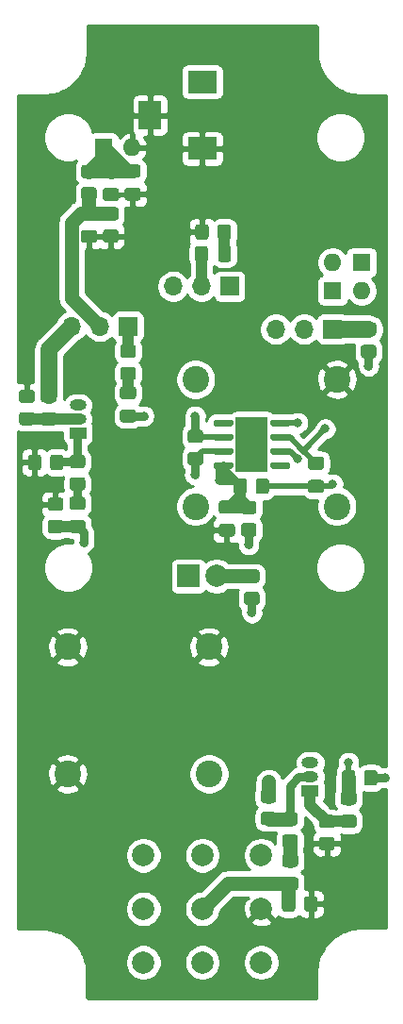
<source format=gbr>
%TF.GenerationSoftware,KiCad,Pcbnew,5.1.9*%
%TF.CreationDate,2021-02-01T12:12:55-08:00*%
%TF.ProjectId,MainBoard,4d61696e-426f-4617-9264-2e6b69636164,rev?*%
%TF.SameCoordinates,Original*%
%TF.FileFunction,Copper,L4,Bot*%
%TF.FilePolarity,Positive*%
%FSLAX46Y46*%
G04 Gerber Fmt 4.6, Leading zero omitted, Abs format (unit mm)*
G04 Created by KiCad (PCBNEW 5.1.9) date 2021-02-01 12:12:55*
%MOMM*%
%LPD*%
G01*
G04 APERTURE LIST*
%TA.AperFunction,ComponentPad*%
%ADD10C,2.000000*%
%TD*%
%TA.AperFunction,ComponentPad*%
%ADD11R,1.700000X1.700000*%
%TD*%
%TA.AperFunction,ComponentPad*%
%ADD12O,1.700000X1.700000*%
%TD*%
%TA.AperFunction,ComponentPad*%
%ADD13R,2.000000X2.000000*%
%TD*%
%TA.AperFunction,ComponentPad*%
%ADD14O,1.600000X1.600000*%
%TD*%
%TA.AperFunction,ComponentPad*%
%ADD15R,1.600000X1.600000*%
%TD*%
%TA.AperFunction,ComponentPad*%
%ADD16C,2.400000*%
%TD*%
%TA.AperFunction,SMDPad,CuDef*%
%ADD17R,2.950000X4.900000*%
%TD*%
%TA.AperFunction,ComponentPad*%
%ADD18R,1.500000X1.000000*%
%TD*%
%TA.AperFunction,ComponentPad*%
%ADD19O,1.500000X1.000000*%
%TD*%
%TA.AperFunction,ComponentPad*%
%ADD20R,2.600000X2.000000*%
%TD*%
%TA.AperFunction,ComponentPad*%
%ADD21R,2.000000X2.600000*%
%TD*%
%TA.AperFunction,ViaPad*%
%ADD22C,0.800000*%
%TD*%
%TA.AperFunction,Conductor*%
%ADD23C,1.250000*%
%TD*%
%TA.AperFunction,Conductor*%
%ADD24C,0.750000*%
%TD*%
%TA.AperFunction,Conductor*%
%ADD25C,1.000000*%
%TD*%
%TA.AperFunction,Conductor*%
%ADD26C,0.500000*%
%TD*%
%TA.AperFunction,Conductor*%
%ADD27C,1.500000*%
%TD*%
%TA.AperFunction,Conductor*%
%ADD28C,0.254000*%
%TD*%
%TA.AperFunction,Conductor*%
%ADD29C,0.100000*%
%TD*%
G04 APERTURE END LIST*
D10*
%TO.P,U1,7*%
%TO.N,/EFFECT_OUT*%
X94700000Y-130800000D03*
%TO.P,U1,9*%
%TO.N,/PassThru*%
X94700000Y-140400000D03*
%TO.P,U1,8*%
%TO.N,/SIG_OUT*%
X94700000Y-135600000D03*
%TO.P,U1,1*%
%TO.N,Net-(D2-Pad1)*%
X105300000Y-130800000D03*
%TO.P,U1,3*%
%TO.N,Net-(U1-Pad3)*%
X105300000Y-140400000D03*
%TO.P,U1,2*%
%TO.N,GND*%
X105300000Y-135600000D03*
%TO.P,U1,4*%
%TO.N,/PassThru*%
X100000000Y-130799400D03*
%TO.P,U1,5*%
%TO.N,/SIG_IN*%
X100000000Y-135600000D03*
%TO.P,U1,6*%
%TO.N,Net-(U1-Pad3)*%
X100000000Y-140400600D03*
%TD*%
%TO.P,R15,2*%
%TO.N,GND*%
%TA.AperFunction,SMDPad,CuDef*%
G36*
G01*
X109160000Y-135610001D02*
X109160000Y-134709999D01*
G75*
G02*
X109409999Y-134460000I249999J0D01*
G01*
X110110001Y-134460000D01*
G75*
G02*
X110360000Y-134709999I0J-249999D01*
G01*
X110360000Y-135610001D01*
G75*
G02*
X110110001Y-135860000I-249999J0D01*
G01*
X109409999Y-135860000D01*
G75*
G02*
X109160000Y-135610001I0J249999D01*
G01*
G37*
%TD.AperFunction*%
%TO.P,R15,1*%
%TO.N,/SIG_IN*%
%TA.AperFunction,SMDPad,CuDef*%
G36*
G01*
X107160000Y-135610001D02*
X107160000Y-134709999D01*
G75*
G02*
X107409999Y-134460000I249999J0D01*
G01*
X108110001Y-134460000D01*
G75*
G02*
X108360000Y-134709999I0J-249999D01*
G01*
X108360000Y-135610001D01*
G75*
G02*
X108110001Y-135860000I-249999J0D01*
G01*
X107409999Y-135860000D01*
G75*
G02*
X107160000Y-135610001I0J249999D01*
G01*
G37*
%TD.AperFunction*%
%TD*%
D11*
%TO.P,J6,1*%
%TO.N,Net-(J6-Pad1)*%
X93325000Y-83350000D03*
D12*
%TO.P,J6,2*%
%TO.N,VCC*%
X90785000Y-83350000D03*
%TO.P,J6,3*%
%TO.N,Net-(C9-Pad2)*%
X88245000Y-83350000D03*
%TD*%
%TO.P,R11,2*%
%TO.N,GND*%
%TA.AperFunction,SMDPad,CuDef*%
G36*
G01*
X84675001Y-90225000D02*
X83774999Y-90225000D01*
G75*
G02*
X83525000Y-89975001I0J249999D01*
G01*
X83525000Y-89274999D01*
G75*
G02*
X83774999Y-89025000I249999J0D01*
G01*
X84675001Y-89025000D01*
G75*
G02*
X84925000Y-89274999I0J-249999D01*
G01*
X84925000Y-89975001D01*
G75*
G02*
X84675001Y-90225000I-249999J0D01*
G01*
G37*
%TD.AperFunction*%
%TO.P,R11,1*%
%TO.N,Net-(C9-Pad1)*%
%TA.AperFunction,SMDPad,CuDef*%
G36*
G01*
X84675001Y-92225000D02*
X83774999Y-92225000D01*
G75*
G02*
X83525000Y-91975001I0J249999D01*
G01*
X83525000Y-91274999D01*
G75*
G02*
X83774999Y-91025000I249999J0D01*
G01*
X84675001Y-91025000D01*
G75*
G02*
X84925000Y-91274999I0J-249999D01*
G01*
X84925000Y-91975001D01*
G75*
G02*
X84675001Y-92225000I-249999J0D01*
G01*
G37*
%TD.AperFunction*%
%TD*%
%TO.P,C8,2*%
%TO.N,/volume/IN*%
%TA.AperFunction,SMDPad,CuDef*%
G36*
G01*
X92845000Y-90797500D02*
X93795000Y-90797500D01*
G75*
G02*
X94045000Y-91047500I0J-250000D01*
G01*
X94045000Y-91722500D01*
G75*
G02*
X93795000Y-91972500I-250000J0D01*
G01*
X92845000Y-91972500D01*
G75*
G02*
X92595000Y-91722500I0J250000D01*
G01*
X92595000Y-91047500D01*
G75*
G02*
X92845000Y-90797500I250000J0D01*
G01*
G37*
%TD.AperFunction*%
%TO.P,C8,1*%
%TO.N,Net-(C8-Pad1)*%
%TA.AperFunction,SMDPad,CuDef*%
G36*
G01*
X92845000Y-88722500D02*
X93795000Y-88722500D01*
G75*
G02*
X94045000Y-88972500I0J-250000D01*
G01*
X94045000Y-89647500D01*
G75*
G02*
X93795000Y-89897500I-250000J0D01*
G01*
X92845000Y-89897500D01*
G75*
G02*
X92595000Y-89647500I0J250000D01*
G01*
X92595000Y-88972500D01*
G75*
G02*
X92845000Y-88722500I250000J0D01*
G01*
G37*
%TD.AperFunction*%
%TD*%
D13*
%TO.P,D2,1*%
%TO.N,Net-(D2-Pad1)*%
X98750000Y-105750000D03*
D10*
%TO.P,D2,2*%
%TO.N,Net-(D2-Pad2)*%
X101290000Y-105750000D03*
%TD*%
D14*
%TO.P,D4,2*%
%TO.N,Net-(C5-Pad1)*%
X114310000Y-80160000D03*
D15*
%TO.P,D4,1*%
%TO.N,Net-(C5-Pad2)*%
X114310000Y-77620000D03*
%TD*%
D14*
%TO.P,D3,2*%
%TO.N,Net-(C5-Pad2)*%
X111720000Y-77600000D03*
D15*
%TO.P,D3,1*%
%TO.N,Net-(C5-Pad1)*%
X111720000Y-80140000D03*
%TD*%
D14*
%TO.P,D1,2*%
%TO.N,GND*%
X93670000Y-67300000D03*
D15*
%TO.P,D1,1*%
%TO.N,+9V*%
X91130000Y-67300000D03*
%TD*%
D16*
%TO.P,J1,T*%
%TO.N,/PassThru*%
X100600000Y-123500000D03*
%TO.P,J1,S*%
%TO.N,GND*%
X87900000Y-123500000D03*
%TO.P,J1,TN*%
X100600000Y-112100000D03*
%TO.P,J1,SN*%
X87900000Y-112100000D03*
%TD*%
D17*
%TO.P,U2,9*%
%TO.N,N/C*%
X104450000Y-93930000D03*
%TO.P,U2,8*%
%TA.AperFunction,SMDPad,CuDef*%
G36*
G01*
X102775000Y-91875000D02*
X102775000Y-92175000D01*
G75*
G02*
X102625000Y-92325000I-150000J0D01*
G01*
X101150000Y-92325000D01*
G75*
G02*
X101000000Y-92175000I0J150000D01*
G01*
X101000000Y-91875000D01*
G75*
G02*
X101150000Y-91725000I150000J0D01*
G01*
X102625000Y-91725000D01*
G75*
G02*
X102775000Y-91875000I0J-150000D01*
G01*
G37*
%TD.AperFunction*%
%TO.P,U2,7*%
%TO.N,/volume/IN*%
%TA.AperFunction,SMDPad,CuDef*%
G36*
G01*
X102775000Y-93145000D02*
X102775000Y-93445000D01*
G75*
G02*
X102625000Y-93595000I-150000J0D01*
G01*
X101150000Y-93595000D01*
G75*
G02*
X101000000Y-93445000I0J150000D01*
G01*
X101000000Y-93145000D01*
G75*
G02*
X101150000Y-92995000I150000J0D01*
G01*
X102625000Y-92995000D01*
G75*
G02*
X102775000Y-93145000I0J-150000D01*
G01*
G37*
%TD.AperFunction*%
%TO.P,U2,6*%
%TO.N,Net-(J5-Pad3)*%
%TA.AperFunction,SMDPad,CuDef*%
G36*
G01*
X102775000Y-94415000D02*
X102775000Y-94715000D01*
G75*
G02*
X102625000Y-94865000I-150000J0D01*
G01*
X101150000Y-94865000D01*
G75*
G02*
X101000000Y-94715000I0J150000D01*
G01*
X101000000Y-94415000D01*
G75*
G02*
X101150000Y-94265000I150000J0D01*
G01*
X102625000Y-94265000D01*
G75*
G02*
X102775000Y-94415000I0J-150000D01*
G01*
G37*
%TD.AperFunction*%
%TO.P,U2,5*%
%TO.N,/tone/IN*%
%TA.AperFunction,SMDPad,CuDef*%
G36*
G01*
X102775000Y-95685000D02*
X102775000Y-95985000D01*
G75*
G02*
X102625000Y-96135000I-150000J0D01*
G01*
X101150000Y-96135000D01*
G75*
G02*
X101000000Y-95985000I0J150000D01*
G01*
X101000000Y-95685000D01*
G75*
G02*
X101150000Y-95535000I150000J0D01*
G01*
X102625000Y-95535000D01*
G75*
G02*
X102775000Y-95685000I0J-150000D01*
G01*
G37*
%TD.AperFunction*%
%TO.P,U2,4*%
%TO.N,N/C*%
%TA.AperFunction,SMDPad,CuDef*%
G36*
G01*
X107900000Y-95685000D02*
X107900000Y-95985000D01*
G75*
G02*
X107750000Y-96135000I-150000J0D01*
G01*
X106275000Y-96135000D01*
G75*
G02*
X106125000Y-95985000I0J150000D01*
G01*
X106125000Y-95685000D01*
G75*
G02*
X106275000Y-95535000I150000J0D01*
G01*
X107750000Y-95535000D01*
G75*
G02*
X107900000Y-95685000I0J-150000D01*
G01*
G37*
%TD.AperFunction*%
%TO.P,U2,3*%
%TO.N,Net-(C4-Pad2)*%
%TA.AperFunction,SMDPad,CuDef*%
G36*
G01*
X107900000Y-94415000D02*
X107900000Y-94715000D01*
G75*
G02*
X107750000Y-94865000I-150000J0D01*
G01*
X106275000Y-94865000D01*
G75*
G02*
X106125000Y-94715000I0J150000D01*
G01*
X106125000Y-94415000D01*
G75*
G02*
X106275000Y-94265000I150000J0D01*
G01*
X107750000Y-94265000D01*
G75*
G02*
X107900000Y-94415000I0J-150000D01*
G01*
G37*
%TD.AperFunction*%
%TO.P,U2,2*%
%TO.N,Net-(C5-Pad2)*%
%TA.AperFunction,SMDPad,CuDef*%
G36*
G01*
X107900000Y-93145000D02*
X107900000Y-93445000D01*
G75*
G02*
X107750000Y-93595000I-150000J0D01*
G01*
X106275000Y-93595000D01*
G75*
G02*
X106125000Y-93445000I0J150000D01*
G01*
X106125000Y-93145000D01*
G75*
G02*
X106275000Y-92995000I150000J0D01*
G01*
X107750000Y-92995000D01*
G75*
G02*
X107900000Y-93145000I0J-150000D01*
G01*
G37*
%TD.AperFunction*%
%TO.P,U2,1*%
%TO.N,Net-(C5-Pad1)*%
%TA.AperFunction,SMDPad,CuDef*%
G36*
G01*
X107900000Y-91875000D02*
X107900000Y-92175000D01*
G75*
G02*
X107750000Y-92325000I-150000J0D01*
G01*
X106275000Y-92325000D01*
G75*
G02*
X106125000Y-92175000I0J150000D01*
G01*
X106125000Y-91875000D01*
G75*
G02*
X106275000Y-91725000I150000J0D01*
G01*
X107750000Y-91725000D01*
G75*
G02*
X107900000Y-91875000I0J-150000D01*
G01*
G37*
%TD.AperFunction*%
%TD*%
%TO.P,R18,2*%
%TO.N,GND*%
%TA.AperFunction,SMDPad,CuDef*%
G36*
G01*
X110749999Y-129150000D02*
X111650001Y-129150000D01*
G75*
G02*
X111900000Y-129399999I0J-249999D01*
G01*
X111900000Y-130100001D01*
G75*
G02*
X111650001Y-130350000I-249999J0D01*
G01*
X110749999Y-130350000D01*
G75*
G02*
X110500000Y-130100001I0J249999D01*
G01*
X110500000Y-129399999D01*
G75*
G02*
X110749999Y-129150000I249999J0D01*
G01*
G37*
%TD.AperFunction*%
%TO.P,R18,1*%
%TO.N,/drive/IN*%
%TA.AperFunction,SMDPad,CuDef*%
G36*
G01*
X110749999Y-127150000D02*
X111650001Y-127150000D01*
G75*
G02*
X111900000Y-127399999I0J-249999D01*
G01*
X111900000Y-128100001D01*
G75*
G02*
X111650001Y-128350000I-249999J0D01*
G01*
X110749999Y-128350000D01*
G75*
G02*
X110500000Y-128100001I0J249999D01*
G01*
X110500000Y-127399999D01*
G75*
G02*
X110749999Y-127150000I249999J0D01*
G01*
G37*
%TD.AperFunction*%
%TD*%
%TO.P,R17,2*%
%TO.N,Net-(Q2-Pad2)*%
%TA.AperFunction,SMDPad,CuDef*%
G36*
G01*
X105509999Y-126890000D02*
X106410001Y-126890000D01*
G75*
G02*
X106660000Y-127139999I0J-249999D01*
G01*
X106660000Y-127840001D01*
G75*
G02*
X106410001Y-128090000I-249999J0D01*
G01*
X105509999Y-128090000D01*
G75*
G02*
X105260000Y-127840001I0J249999D01*
G01*
X105260000Y-127139999D01*
G75*
G02*
X105509999Y-126890000I249999J0D01*
G01*
G37*
%TD.AperFunction*%
%TO.P,R17,1*%
%TO.N,VCC*%
%TA.AperFunction,SMDPad,CuDef*%
G36*
G01*
X105509999Y-124890000D02*
X106410001Y-124890000D01*
G75*
G02*
X106660000Y-125139999I0J-249999D01*
G01*
X106660000Y-125840001D01*
G75*
G02*
X106410001Y-126090000I-249999J0D01*
G01*
X105509999Y-126090000D01*
G75*
G02*
X105260000Y-125840001I0J249999D01*
G01*
X105260000Y-125139999D01*
G75*
G02*
X105509999Y-124890000I249999J0D01*
G01*
G37*
%TD.AperFunction*%
%TD*%
%TO.P,R16,2*%
%TO.N,Net-(C11-Pad1)*%
%TA.AperFunction,SMDPad,CuDef*%
G36*
G01*
X107429999Y-128920000D02*
X108330001Y-128920000D01*
G75*
G02*
X108580000Y-129169999I0J-249999D01*
G01*
X108580000Y-129870001D01*
G75*
G02*
X108330001Y-130120000I-249999J0D01*
G01*
X107429999Y-130120000D01*
G75*
G02*
X107180000Y-129870001I0J249999D01*
G01*
X107180000Y-129169999D01*
G75*
G02*
X107429999Y-128920000I249999J0D01*
G01*
G37*
%TD.AperFunction*%
%TO.P,R16,1*%
%TO.N,Net-(Q2-Pad2)*%
%TA.AperFunction,SMDPad,CuDef*%
G36*
G01*
X107429999Y-126920000D02*
X108330001Y-126920000D01*
G75*
G02*
X108580000Y-127169999I0J-249999D01*
G01*
X108580000Y-127870001D01*
G75*
G02*
X108330001Y-128120000I-249999J0D01*
G01*
X107429999Y-128120000D01*
G75*
G02*
X107180000Y-127870001I0J249999D01*
G01*
X107180000Y-127169999D01*
G75*
G02*
X107429999Y-126920000I249999J0D01*
G01*
G37*
%TD.AperFunction*%
%TD*%
%TO.P,R14,2*%
%TO.N,GND*%
%TA.AperFunction,SMDPad,CuDef*%
G36*
G01*
X87250001Y-99900000D02*
X86349999Y-99900000D01*
G75*
G02*
X86100000Y-99650001I0J249999D01*
G01*
X86100000Y-98949999D01*
G75*
G02*
X86349999Y-98700000I249999J0D01*
G01*
X87250001Y-98700000D01*
G75*
G02*
X87500000Y-98949999I0J-249999D01*
G01*
X87500000Y-99650001D01*
G75*
G02*
X87250001Y-99900000I-249999J0D01*
G01*
G37*
%TD.AperFunction*%
%TO.P,R14,1*%
%TO.N,/EFFECT_OUT*%
%TA.AperFunction,SMDPad,CuDef*%
G36*
G01*
X87250001Y-101900000D02*
X86349999Y-101900000D01*
G75*
G02*
X86100000Y-101650001I0J249999D01*
G01*
X86100000Y-100949999D01*
G75*
G02*
X86349999Y-100700000I249999J0D01*
G01*
X87250001Y-100700000D01*
G75*
G02*
X87500000Y-100949999I0J-249999D01*
G01*
X87500000Y-101650001D01*
G75*
G02*
X87250001Y-101900000I-249999J0D01*
G01*
G37*
%TD.AperFunction*%
%TD*%
%TO.P,R13,2*%
%TO.N,Net-(Q1-Pad1)*%
%TA.AperFunction,SMDPad,CuDef*%
G36*
G01*
X89225001Y-96075000D02*
X88324999Y-96075000D01*
G75*
G02*
X88075000Y-95825001I0J249999D01*
G01*
X88075000Y-95124999D01*
G75*
G02*
X88324999Y-94875000I249999J0D01*
G01*
X89225001Y-94875000D01*
G75*
G02*
X89475000Y-95124999I0J-249999D01*
G01*
X89475000Y-95825001D01*
G75*
G02*
X89225001Y-96075000I-249999J0D01*
G01*
G37*
%TD.AperFunction*%
%TO.P,R13,1*%
%TO.N,Net-(C10-Pad1)*%
%TA.AperFunction,SMDPad,CuDef*%
G36*
G01*
X89225001Y-98075000D02*
X88324999Y-98075000D01*
G75*
G02*
X88075000Y-97825001I0J249999D01*
G01*
X88075000Y-97124999D01*
G75*
G02*
X88324999Y-96875000I249999J0D01*
G01*
X89225001Y-96875000D01*
G75*
G02*
X89475000Y-97124999I0J-249999D01*
G01*
X89475000Y-97825001D01*
G75*
G02*
X89225001Y-98075000I-249999J0D01*
G01*
G37*
%TD.AperFunction*%
%TD*%
%TO.P,R12,2*%
%TO.N,GND*%
%TA.AperFunction,SMDPad,CuDef*%
G36*
G01*
X85525000Y-95099999D02*
X85525000Y-96000001D01*
G75*
G02*
X85275001Y-96250000I-249999J0D01*
G01*
X84574999Y-96250000D01*
G75*
G02*
X84325000Y-96000001I0J249999D01*
G01*
X84325000Y-95099999D01*
G75*
G02*
X84574999Y-94850000I249999J0D01*
G01*
X85275001Y-94850000D01*
G75*
G02*
X85525000Y-95099999I0J-249999D01*
G01*
G37*
%TD.AperFunction*%
%TO.P,R12,1*%
%TO.N,Net-(Q1-Pad1)*%
%TA.AperFunction,SMDPad,CuDef*%
G36*
G01*
X87525000Y-95099999D02*
X87525000Y-96000001D01*
G75*
G02*
X87275001Y-96250000I-249999J0D01*
G01*
X86574999Y-96250000D01*
G75*
G02*
X86325000Y-96000001I0J249999D01*
G01*
X86325000Y-95099999D01*
G75*
G02*
X86574999Y-94850000I249999J0D01*
G01*
X87275001Y-94850000D01*
G75*
G02*
X87525000Y-95099999I0J-249999D01*
G01*
G37*
%TD.AperFunction*%
%TD*%
%TO.P,R10,2*%
%TO.N,Net-(C8-Pad1)*%
%TA.AperFunction,SMDPad,CuDef*%
G36*
G01*
X92869999Y-86970000D02*
X93770001Y-86970000D01*
G75*
G02*
X94020000Y-87219999I0J-249999D01*
G01*
X94020000Y-87920001D01*
G75*
G02*
X93770001Y-88170000I-249999J0D01*
G01*
X92869999Y-88170000D01*
G75*
G02*
X92620000Y-87920001I0J249999D01*
G01*
X92620000Y-87219999D01*
G75*
G02*
X92869999Y-86970000I249999J0D01*
G01*
G37*
%TD.AperFunction*%
%TO.P,R10,1*%
%TO.N,Net-(J6-Pad1)*%
%TA.AperFunction,SMDPad,CuDef*%
G36*
G01*
X92869999Y-84970000D02*
X93770001Y-84970000D01*
G75*
G02*
X94020000Y-85219999I0J-249999D01*
G01*
X94020000Y-85920001D01*
G75*
G02*
X93770001Y-86170000I-249999J0D01*
G01*
X92869999Y-86170000D01*
G75*
G02*
X92620000Y-85920001I0J249999D01*
G01*
X92620000Y-85219999D01*
G75*
G02*
X92869999Y-84970000I249999J0D01*
G01*
G37*
%TD.AperFunction*%
%TD*%
%TO.P,R9,2*%
%TO.N,Net-(J5-Pad3)*%
%TA.AperFunction,SMDPad,CuDef*%
G36*
G01*
X98929999Y-94610000D02*
X99830001Y-94610000D01*
G75*
G02*
X100080000Y-94859999I0J-249999D01*
G01*
X100080000Y-95560001D01*
G75*
G02*
X99830001Y-95810000I-249999J0D01*
G01*
X98929999Y-95810000D01*
G75*
G02*
X98680000Y-95560001I0J249999D01*
G01*
X98680000Y-94859999D01*
G75*
G02*
X98929999Y-94610000I249999J0D01*
G01*
G37*
%TD.AperFunction*%
%TO.P,R9,1*%
%TO.N,/volume/IN*%
%TA.AperFunction,SMDPad,CuDef*%
G36*
G01*
X98929999Y-92610000D02*
X99830001Y-92610000D01*
G75*
G02*
X100080000Y-92859999I0J-249999D01*
G01*
X100080000Y-93560001D01*
G75*
G02*
X99830001Y-93810000I-249999J0D01*
G01*
X98929999Y-93810000D01*
G75*
G02*
X98680000Y-93560001I0J249999D01*
G01*
X98680000Y-92859999D01*
G75*
G02*
X98929999Y-92610000I249999J0D01*
G01*
G37*
%TD.AperFunction*%
%TD*%
%TO.P,R8,2*%
%TO.N,GND*%
%TA.AperFunction,SMDPad,CuDef*%
G36*
G01*
X100575000Y-74424999D02*
X100575000Y-75325001D01*
G75*
G02*
X100325001Y-75575000I-249999J0D01*
G01*
X99624999Y-75575000D01*
G75*
G02*
X99375000Y-75325001I0J249999D01*
G01*
X99375000Y-74424999D01*
G75*
G02*
X99624999Y-74175000I249999J0D01*
G01*
X100325001Y-74175000D01*
G75*
G02*
X100575000Y-74424999I0J-249999D01*
G01*
G37*
%TD.AperFunction*%
%TO.P,R8,1*%
%TO.N,Net-(C7-Pad2)*%
%TA.AperFunction,SMDPad,CuDef*%
G36*
G01*
X102575000Y-74424999D02*
X102575000Y-75325001D01*
G75*
G02*
X102325001Y-75575000I-249999J0D01*
G01*
X101624999Y-75575000D01*
G75*
G02*
X101375000Y-75325001I0J249999D01*
G01*
X101375000Y-74424999D01*
G75*
G02*
X101624999Y-74175000I249999J0D01*
G01*
X102325001Y-74175000D01*
G75*
G02*
X102575000Y-74424999I0J-249999D01*
G01*
G37*
%TD.AperFunction*%
%TD*%
%TO.P,R7,2*%
%TO.N,/tone/IN*%
%TA.AperFunction,SMDPad,CuDef*%
G36*
G01*
X104630001Y-100200000D02*
X103729999Y-100200000D01*
G75*
G02*
X103480000Y-99950001I0J249999D01*
G01*
X103480000Y-99249999D01*
G75*
G02*
X103729999Y-99000000I249999J0D01*
G01*
X104630001Y-99000000D01*
G75*
G02*
X104880000Y-99249999I0J-249999D01*
G01*
X104880000Y-99950001D01*
G75*
G02*
X104630001Y-100200000I-249999J0D01*
G01*
G37*
%TD.AperFunction*%
%TO.P,R7,1*%
%TO.N,VCC*%
%TA.AperFunction,SMDPad,CuDef*%
G36*
G01*
X104630001Y-102200000D02*
X103729999Y-102200000D01*
G75*
G02*
X103480000Y-101950001I0J249999D01*
G01*
X103480000Y-101249999D01*
G75*
G02*
X103729999Y-101000000I249999J0D01*
G01*
X104630001Y-101000000D01*
G75*
G02*
X104880000Y-101249999I0J-249999D01*
G01*
X104880000Y-101950001D01*
G75*
G02*
X104630001Y-102200000I-249999J0D01*
G01*
G37*
%TD.AperFunction*%
%TD*%
%TO.P,R6,2*%
%TO.N,Net-(C5-Pad1)*%
%TA.AperFunction,SMDPad,CuDef*%
G36*
G01*
X104800000Y-98130001D02*
X104800000Y-97229999D01*
G75*
G02*
X105049999Y-96980000I249999J0D01*
G01*
X105750001Y-96980000D01*
G75*
G02*
X106000000Y-97229999I0J-249999D01*
G01*
X106000000Y-98130001D01*
G75*
G02*
X105750001Y-98380000I-249999J0D01*
G01*
X105049999Y-98380000D01*
G75*
G02*
X104800000Y-98130001I0J249999D01*
G01*
G37*
%TD.AperFunction*%
%TO.P,R6,1*%
%TO.N,/tone/IN*%
%TA.AperFunction,SMDPad,CuDef*%
G36*
G01*
X102800000Y-98130001D02*
X102800000Y-97229999D01*
G75*
G02*
X103049999Y-96980000I249999J0D01*
G01*
X103750001Y-96980000D01*
G75*
G02*
X104000000Y-97229999I0J-249999D01*
G01*
X104000000Y-98130001D01*
G75*
G02*
X103750001Y-98380000I-249999J0D01*
G01*
X103049999Y-98380000D01*
G75*
G02*
X102800000Y-98130001I0J249999D01*
G01*
G37*
%TD.AperFunction*%
%TD*%
%TO.P,R5,2*%
%TO.N,Net-(C5-Pad2)*%
%TA.AperFunction,SMDPad,CuDef*%
G36*
G01*
X114499999Y-85000000D02*
X115400001Y-85000000D01*
G75*
G02*
X115650000Y-85249999I0J-249999D01*
G01*
X115650000Y-85950001D01*
G75*
G02*
X115400001Y-86200000I-249999J0D01*
G01*
X114499999Y-86200000D01*
G75*
G02*
X114250000Y-85950001I0J249999D01*
G01*
X114250000Y-85249999D01*
G75*
G02*
X114499999Y-85000000I249999J0D01*
G01*
G37*
%TD.AperFunction*%
%TO.P,R5,1*%
%TO.N,Net-(J4-Pad1)*%
%TA.AperFunction,SMDPad,CuDef*%
G36*
G01*
X114499999Y-83000000D02*
X115400001Y-83000000D01*
G75*
G02*
X115650000Y-83249999I0J-249999D01*
G01*
X115650000Y-83950001D01*
G75*
G02*
X115400001Y-84200000I-249999J0D01*
G01*
X114499999Y-84200000D01*
G75*
G02*
X114250000Y-83950001I0J249999D01*
G01*
X114250000Y-83249999D01*
G75*
G02*
X114499999Y-83000000I249999J0D01*
G01*
G37*
%TD.AperFunction*%
%TD*%
%TO.P,R4,2*%
%TO.N,Net-(C4-Pad2)*%
%TA.AperFunction,SMDPad,CuDef*%
G36*
G01*
X113750000Y-123399999D02*
X113750000Y-124300001D01*
G75*
G02*
X113500001Y-124550000I-249999J0D01*
G01*
X112799999Y-124550000D01*
G75*
G02*
X112550000Y-124300001I0J249999D01*
G01*
X112550000Y-123399999D01*
G75*
G02*
X112799999Y-123150000I249999J0D01*
G01*
X113500001Y-123150000D01*
G75*
G02*
X113750000Y-123399999I0J-249999D01*
G01*
G37*
%TD.AperFunction*%
%TO.P,R4,1*%
%TO.N,VCC*%
%TA.AperFunction,SMDPad,CuDef*%
G36*
G01*
X115750000Y-123399999D02*
X115750000Y-124300001D01*
G75*
G02*
X115500001Y-124550000I-249999J0D01*
G01*
X114799999Y-124550000D01*
G75*
G02*
X114550000Y-124300001I0J249999D01*
G01*
X114550000Y-123399999D01*
G75*
G02*
X114799999Y-123150000I249999J0D01*
G01*
X115500001Y-123150000D01*
G75*
G02*
X115750000Y-123399999I0J-249999D01*
G01*
G37*
%TD.AperFunction*%
%TD*%
%TO.P,R3,2*%
%TO.N,GND*%
%TA.AperFunction,SMDPad,CuDef*%
G36*
G01*
X91319999Y-74640000D02*
X92220001Y-74640000D01*
G75*
G02*
X92470000Y-74889999I0J-249999D01*
G01*
X92470000Y-75590001D01*
G75*
G02*
X92220001Y-75840000I-249999J0D01*
G01*
X91319999Y-75840000D01*
G75*
G02*
X91070000Y-75590001I0J249999D01*
G01*
X91070000Y-74889999D01*
G75*
G02*
X91319999Y-74640000I249999J0D01*
G01*
G37*
%TD.AperFunction*%
%TO.P,R3,1*%
%TO.N,VCC*%
%TA.AperFunction,SMDPad,CuDef*%
G36*
G01*
X91319999Y-72640000D02*
X92220001Y-72640000D01*
G75*
G02*
X92470000Y-72889999I0J-249999D01*
G01*
X92470000Y-73590001D01*
G75*
G02*
X92220001Y-73840000I-249999J0D01*
G01*
X91319999Y-73840000D01*
G75*
G02*
X91070000Y-73590001I0J249999D01*
G01*
X91070000Y-72889999D01*
G75*
G02*
X91319999Y-72640000I249999J0D01*
G01*
G37*
%TD.AperFunction*%
%TD*%
%TO.P,R2,1*%
%TO.N,+9V*%
%TA.AperFunction,SMDPad,CuDef*%
G36*
G01*
X89349999Y-68850000D02*
X90250001Y-68850000D01*
G75*
G02*
X90500000Y-69099999I0J-249999D01*
G01*
X90500000Y-69800001D01*
G75*
G02*
X90250001Y-70050000I-249999J0D01*
G01*
X89349999Y-70050000D01*
G75*
G02*
X89100000Y-69800001I0J249999D01*
G01*
X89100000Y-69099999D01*
G75*
G02*
X89349999Y-68850000I249999J0D01*
G01*
G37*
%TD.AperFunction*%
%TO.P,R2,2*%
%TO.N,VCC*%
%TA.AperFunction,SMDPad,CuDef*%
G36*
G01*
X89349999Y-70850000D02*
X90250001Y-70850000D01*
G75*
G02*
X90500000Y-71099999I0J-249999D01*
G01*
X90500000Y-71800001D01*
G75*
G02*
X90250001Y-72050000I-249999J0D01*
G01*
X89349999Y-72050000D01*
G75*
G02*
X89100000Y-71800001I0J249999D01*
G01*
X89100000Y-71099999D01*
G75*
G02*
X89349999Y-70850000I249999J0D01*
G01*
G37*
%TD.AperFunction*%
%TD*%
%TO.P,R1,2*%
%TO.N,Net-(D2-Pad2)*%
%TA.AperFunction,SMDPad,CuDef*%
G36*
G01*
X104900001Y-106350000D02*
X103999999Y-106350000D01*
G75*
G02*
X103750000Y-106100001I0J249999D01*
G01*
X103750000Y-105399999D01*
G75*
G02*
X103999999Y-105150000I249999J0D01*
G01*
X104900001Y-105150000D01*
G75*
G02*
X105150000Y-105399999I0J-249999D01*
G01*
X105150000Y-106100001D01*
G75*
G02*
X104900001Y-106350000I-249999J0D01*
G01*
G37*
%TD.AperFunction*%
%TO.P,R1,1*%
%TO.N,+9V*%
%TA.AperFunction,SMDPad,CuDef*%
G36*
G01*
X104900001Y-108350000D02*
X103999999Y-108350000D01*
G75*
G02*
X103750000Y-108100001I0J249999D01*
G01*
X103750000Y-107399999D01*
G75*
G02*
X103999999Y-107150000I249999J0D01*
G01*
X104900001Y-107150000D01*
G75*
G02*
X105150000Y-107399999I0J-249999D01*
G01*
X105150000Y-108100001D01*
G75*
G02*
X104900001Y-108350000I-249999J0D01*
G01*
G37*
%TD.AperFunction*%
%TD*%
D18*
%TO.P,Q2,1*%
%TO.N,/drive/IN*%
X109700000Y-125020000D03*
D19*
%TO.P,Q2,3*%
%TO.N,+9V*%
X109700000Y-122480000D03*
%TO.P,Q2,2*%
%TO.N,Net-(Q2-Pad2)*%
X109700000Y-123750000D03*
%TD*%
D18*
%TO.P,Q1,1*%
%TO.N,Net-(Q1-Pad1)*%
X88825000Y-92940000D03*
D19*
%TO.P,Q1,3*%
%TO.N,+9V*%
X88825000Y-90400000D03*
%TO.P,Q1,2*%
%TO.N,Net-(C9-Pad1)*%
X88825000Y-91670000D03*
%TD*%
D12*
%TO.P,J5,3*%
%TO.N,Net-(J5-Pad3)*%
X97375000Y-79750000D03*
%TO.P,J5,2*%
%TO.N,Net-(C7-Pad1)*%
X99915000Y-79750000D03*
D11*
%TO.P,J5,1*%
%TO.N,/tone/IN*%
X102455000Y-79750000D03*
%TD*%
D12*
%TO.P,J4,3*%
%TO.N,Net-(C5-Pad1)*%
X106620000Y-83600000D03*
%TO.P,J4,2*%
%TO.N,N/C*%
X109160000Y-83600000D03*
D11*
%TO.P,J4,1*%
%TO.N,Net-(J4-Pad1)*%
X111700000Y-83600000D03*
%TD*%
D16*
%TO.P,J3,T*%
%TO.N,/SIG_OUT*%
X99400000Y-88100000D03*
%TO.P,J3,S*%
%TO.N,GND*%
X112100000Y-88100000D03*
%TO.P,J3,TN*%
%TO.N,N/C*%
X99400000Y-99500000D03*
%TO.P,J3,SN*%
X112100000Y-99500000D03*
%TD*%
D20*
%TO.P,J2,2*%
%TO.N,+9V*%
X100000000Y-61400000D03*
%TO.P,J2,1*%
%TO.N,GND*%
X100000000Y-67400000D03*
D21*
%TO.P,J2,3*%
X95300000Y-64400000D03*
%TD*%
%TO.P,C11,2*%
%TO.N,/SIG_IN*%
%TA.AperFunction,SMDPad,CuDef*%
G36*
G01*
X107435000Y-132747500D02*
X108385000Y-132747500D01*
G75*
G02*
X108635000Y-132997500I0J-250000D01*
G01*
X108635000Y-133672500D01*
G75*
G02*
X108385000Y-133922500I-250000J0D01*
G01*
X107435000Y-133922500D01*
G75*
G02*
X107185000Y-133672500I0J250000D01*
G01*
X107185000Y-132997500D01*
G75*
G02*
X107435000Y-132747500I250000J0D01*
G01*
G37*
%TD.AperFunction*%
%TO.P,C11,1*%
%TO.N,Net-(C11-Pad1)*%
%TA.AperFunction,SMDPad,CuDef*%
G36*
G01*
X107435000Y-130672500D02*
X108385000Y-130672500D01*
G75*
G02*
X108635000Y-130922500I0J-250000D01*
G01*
X108635000Y-131597500D01*
G75*
G02*
X108385000Y-131847500I-250000J0D01*
G01*
X107435000Y-131847500D01*
G75*
G02*
X107185000Y-131597500I0J250000D01*
G01*
X107185000Y-130922500D01*
G75*
G02*
X107435000Y-130672500I250000J0D01*
G01*
G37*
%TD.AperFunction*%
%TD*%
%TO.P,C10,2*%
%TO.N,/EFFECT_OUT*%
%TA.AperFunction,SMDPad,CuDef*%
G36*
G01*
X88300000Y-100712500D02*
X89250000Y-100712500D01*
G75*
G02*
X89500000Y-100962500I0J-250000D01*
G01*
X89500000Y-101637500D01*
G75*
G02*
X89250000Y-101887500I-250000J0D01*
G01*
X88300000Y-101887500D01*
G75*
G02*
X88050000Y-101637500I0J250000D01*
G01*
X88050000Y-100962500D01*
G75*
G02*
X88300000Y-100712500I250000J0D01*
G01*
G37*
%TD.AperFunction*%
%TO.P,C10,1*%
%TO.N,Net-(C10-Pad1)*%
%TA.AperFunction,SMDPad,CuDef*%
G36*
G01*
X88300000Y-98637500D02*
X89250000Y-98637500D01*
G75*
G02*
X89500000Y-98887500I0J-250000D01*
G01*
X89500000Y-99562500D01*
G75*
G02*
X89250000Y-99812500I-250000J0D01*
G01*
X88300000Y-99812500D01*
G75*
G02*
X88050000Y-99562500I0J250000D01*
G01*
X88050000Y-98887500D01*
G75*
G02*
X88300000Y-98637500I250000J0D01*
G01*
G37*
%TD.AperFunction*%
%TD*%
%TO.P,C9,2*%
%TO.N,Net-(C9-Pad2)*%
%TA.AperFunction,SMDPad,CuDef*%
G36*
G01*
X86675000Y-90162500D02*
X85725000Y-90162500D01*
G75*
G02*
X85475000Y-89912500I0J250000D01*
G01*
X85475000Y-89237500D01*
G75*
G02*
X85725000Y-88987500I250000J0D01*
G01*
X86675000Y-88987500D01*
G75*
G02*
X86925000Y-89237500I0J-250000D01*
G01*
X86925000Y-89912500D01*
G75*
G02*
X86675000Y-90162500I-250000J0D01*
G01*
G37*
%TD.AperFunction*%
%TO.P,C9,1*%
%TO.N,Net-(C9-Pad1)*%
%TA.AperFunction,SMDPad,CuDef*%
G36*
G01*
X86675000Y-92237500D02*
X85725000Y-92237500D01*
G75*
G02*
X85475000Y-91987500I0J250000D01*
G01*
X85475000Y-91312500D01*
G75*
G02*
X85725000Y-91062500I250000J0D01*
G01*
X86675000Y-91062500D01*
G75*
G02*
X86925000Y-91312500I0J-250000D01*
G01*
X86925000Y-91987500D01*
G75*
G02*
X86675000Y-92237500I-250000J0D01*
G01*
G37*
%TD.AperFunction*%
%TD*%
%TO.P,C7,2*%
%TO.N,Net-(C7-Pad2)*%
%TA.AperFunction,SMDPad,CuDef*%
G36*
G01*
X101412500Y-77325000D02*
X101412500Y-76375000D01*
G75*
G02*
X101662500Y-76125000I250000J0D01*
G01*
X102337500Y-76125000D01*
G75*
G02*
X102587500Y-76375000I0J-250000D01*
G01*
X102587500Y-77325000D01*
G75*
G02*
X102337500Y-77575000I-250000J0D01*
G01*
X101662500Y-77575000D01*
G75*
G02*
X101412500Y-77325000I0J250000D01*
G01*
G37*
%TD.AperFunction*%
%TO.P,C7,1*%
%TO.N,Net-(C7-Pad1)*%
%TA.AperFunction,SMDPad,CuDef*%
G36*
G01*
X99337500Y-77325000D02*
X99337500Y-76375000D01*
G75*
G02*
X99587500Y-76125000I250000J0D01*
G01*
X100262500Y-76125000D01*
G75*
G02*
X100512500Y-76375000I0J-250000D01*
G01*
X100512500Y-77325000D01*
G75*
G02*
X100262500Y-77575000I-250000J0D01*
G01*
X99587500Y-77575000D01*
G75*
G02*
X99337500Y-77325000I0J250000D01*
G01*
G37*
%TD.AperFunction*%
%TD*%
%TO.P,C6,2*%
%TO.N,GND*%
%TA.AperFunction,SMDPad,CuDef*%
G36*
G01*
X101735000Y-101047500D02*
X102685000Y-101047500D01*
G75*
G02*
X102935000Y-101297500I0J-250000D01*
G01*
X102935000Y-101972500D01*
G75*
G02*
X102685000Y-102222500I-250000J0D01*
G01*
X101735000Y-102222500D01*
G75*
G02*
X101485000Y-101972500I0J250000D01*
G01*
X101485000Y-101297500D01*
G75*
G02*
X101735000Y-101047500I250000J0D01*
G01*
G37*
%TD.AperFunction*%
%TO.P,C6,1*%
%TO.N,/tone/IN*%
%TA.AperFunction,SMDPad,CuDef*%
G36*
G01*
X101735000Y-98972500D02*
X102685000Y-98972500D01*
G75*
G02*
X102935000Y-99222500I0J-250000D01*
G01*
X102935000Y-99897500D01*
G75*
G02*
X102685000Y-100147500I-250000J0D01*
G01*
X101735000Y-100147500D01*
G75*
G02*
X101485000Y-99897500I0J250000D01*
G01*
X101485000Y-99222500D01*
G75*
G02*
X101735000Y-98972500I250000J0D01*
G01*
G37*
%TD.AperFunction*%
%TD*%
%TO.P,C5,2*%
%TO.N,Net-(C5-Pad2)*%
%TA.AperFunction,SMDPad,CuDef*%
G36*
G01*
X110695000Y-96210000D02*
X109745000Y-96210000D01*
G75*
G02*
X109495000Y-95960000I0J250000D01*
G01*
X109495000Y-95285000D01*
G75*
G02*
X109745000Y-95035000I250000J0D01*
G01*
X110695000Y-95035000D01*
G75*
G02*
X110945000Y-95285000I0J-250000D01*
G01*
X110945000Y-95960000D01*
G75*
G02*
X110695000Y-96210000I-250000J0D01*
G01*
G37*
%TD.AperFunction*%
%TO.P,C5,1*%
%TO.N,Net-(C5-Pad1)*%
%TA.AperFunction,SMDPad,CuDef*%
G36*
G01*
X110695000Y-98285000D02*
X109745000Y-98285000D01*
G75*
G02*
X109495000Y-98035000I0J250000D01*
G01*
X109495000Y-97360000D01*
G75*
G02*
X109745000Y-97110000I250000J0D01*
G01*
X110695000Y-97110000D01*
G75*
G02*
X110945000Y-97360000I0J-250000D01*
G01*
X110945000Y-98035000D01*
G75*
G02*
X110695000Y-98285000I-250000J0D01*
G01*
G37*
%TD.AperFunction*%
%TD*%
%TO.P,C4,2*%
%TO.N,Net-(C4-Pad2)*%
%TA.AperFunction,SMDPad,CuDef*%
G36*
G01*
X113625000Y-126250000D02*
X112675000Y-126250000D01*
G75*
G02*
X112425000Y-126000000I0J250000D01*
G01*
X112425000Y-125325000D01*
G75*
G02*
X112675000Y-125075000I250000J0D01*
G01*
X113625000Y-125075000D01*
G75*
G02*
X113875000Y-125325000I0J-250000D01*
G01*
X113875000Y-126000000D01*
G75*
G02*
X113625000Y-126250000I-250000J0D01*
G01*
G37*
%TD.AperFunction*%
%TO.P,C4,1*%
%TO.N,/drive/IN*%
%TA.AperFunction,SMDPad,CuDef*%
G36*
G01*
X113625000Y-128325000D02*
X112675000Y-128325000D01*
G75*
G02*
X112425000Y-128075000I0J250000D01*
G01*
X112425000Y-127400000D01*
G75*
G02*
X112675000Y-127150000I250000J0D01*
G01*
X113625000Y-127150000D01*
G75*
G02*
X113875000Y-127400000I0J-250000D01*
G01*
X113875000Y-128075000D01*
G75*
G02*
X113625000Y-128325000I-250000J0D01*
G01*
G37*
%TD.AperFunction*%
%TD*%
%TO.P,C3,2*%
%TO.N,GND*%
%TA.AperFunction,SMDPad,CuDef*%
G36*
G01*
X89335000Y-74687500D02*
X90285000Y-74687500D01*
G75*
G02*
X90535000Y-74937500I0J-250000D01*
G01*
X90535000Y-75612500D01*
G75*
G02*
X90285000Y-75862500I-250000J0D01*
G01*
X89335000Y-75862500D01*
G75*
G02*
X89085000Y-75612500I0J250000D01*
G01*
X89085000Y-74937500D01*
G75*
G02*
X89335000Y-74687500I250000J0D01*
G01*
G37*
%TD.AperFunction*%
%TO.P,C3,1*%
%TO.N,VCC*%
%TA.AperFunction,SMDPad,CuDef*%
G36*
G01*
X89335000Y-72612500D02*
X90285000Y-72612500D01*
G75*
G02*
X90535000Y-72862500I0J-250000D01*
G01*
X90535000Y-73537500D01*
G75*
G02*
X90285000Y-73787500I-250000J0D01*
G01*
X89335000Y-73787500D01*
G75*
G02*
X89085000Y-73537500I0J250000D01*
G01*
X89085000Y-72862500D01*
G75*
G02*
X89335000Y-72612500I250000J0D01*
G01*
G37*
%TD.AperFunction*%
%TD*%
%TO.P,C2,1*%
%TO.N,+9V*%
%TA.AperFunction,SMDPad,CuDef*%
G36*
G01*
X91295000Y-68852500D02*
X92245000Y-68852500D01*
G75*
G02*
X92495000Y-69102500I0J-250000D01*
G01*
X92495000Y-69777500D01*
G75*
G02*
X92245000Y-70027500I-250000J0D01*
G01*
X91295000Y-70027500D01*
G75*
G02*
X91045000Y-69777500I0J250000D01*
G01*
X91045000Y-69102500D01*
G75*
G02*
X91295000Y-68852500I250000J0D01*
G01*
G37*
%TD.AperFunction*%
%TO.P,C2,2*%
%TO.N,GND*%
%TA.AperFunction,SMDPad,CuDef*%
G36*
G01*
X91295000Y-70927500D02*
X92245000Y-70927500D01*
G75*
G02*
X92495000Y-71177500I0J-250000D01*
G01*
X92495000Y-71852500D01*
G75*
G02*
X92245000Y-72102500I-250000J0D01*
G01*
X91295000Y-72102500D01*
G75*
G02*
X91045000Y-71852500I0J250000D01*
G01*
X91045000Y-71177500D01*
G75*
G02*
X91295000Y-70927500I250000J0D01*
G01*
G37*
%TD.AperFunction*%
%TD*%
%TO.P,C1,1*%
%TO.N,+9V*%
%TA.AperFunction,SMDPad,CuDef*%
G36*
G01*
X93265000Y-68832500D02*
X94215000Y-68832500D01*
G75*
G02*
X94465000Y-69082500I0J-250000D01*
G01*
X94465000Y-69757500D01*
G75*
G02*
X94215000Y-70007500I-250000J0D01*
G01*
X93265000Y-70007500D01*
G75*
G02*
X93015000Y-69757500I0J250000D01*
G01*
X93015000Y-69082500D01*
G75*
G02*
X93265000Y-68832500I250000J0D01*
G01*
G37*
%TD.AperFunction*%
%TO.P,C1,2*%
%TO.N,GND*%
%TA.AperFunction,SMDPad,CuDef*%
G36*
G01*
X93265000Y-70907500D02*
X94215000Y-70907500D01*
G75*
G02*
X94465000Y-71157500I0J-250000D01*
G01*
X94465000Y-71832500D01*
G75*
G02*
X94215000Y-72082500I-250000J0D01*
G01*
X93265000Y-72082500D01*
G75*
G02*
X93015000Y-71832500I0J250000D01*
G01*
X93015000Y-71157500D01*
G75*
G02*
X93265000Y-70907500I250000J0D01*
G01*
G37*
%TD.AperFunction*%
%TD*%
D22*
%TO.N,+9V*%
X104450000Y-109050000D03*
%TO.N,/EFFECT_OUT*%
X89330000Y-102740000D03*
%TO.N,VCC*%
X104170000Y-102920000D03*
X116400000Y-123830000D03*
X105960000Y-124210000D03*
%TO.N,Net-(C4-Pad2)*%
X108570000Y-95240000D03*
X113150000Y-122460000D03*
%TO.N,Net-(C5-Pad2)*%
X114950000Y-86910000D03*
X111060000Y-92530000D03*
%TO.N,Net-(C5-Pad1)*%
X111730000Y-97490000D03*
X108570000Y-91980000D03*
%TO.N,/tone/IN*%
X101570000Y-97150000D03*
%TO.N,/volume/IN*%
X94740000Y-91385000D03*
X99360000Y-91385000D03*
%TO.N,Net-(J5-Pad3)*%
X99300000Y-96640000D03*
%TD*%
D23*
%TO.N,+9V*%
X89830000Y-69420000D02*
X89800000Y-69450000D01*
X93740000Y-69420000D02*
X89830000Y-69420000D01*
X91130000Y-68120000D02*
X89800000Y-69450000D01*
X91130000Y-67300000D02*
X91130000Y-68120000D01*
X91130000Y-68800000D02*
X91770000Y-69440000D01*
X91130000Y-67300000D02*
X91130000Y-68800000D01*
X93250000Y-69420000D02*
X93740000Y-69420000D01*
X91130000Y-67300000D02*
X93250000Y-69420000D01*
D24*
X104450000Y-107750000D02*
X104450000Y-109050000D01*
D23*
%TO.N,/SIG_IN*%
X102265000Y-133335000D02*
X107910000Y-133335000D01*
X100000000Y-135600000D02*
X102265000Y-133335000D01*
X107760000Y-133485000D02*
X107910000Y-133335000D01*
X107760000Y-135160000D02*
X107760000Y-133485000D01*
D25*
%TO.N,/EFFECT_OUT*%
X88775000Y-101300000D02*
X86800000Y-101300000D01*
D24*
X89330000Y-101855000D02*
X88775000Y-101300000D01*
X89330000Y-102740000D02*
X89330000Y-101855000D01*
D23*
%TO.N,VCC*%
X89800000Y-73190000D02*
X89810000Y-73200000D01*
X89800000Y-71450000D02*
X89800000Y-73190000D01*
X91730000Y-73200000D02*
X91770000Y-73240000D01*
X89810000Y-73200000D02*
X91730000Y-73200000D01*
X88259990Y-80824990D02*
X90785000Y-83350000D01*
X88259990Y-74025010D02*
X88259990Y-80824990D01*
X89085000Y-73200000D02*
X88259990Y-74025010D01*
X89810000Y-73200000D02*
X89085000Y-73200000D01*
X105960000Y-124210000D02*
X105960000Y-125490000D01*
D24*
X115170000Y-123830000D02*
X115150000Y-123850000D01*
X116400000Y-123830000D02*
X115170000Y-123830000D01*
X104180000Y-102910000D02*
X104170000Y-102920000D01*
X104180000Y-101600000D02*
X104180000Y-102910000D01*
D23*
%TO.N,Net-(C4-Pad2)*%
X113150000Y-125662500D02*
X113150000Y-123850000D01*
D26*
X107895000Y-94565000D02*
X108570000Y-95240000D01*
X107012500Y-94565000D02*
X107895000Y-94565000D01*
X113150000Y-123850000D02*
X113150000Y-122460000D01*
D25*
%TO.N,/drive/IN*%
X109700000Y-126250000D02*
X111200000Y-127750000D01*
X109700000Y-125020000D02*
X109700000Y-126250000D01*
X113137500Y-127750000D02*
X113150000Y-127737500D01*
X111200000Y-127750000D02*
X113137500Y-127750000D01*
D26*
%TO.N,Net-(C5-Pad2)*%
X107892500Y-93295000D02*
X107012500Y-93295000D01*
D24*
X114950000Y-86910000D02*
X114950000Y-85600000D01*
D26*
X110220000Y-95622500D02*
X108943750Y-94346250D01*
X108943750Y-94346250D02*
X107892500Y-93295000D01*
X108943750Y-94346250D02*
X109243750Y-94346250D01*
X109243750Y-94346250D02*
X111060000Y-92530000D01*
%TO.N,Net-(C5-Pad1)*%
X110202500Y-97680000D02*
X110220000Y-97697500D01*
X105400000Y-97680000D02*
X110202500Y-97680000D01*
X110220000Y-97697500D02*
X111522500Y-97697500D01*
X111522500Y-97697500D02*
X111730000Y-97490000D01*
X107057500Y-91980000D02*
X107012500Y-92025000D01*
X108570000Y-91980000D02*
X107057500Y-91980000D01*
D24*
%TO.N,/tone/IN*%
X103400000Y-98370000D02*
X102210000Y-99560000D01*
X103400000Y-97680000D02*
X103400000Y-98370000D01*
D25*
X103400000Y-99560000D02*
X103360000Y-99600000D01*
X103400000Y-97680000D02*
X103400000Y-99560000D01*
D24*
X103360000Y-99600000D02*
X102250000Y-99600000D01*
X104180000Y-99600000D02*
X103360000Y-99600000D01*
D25*
X102250000Y-99600000D02*
X102210000Y-99560000D01*
X104180000Y-99600000D02*
X102250000Y-99600000D01*
X103400000Y-98820000D02*
X103400000Y-97680000D01*
X104180000Y-99600000D02*
X103400000Y-98820000D01*
D24*
X101887500Y-96167500D02*
X101887500Y-95835000D01*
X103400000Y-97680000D02*
X101887500Y-96167500D01*
X102870000Y-97150000D02*
X103400000Y-97680000D01*
X101570000Y-97150000D02*
X102870000Y-97150000D01*
X101570000Y-96152500D02*
X101887500Y-95835000D01*
X101570000Y-97150000D02*
X101570000Y-96152500D01*
D25*
%TO.N,Net-(C7-Pad2)*%
X102000000Y-74900000D02*
X101975000Y-74875000D01*
X102000000Y-76850000D02*
X102000000Y-74900000D01*
%TO.N,Net-(C7-Pad1)*%
X99925000Y-79740000D02*
X99915000Y-79750000D01*
X99925000Y-76850000D02*
X99925000Y-79740000D01*
D26*
%TO.N,/volume/IN*%
X99375000Y-93295000D02*
X99320000Y-93240000D01*
X101887500Y-93295000D02*
X99375000Y-93295000D01*
D24*
X99360000Y-93200000D02*
X99320000Y-93240000D01*
X99360000Y-91385000D02*
X99360000Y-93200000D01*
X94740000Y-91385000D02*
X93320000Y-91385000D01*
D25*
%TO.N,Net-(C8-Pad1)*%
X93320000Y-87570000D02*
X93320000Y-89310000D01*
D27*
%TO.N,Net-(C9-Pad2)*%
X86200000Y-85395000D02*
X88245000Y-83350000D01*
X86200000Y-89575000D02*
X86200000Y-85395000D01*
D25*
%TO.N,Net-(C9-Pad1)*%
X84270000Y-91670000D02*
X84225000Y-91625000D01*
X88825000Y-91670000D02*
X84270000Y-91670000D01*
D24*
%TO.N,Net-(C10-Pad1)*%
X88775000Y-99225000D02*
X88775000Y-97475000D01*
D23*
%TO.N,Net-(C11-Pad1)*%
X107910000Y-129550000D02*
X107880000Y-129520000D01*
X107910000Y-131260000D02*
X107910000Y-129550000D01*
%TO.N,Net-(D2-Pad2)*%
X101290000Y-105750000D02*
X104450000Y-105750000D01*
D27*
%TO.N,Net-(J4-Pad1)*%
X111700000Y-83600000D02*
X114950000Y-83600000D01*
D26*
%TO.N,Net-(J5-Pad3)*%
X99995000Y-94565000D02*
X99320000Y-95240000D01*
X101887500Y-94565000D02*
X99995000Y-94565000D01*
D24*
X99300000Y-95290000D02*
X99380000Y-95210000D01*
X99300000Y-96640000D02*
X99300000Y-95290000D01*
D25*
%TO.N,Net-(J6-Pad1)*%
X93325000Y-85565000D02*
X93320000Y-85570000D01*
X93325000Y-83350000D02*
X93325000Y-85565000D01*
D24*
%TO.N,Net-(Q1-Pad1)*%
X87000000Y-95475000D02*
X86925000Y-95550000D01*
X88775000Y-95475000D02*
X87000000Y-95475000D01*
X88775000Y-92990000D02*
X88825000Y-92940000D01*
X88775000Y-95475000D02*
X88775000Y-92990000D01*
D23*
%TO.N,Net-(Q2-Pad2)*%
X105990000Y-127520000D02*
X105960000Y-127490000D01*
X107880000Y-127520000D02*
X105990000Y-127520000D01*
D24*
X107880000Y-124554998D02*
X107880000Y-127520000D01*
X108684998Y-123750000D02*
X107880000Y-124554998D01*
X109700000Y-123750000D02*
X108684998Y-123750000D01*
%TD*%
D28*
%TO.N,GND*%
X110262308Y-56389723D02*
X110273787Y-56393201D01*
X110284389Y-56398866D01*
X110293585Y-56406412D01*
X110301133Y-56415611D01*
X110306798Y-56426214D01*
X110310276Y-56437690D01*
X110315001Y-56485735D01*
X110315000Y-58736104D01*
X110318242Y-58769023D01*
X110318103Y-58788955D01*
X110319104Y-58799168D01*
X110384385Y-59420277D01*
X110397791Y-59485584D01*
X110410264Y-59550970D01*
X110413229Y-59560795D01*
X110597908Y-60157395D01*
X110623746Y-60218862D01*
X110648679Y-60280573D01*
X110653496Y-60289634D01*
X110950538Y-60839001D01*
X110987798Y-60894240D01*
X111024267Y-60949971D01*
X111030753Y-60957924D01*
X111428844Y-61439133D01*
X111476134Y-61486094D01*
X111522722Y-61533668D01*
X111530629Y-61540210D01*
X112014605Y-61934931D01*
X112070113Y-61971811D01*
X112125059Y-62009433D01*
X112134086Y-62014315D01*
X112685514Y-62307514D01*
X112747141Y-62332915D01*
X112808334Y-62359142D01*
X112818137Y-62362177D01*
X113416012Y-62542686D01*
X113481411Y-62555635D01*
X113546520Y-62569475D01*
X113556726Y-62570548D01*
X114178276Y-62631492D01*
X114213894Y-62635000D01*
X116464284Y-62635000D01*
X116512308Y-62639723D01*
X116523787Y-62643201D01*
X116534389Y-62648866D01*
X116543585Y-62656412D01*
X116551133Y-62665611D01*
X116556798Y-62676214D01*
X116560276Y-62687690D01*
X116565001Y-62735735D01*
X116564999Y-122807543D01*
X116501939Y-122795000D01*
X116298061Y-122795000D01*
X116172377Y-122820000D01*
X116167323Y-122820000D01*
X116127962Y-122772038D01*
X115993387Y-122661595D01*
X115839851Y-122579528D01*
X115673255Y-122528992D01*
X115500001Y-122511928D01*
X114799999Y-122511928D01*
X114626745Y-122528992D01*
X114460149Y-122579528D01*
X114306613Y-122661595D01*
X114172038Y-122772038D01*
X114150000Y-122798891D01*
X114136644Y-122782617D01*
X114145226Y-122761898D01*
X114185000Y-122561939D01*
X114185000Y-122358061D01*
X114145226Y-122158102D01*
X114067205Y-121969744D01*
X113953937Y-121800226D01*
X113809774Y-121656063D01*
X113640256Y-121542795D01*
X113451898Y-121464774D01*
X113251939Y-121425000D01*
X113048061Y-121425000D01*
X112848102Y-121464774D01*
X112659744Y-121542795D01*
X112490226Y-121656063D01*
X112346063Y-121800226D01*
X112232795Y-121969744D01*
X112154774Y-122158102D01*
X112115000Y-122358061D01*
X112115000Y-122561939D01*
X112154774Y-122761898D01*
X112163356Y-122782617D01*
X112061595Y-122906613D01*
X111979528Y-123060149D01*
X111928992Y-123226745D01*
X111911928Y-123399999D01*
X111911928Y-123590816D01*
X111908233Y-123602997D01*
X111890000Y-123788107D01*
X111890000Y-124918787D01*
X111854528Y-124985150D01*
X111803992Y-125151746D01*
X111786928Y-125325000D01*
X111786928Y-126000000D01*
X111803992Y-126173254D01*
X111854528Y-126339850D01*
X111936595Y-126493386D01*
X112020917Y-126596133D01*
X111989851Y-126579528D01*
X111823255Y-126528992D01*
X111650001Y-126511928D01*
X111567060Y-126511928D01*
X110957588Y-125902457D01*
X110980537Y-125874494D01*
X111039502Y-125764180D01*
X111075812Y-125644482D01*
X111088072Y-125520000D01*
X111088072Y-124520000D01*
X111075812Y-124395518D01*
X111039502Y-124275820D01*
X110997703Y-124197621D01*
X111003676Y-124186447D01*
X111068577Y-123972499D01*
X111090491Y-123750000D01*
X111068577Y-123527501D01*
X111003676Y-123313553D01*
X110898284Y-123116377D01*
X110897154Y-123115000D01*
X110898284Y-123113623D01*
X111003676Y-122916447D01*
X111068577Y-122702499D01*
X111090491Y-122480000D01*
X111068577Y-122257501D01*
X111003676Y-122043553D01*
X110898284Y-121846377D01*
X110756449Y-121673551D01*
X110583623Y-121531716D01*
X110386447Y-121426324D01*
X110172499Y-121361423D01*
X110005752Y-121345000D01*
X109394248Y-121345000D01*
X109227501Y-121361423D01*
X109013553Y-121426324D01*
X108816377Y-121531716D01*
X108643551Y-121673551D01*
X108501716Y-121846377D01*
X108396324Y-122043553D01*
X108331423Y-122257501D01*
X108309509Y-122480000D01*
X108331423Y-122702499D01*
X108359010Y-122793441D01*
X108296618Y-122812368D01*
X108121158Y-122906153D01*
X107967365Y-123032367D01*
X107935737Y-123070906D01*
X107200906Y-123805737D01*
X107163401Y-123836517D01*
X107129720Y-123725486D01*
X107012720Y-123506595D01*
X106855265Y-123314735D01*
X106663404Y-123157280D01*
X106444513Y-123040280D01*
X106207002Y-122968232D01*
X105960000Y-122943904D01*
X105712997Y-122968232D01*
X105475486Y-123040280D01*
X105256595Y-123157280D01*
X105064735Y-123314735D01*
X104907280Y-123506596D01*
X104790280Y-123725487D01*
X104718232Y-123962998D01*
X104700000Y-124148108D01*
X104700000Y-124780557D01*
X104689528Y-124800149D01*
X104638992Y-124966745D01*
X104621928Y-125139999D01*
X104621928Y-125840001D01*
X104638992Y-126013255D01*
X104689528Y-126179851D01*
X104771595Y-126333387D01*
X104882038Y-126467962D01*
X104908891Y-126490000D01*
X104882038Y-126512038D01*
X104771595Y-126646613D01*
X104689528Y-126800149D01*
X104638992Y-126966745D01*
X104621928Y-127139999D01*
X104621928Y-127840001D01*
X104638992Y-128013255D01*
X104689528Y-128179851D01*
X104771595Y-128333387D01*
X104882038Y-128467962D01*
X105016613Y-128578405D01*
X105170149Y-128660472D01*
X105336745Y-128711008D01*
X105509999Y-128728072D01*
X105631916Y-128728072D01*
X105742997Y-128761768D01*
X105928107Y-128780000D01*
X105928117Y-128780000D01*
X105989999Y-128786095D01*
X106051882Y-128780000D01*
X106636333Y-128780000D01*
X106609528Y-128830149D01*
X106558992Y-128996745D01*
X106541928Y-129169999D01*
X106541928Y-129729689D01*
X106342252Y-129530013D01*
X106074463Y-129351082D01*
X105776912Y-129227832D01*
X105461033Y-129165000D01*
X105138967Y-129165000D01*
X104823088Y-129227832D01*
X104525537Y-129351082D01*
X104257748Y-129530013D01*
X104030013Y-129757748D01*
X103851082Y-130025537D01*
X103727832Y-130323088D01*
X103665000Y-130638967D01*
X103665000Y-130961033D01*
X103727832Y-131276912D01*
X103851082Y-131574463D01*
X104030013Y-131842252D01*
X104257748Y-132069987D01*
X104265250Y-132075000D01*
X102326893Y-132075000D01*
X102265000Y-132068904D01*
X102203107Y-132075000D01*
X102017997Y-132093232D01*
X101780486Y-132165280D01*
X101561595Y-132282280D01*
X101369735Y-132439735D01*
X101330281Y-132487810D01*
X99853092Y-133965000D01*
X99838967Y-133965000D01*
X99523088Y-134027832D01*
X99225537Y-134151082D01*
X98957748Y-134330013D01*
X98730013Y-134557748D01*
X98551082Y-134825537D01*
X98427832Y-135123088D01*
X98365000Y-135438967D01*
X98365000Y-135761033D01*
X98427832Y-136076912D01*
X98551082Y-136374463D01*
X98730013Y-136642252D01*
X98957748Y-136869987D01*
X99225537Y-137048918D01*
X99523088Y-137172168D01*
X99838967Y-137235000D01*
X100161033Y-137235000D01*
X100476912Y-137172168D01*
X100774463Y-137048918D01*
X101042252Y-136869987D01*
X101176826Y-136735413D01*
X104344192Y-136735413D01*
X104439956Y-136999814D01*
X104729571Y-137140704D01*
X105041108Y-137222384D01*
X105362595Y-137241718D01*
X105681675Y-137197961D01*
X105986088Y-137092795D01*
X106160044Y-136999814D01*
X106255808Y-136735413D01*
X105300000Y-135779605D01*
X104344192Y-136735413D01*
X101176826Y-136735413D01*
X101269987Y-136642252D01*
X101448918Y-136374463D01*
X101572168Y-136076912D01*
X101635000Y-135761033D01*
X101635000Y-135746908D01*
X102786909Y-134595000D01*
X104115392Y-134595000D01*
X104164585Y-134644193D01*
X103900186Y-134739956D01*
X103759296Y-135029571D01*
X103677616Y-135341108D01*
X103658282Y-135662595D01*
X103702039Y-135981675D01*
X103807205Y-136286088D01*
X103900186Y-136460044D01*
X104164587Y-136555808D01*
X105120395Y-135600000D01*
X105106253Y-135585858D01*
X105285858Y-135406253D01*
X105300000Y-135420395D01*
X105314143Y-135406253D01*
X105493748Y-135585858D01*
X105479605Y-135600000D01*
X106435413Y-136555808D01*
X106699814Y-136460044D01*
X106800486Y-136253102D01*
X106916613Y-136348405D01*
X107070149Y-136430472D01*
X107236745Y-136481008D01*
X107409999Y-136498072D01*
X108110001Y-136498072D01*
X108283255Y-136481008D01*
X108449851Y-136430472D01*
X108603387Y-136348405D01*
X108684637Y-136281724D01*
X108708815Y-136311185D01*
X108805506Y-136390537D01*
X108915820Y-136449502D01*
X109035518Y-136485812D01*
X109160000Y-136498072D01*
X109474250Y-136495000D01*
X109633000Y-136336250D01*
X109633000Y-135287000D01*
X109887000Y-135287000D01*
X109887000Y-136336250D01*
X110045750Y-136495000D01*
X110360000Y-136498072D01*
X110484482Y-136485812D01*
X110604180Y-136449502D01*
X110714494Y-136390537D01*
X110811185Y-136311185D01*
X110890537Y-136214494D01*
X110949502Y-136104180D01*
X110985812Y-135984482D01*
X110998072Y-135860000D01*
X110995000Y-135445750D01*
X110836250Y-135287000D01*
X109887000Y-135287000D01*
X109633000Y-135287000D01*
X109613000Y-135287000D01*
X109613000Y-135033000D01*
X109633000Y-135033000D01*
X109633000Y-133983750D01*
X109887000Y-133983750D01*
X109887000Y-135033000D01*
X110836250Y-135033000D01*
X110995000Y-134874250D01*
X110998072Y-134460000D01*
X110985812Y-134335518D01*
X110949502Y-134215820D01*
X110890537Y-134105506D01*
X110811185Y-134008815D01*
X110714494Y-133929463D01*
X110604180Y-133870498D01*
X110484482Y-133834188D01*
X110360000Y-133821928D01*
X110045750Y-133825000D01*
X109887000Y-133983750D01*
X109633000Y-133983750D01*
X109474250Y-133825000D01*
X109258260Y-133822889D01*
X109273072Y-133672500D01*
X109273072Y-132997500D01*
X109256008Y-132824246D01*
X109205472Y-132657650D01*
X109123405Y-132504114D01*
X109012962Y-132369538D01*
X108925183Y-132297500D01*
X109012962Y-132225462D01*
X109123405Y-132090886D01*
X109205472Y-131937350D01*
X109256008Y-131770754D01*
X109273072Y-131597500D01*
X109273072Y-130922500D01*
X109256008Y-130749246D01*
X109205472Y-130582650D01*
X109170000Y-130516287D01*
X109170000Y-130350000D01*
X109861928Y-130350000D01*
X109874188Y-130474482D01*
X109910498Y-130594180D01*
X109969463Y-130704494D01*
X110048815Y-130801185D01*
X110145506Y-130880537D01*
X110255820Y-130939502D01*
X110375518Y-130975812D01*
X110500000Y-130988072D01*
X110914250Y-130985000D01*
X111073000Y-130826250D01*
X111073000Y-129877000D01*
X111327000Y-129877000D01*
X111327000Y-130826250D01*
X111485750Y-130985000D01*
X111900000Y-130988072D01*
X112024482Y-130975812D01*
X112144180Y-130939502D01*
X112254494Y-130880537D01*
X112351185Y-130801185D01*
X112430537Y-130704494D01*
X112489502Y-130594180D01*
X112525812Y-130474482D01*
X112538072Y-130350000D01*
X112535000Y-130035750D01*
X112376250Y-129877000D01*
X111327000Y-129877000D01*
X111073000Y-129877000D01*
X110023750Y-129877000D01*
X109865000Y-130035750D01*
X109861928Y-130350000D01*
X109170000Y-130350000D01*
X109170000Y-130145475D01*
X109201008Y-130043255D01*
X109218072Y-129870001D01*
X109218072Y-129169999D01*
X109201008Y-128996745D01*
X109150472Y-128830149D01*
X109068405Y-128676613D01*
X108957962Y-128542038D01*
X108931109Y-128520000D01*
X108957962Y-128497962D01*
X109068405Y-128363387D01*
X109150472Y-128209851D01*
X109201008Y-128043255D01*
X109218072Y-127870001D01*
X109218072Y-127373203D01*
X109861928Y-128017060D01*
X109861928Y-128100001D01*
X109878992Y-128273255D01*
X109929528Y-128439851D01*
X110011595Y-128593387D01*
X110078276Y-128674637D01*
X110048815Y-128698815D01*
X109969463Y-128795506D01*
X109910498Y-128905820D01*
X109874188Y-129025518D01*
X109861928Y-129150000D01*
X109865000Y-129464250D01*
X110023750Y-129623000D01*
X111073000Y-129623000D01*
X111073000Y-129603000D01*
X111327000Y-129603000D01*
X111327000Y-129623000D01*
X112376250Y-129623000D01*
X112535000Y-129464250D01*
X112538072Y-129150000D01*
X112525812Y-129025518D01*
X112501688Y-128945990D01*
X112501746Y-128946008D01*
X112675000Y-128963072D01*
X113625000Y-128963072D01*
X113798254Y-128946008D01*
X113964850Y-128895472D01*
X114118386Y-128813405D01*
X114252962Y-128702962D01*
X114363405Y-128568386D01*
X114445472Y-128414850D01*
X114496008Y-128248254D01*
X114513072Y-128075000D01*
X114513072Y-127400000D01*
X114496008Y-127226746D01*
X114445472Y-127060150D01*
X114363405Y-126906614D01*
X114252962Y-126772038D01*
X114165183Y-126700000D01*
X114252962Y-126627962D01*
X114363405Y-126493386D01*
X114445472Y-126339850D01*
X114496008Y-126173254D01*
X114513072Y-126000000D01*
X114513072Y-125325000D01*
X114496008Y-125151746D01*
X114489194Y-125129283D01*
X114626745Y-125171008D01*
X114799999Y-125188072D01*
X115500001Y-125188072D01*
X115673255Y-125171008D01*
X115839851Y-125120472D01*
X115993387Y-125038405D01*
X116127962Y-124927962D01*
X116196253Y-124844749D01*
X116298061Y-124865000D01*
X116501939Y-124865000D01*
X116564999Y-124852457D01*
X116564999Y-137214284D01*
X116560276Y-137262309D01*
X116556798Y-137273785D01*
X116551133Y-137284388D01*
X116543585Y-137293587D01*
X116534389Y-137301133D01*
X116523787Y-137306798D01*
X116512308Y-137310276D01*
X116464274Y-137315000D01*
X114213895Y-137315000D01*
X114180943Y-137318245D01*
X114160696Y-137318104D01*
X114150483Y-137319105D01*
X113519669Y-137385406D01*
X113454362Y-137398812D01*
X113388976Y-137411285D01*
X113379151Y-137414250D01*
X112773228Y-137601816D01*
X112711813Y-137627633D01*
X112650052Y-137652586D01*
X112640991Y-137657403D01*
X112083039Y-137959086D01*
X112027784Y-137996356D01*
X111972069Y-138032815D01*
X111964116Y-138039301D01*
X111475388Y-138443612D01*
X111428411Y-138490918D01*
X111380853Y-138537490D01*
X111374311Y-138545397D01*
X110973422Y-139036935D01*
X110936543Y-139092443D01*
X110898921Y-139147388D01*
X110894040Y-139156415D01*
X110596259Y-139716459D01*
X110570861Y-139778079D01*
X110544630Y-139839280D01*
X110541596Y-139849079D01*
X110541596Y-139849081D01*
X110541595Y-139849083D01*
X110358266Y-140456300D01*
X110345323Y-140521668D01*
X110331477Y-140586809D01*
X110330404Y-140597015D01*
X110268508Y-141228276D01*
X110268508Y-141228287D01*
X110265001Y-141263895D01*
X110265000Y-143514274D01*
X110260276Y-143562309D01*
X110256798Y-143573785D01*
X110251133Y-143584388D01*
X110243585Y-143593587D01*
X110234389Y-143601133D01*
X110223787Y-143606798D01*
X110212308Y-143610276D01*
X110164274Y-143615000D01*
X89735725Y-143615000D01*
X89687690Y-143610276D01*
X89676214Y-143606798D01*
X89665611Y-143601133D01*
X89656412Y-143593585D01*
X89648866Y-143584389D01*
X89643201Y-143573787D01*
X89639723Y-143562308D01*
X89634999Y-143514274D01*
X89634999Y-141263895D01*
X89631761Y-141231018D01*
X89631898Y-141211394D01*
X89630897Y-141201181D01*
X89566636Y-140589777D01*
X89553235Y-140524493D01*
X89540758Y-140459085D01*
X89537792Y-140449260D01*
X89472696Y-140238967D01*
X93065000Y-140238967D01*
X93065000Y-140561033D01*
X93127832Y-140876912D01*
X93251082Y-141174463D01*
X93430013Y-141442252D01*
X93657748Y-141669987D01*
X93925537Y-141848918D01*
X94223088Y-141972168D01*
X94538967Y-142035000D01*
X94861033Y-142035000D01*
X95176912Y-141972168D01*
X95474463Y-141848918D01*
X95742252Y-141669987D01*
X95969987Y-141442252D01*
X96148918Y-141174463D01*
X96272168Y-140876912D01*
X96335000Y-140561033D01*
X96335000Y-140239567D01*
X98365000Y-140239567D01*
X98365000Y-140561633D01*
X98427832Y-140877512D01*
X98551082Y-141175063D01*
X98730013Y-141442852D01*
X98957748Y-141670587D01*
X99225537Y-141849518D01*
X99523088Y-141972768D01*
X99838967Y-142035600D01*
X100161033Y-142035600D01*
X100476912Y-141972768D01*
X100774463Y-141849518D01*
X101042252Y-141670587D01*
X101269987Y-141442852D01*
X101448918Y-141175063D01*
X101572168Y-140877512D01*
X101635000Y-140561633D01*
X101635000Y-140239567D01*
X101634881Y-140238967D01*
X103665000Y-140238967D01*
X103665000Y-140561033D01*
X103727832Y-140876912D01*
X103851082Y-141174463D01*
X104030013Y-141442252D01*
X104257748Y-141669987D01*
X104525537Y-141848918D01*
X104823088Y-141972168D01*
X105138967Y-142035000D01*
X105461033Y-142035000D01*
X105776912Y-141972168D01*
X106074463Y-141848918D01*
X106342252Y-141669987D01*
X106569987Y-141442252D01*
X106748918Y-141174463D01*
X106872168Y-140876912D01*
X106935000Y-140561033D01*
X106935000Y-140238967D01*
X106872168Y-139923088D01*
X106748918Y-139625537D01*
X106569987Y-139357748D01*
X106342252Y-139130013D01*
X106074463Y-138951082D01*
X105776912Y-138827832D01*
X105461033Y-138765000D01*
X105138967Y-138765000D01*
X104823088Y-138827832D01*
X104525537Y-138951082D01*
X104257748Y-139130013D01*
X104030013Y-139357748D01*
X103851082Y-139625537D01*
X103727832Y-139923088D01*
X103665000Y-140238967D01*
X101634881Y-140238967D01*
X101572168Y-139923688D01*
X101448918Y-139626137D01*
X101269987Y-139358348D01*
X101042252Y-139130613D01*
X100774463Y-138951682D01*
X100476912Y-138828432D01*
X100161033Y-138765600D01*
X99838967Y-138765600D01*
X99523088Y-138828432D01*
X99225537Y-138951682D01*
X98957748Y-139130613D01*
X98730013Y-139358348D01*
X98551082Y-139626137D01*
X98427832Y-139923688D01*
X98365000Y-140239567D01*
X96335000Y-140239567D01*
X96335000Y-140238967D01*
X96272168Y-139923088D01*
X96148918Y-139625537D01*
X95969987Y-139357748D01*
X95742252Y-139130013D01*
X95474463Y-138951082D01*
X95176912Y-138827832D01*
X94861033Y-138765000D01*
X94538967Y-138765000D01*
X94223088Y-138827832D01*
X93925537Y-138951082D01*
X93657748Y-139130013D01*
X93430013Y-139357748D01*
X93251082Y-139625537D01*
X93127832Y-139923088D01*
X93065000Y-140238967D01*
X89472696Y-140238967D01*
X89355999Y-139861981D01*
X89330166Y-139800526D01*
X89305228Y-139738803D01*
X89300411Y-139729742D01*
X89008010Y-139188958D01*
X88970733Y-139133694D01*
X88934281Y-139077989D01*
X88927796Y-139070036D01*
X88535925Y-138596346D01*
X88488654Y-138549403D01*
X88442046Y-138501809D01*
X88434145Y-138495273D01*
X88434140Y-138495268D01*
X88434135Y-138495264D01*
X87957724Y-138106713D01*
X87902200Y-138069823D01*
X87847272Y-138032213D01*
X87838248Y-138027333D01*
X87838240Y-138027329D01*
X87295434Y-137738714D01*
X87233828Y-137713321D01*
X87172614Y-137687085D01*
X87162811Y-137684050D01*
X86574276Y-137506361D01*
X86508895Y-137493415D01*
X86443767Y-137479572D01*
X86433563Y-137478499D01*
X86433561Y-137478499D01*
X85821723Y-137418508D01*
X85786105Y-137415000D01*
X83535725Y-137415000D01*
X83487690Y-137410276D01*
X83476214Y-137406798D01*
X83465611Y-137401133D01*
X83456412Y-137393585D01*
X83448866Y-137384389D01*
X83443201Y-137373787D01*
X83439723Y-137362308D01*
X83435000Y-137314284D01*
X83435000Y-135438967D01*
X93065000Y-135438967D01*
X93065000Y-135761033D01*
X93127832Y-136076912D01*
X93251082Y-136374463D01*
X93430013Y-136642252D01*
X93657748Y-136869987D01*
X93925537Y-137048918D01*
X94223088Y-137172168D01*
X94538967Y-137235000D01*
X94861033Y-137235000D01*
X95176912Y-137172168D01*
X95474463Y-137048918D01*
X95742252Y-136869987D01*
X95969987Y-136642252D01*
X96148918Y-136374463D01*
X96272168Y-136076912D01*
X96335000Y-135761033D01*
X96335000Y-135438967D01*
X96272168Y-135123088D01*
X96148918Y-134825537D01*
X95969987Y-134557748D01*
X95742252Y-134330013D01*
X95474463Y-134151082D01*
X95176912Y-134027832D01*
X94861033Y-133965000D01*
X94538967Y-133965000D01*
X94223088Y-134027832D01*
X93925537Y-134151082D01*
X93657748Y-134330013D01*
X93430013Y-134557748D01*
X93251082Y-134825537D01*
X93127832Y-135123088D01*
X93065000Y-135438967D01*
X83435000Y-135438967D01*
X83435000Y-130638967D01*
X93065000Y-130638967D01*
X93065000Y-130961033D01*
X93127832Y-131276912D01*
X93251082Y-131574463D01*
X93430013Y-131842252D01*
X93657748Y-132069987D01*
X93925537Y-132248918D01*
X94223088Y-132372168D01*
X94538967Y-132435000D01*
X94861033Y-132435000D01*
X95176912Y-132372168D01*
X95474463Y-132248918D01*
X95742252Y-132069987D01*
X95969987Y-131842252D01*
X96148918Y-131574463D01*
X96272168Y-131276912D01*
X96335000Y-130961033D01*
X96335000Y-130638967D01*
X96334881Y-130638367D01*
X98365000Y-130638367D01*
X98365000Y-130960433D01*
X98427832Y-131276312D01*
X98551082Y-131573863D01*
X98730013Y-131841652D01*
X98957748Y-132069387D01*
X99225537Y-132248318D01*
X99523088Y-132371568D01*
X99838967Y-132434400D01*
X100161033Y-132434400D01*
X100476912Y-132371568D01*
X100774463Y-132248318D01*
X101042252Y-132069387D01*
X101269987Y-131841652D01*
X101448918Y-131573863D01*
X101572168Y-131276312D01*
X101635000Y-130960433D01*
X101635000Y-130638367D01*
X101572168Y-130322488D01*
X101448918Y-130024937D01*
X101269987Y-129757148D01*
X101042252Y-129529413D01*
X100774463Y-129350482D01*
X100476912Y-129227232D01*
X100161033Y-129164400D01*
X99838967Y-129164400D01*
X99523088Y-129227232D01*
X99225537Y-129350482D01*
X98957748Y-129529413D01*
X98730013Y-129757148D01*
X98551082Y-130024937D01*
X98427832Y-130322488D01*
X98365000Y-130638367D01*
X96334881Y-130638367D01*
X96272168Y-130323088D01*
X96148918Y-130025537D01*
X95969987Y-129757748D01*
X95742252Y-129530013D01*
X95474463Y-129351082D01*
X95176912Y-129227832D01*
X94861033Y-129165000D01*
X94538967Y-129165000D01*
X94223088Y-129227832D01*
X93925537Y-129351082D01*
X93657748Y-129530013D01*
X93430013Y-129757748D01*
X93251082Y-130025537D01*
X93127832Y-130323088D01*
X93065000Y-130638967D01*
X83435000Y-130638967D01*
X83435000Y-124777980D01*
X86801626Y-124777980D01*
X86921514Y-125062836D01*
X87245210Y-125223699D01*
X87594069Y-125318322D01*
X87954684Y-125343067D01*
X88313198Y-125296985D01*
X88655833Y-125181846D01*
X88878486Y-125062836D01*
X88998374Y-124777980D01*
X87900000Y-123679605D01*
X86801626Y-124777980D01*
X83435000Y-124777980D01*
X83435000Y-123554684D01*
X86056933Y-123554684D01*
X86103015Y-123913198D01*
X86218154Y-124255833D01*
X86337164Y-124478486D01*
X86622020Y-124598374D01*
X87720395Y-123500000D01*
X88079605Y-123500000D01*
X89177980Y-124598374D01*
X89462836Y-124478486D01*
X89623699Y-124154790D01*
X89718322Y-123805931D01*
X89743067Y-123445316D01*
X89726866Y-123319268D01*
X98765000Y-123319268D01*
X98765000Y-123680732D01*
X98835518Y-124035250D01*
X98973844Y-124369199D01*
X99174662Y-124669744D01*
X99430256Y-124925338D01*
X99730801Y-125126156D01*
X100064750Y-125264482D01*
X100419268Y-125335000D01*
X100780732Y-125335000D01*
X101135250Y-125264482D01*
X101469199Y-125126156D01*
X101769744Y-124925338D01*
X102025338Y-124669744D01*
X102226156Y-124369199D01*
X102364482Y-124035250D01*
X102435000Y-123680732D01*
X102435000Y-123319268D01*
X102364482Y-122964750D01*
X102226156Y-122630801D01*
X102025338Y-122330256D01*
X101769744Y-122074662D01*
X101469199Y-121873844D01*
X101135250Y-121735518D01*
X100780732Y-121665000D01*
X100419268Y-121665000D01*
X100064750Y-121735518D01*
X99730801Y-121873844D01*
X99430256Y-122074662D01*
X99174662Y-122330256D01*
X98973844Y-122630801D01*
X98835518Y-122964750D01*
X98765000Y-123319268D01*
X89726866Y-123319268D01*
X89696985Y-123086802D01*
X89581846Y-122744167D01*
X89462836Y-122521514D01*
X89177980Y-122401626D01*
X88079605Y-123500000D01*
X87720395Y-123500000D01*
X86622020Y-122401626D01*
X86337164Y-122521514D01*
X86176301Y-122845210D01*
X86081678Y-123194069D01*
X86056933Y-123554684D01*
X83435000Y-123554684D01*
X83435000Y-122222020D01*
X86801626Y-122222020D01*
X87900000Y-123320395D01*
X88998374Y-122222020D01*
X88878486Y-121937164D01*
X88554790Y-121776301D01*
X88205931Y-121681678D01*
X87845316Y-121656933D01*
X87486802Y-121703015D01*
X87144167Y-121818154D01*
X86921514Y-121937164D01*
X86801626Y-122222020D01*
X83435000Y-122222020D01*
X83435000Y-113377980D01*
X86801626Y-113377980D01*
X86921514Y-113662836D01*
X87245210Y-113823699D01*
X87594069Y-113918322D01*
X87954684Y-113943067D01*
X88313198Y-113896985D01*
X88655833Y-113781846D01*
X88878486Y-113662836D01*
X88998374Y-113377980D01*
X99501626Y-113377980D01*
X99621514Y-113662836D01*
X99945210Y-113823699D01*
X100294069Y-113918322D01*
X100654684Y-113943067D01*
X101013198Y-113896985D01*
X101355833Y-113781846D01*
X101578486Y-113662836D01*
X101698374Y-113377980D01*
X100600000Y-112279605D01*
X99501626Y-113377980D01*
X88998374Y-113377980D01*
X87900000Y-112279605D01*
X86801626Y-113377980D01*
X83435000Y-113377980D01*
X83435000Y-112154684D01*
X86056933Y-112154684D01*
X86103015Y-112513198D01*
X86218154Y-112855833D01*
X86337164Y-113078486D01*
X86622020Y-113198374D01*
X87720395Y-112100000D01*
X88079605Y-112100000D01*
X89177980Y-113198374D01*
X89462836Y-113078486D01*
X89623699Y-112754790D01*
X89718322Y-112405931D01*
X89735562Y-112154684D01*
X98756933Y-112154684D01*
X98803015Y-112513198D01*
X98918154Y-112855833D01*
X99037164Y-113078486D01*
X99322020Y-113198374D01*
X100420395Y-112100000D01*
X100779605Y-112100000D01*
X101877980Y-113198374D01*
X102162836Y-113078486D01*
X102323699Y-112754790D01*
X102418322Y-112405931D01*
X102443067Y-112045316D01*
X102396985Y-111686802D01*
X102281846Y-111344167D01*
X102162836Y-111121514D01*
X101877980Y-111001626D01*
X100779605Y-112100000D01*
X100420395Y-112100000D01*
X99322020Y-111001626D01*
X99037164Y-111121514D01*
X98876301Y-111445210D01*
X98781678Y-111794069D01*
X98756933Y-112154684D01*
X89735562Y-112154684D01*
X89743067Y-112045316D01*
X89696985Y-111686802D01*
X89581846Y-111344167D01*
X89462836Y-111121514D01*
X89177980Y-111001626D01*
X88079605Y-112100000D01*
X87720395Y-112100000D01*
X86622020Y-111001626D01*
X86337164Y-111121514D01*
X86176301Y-111445210D01*
X86081678Y-111794069D01*
X86056933Y-112154684D01*
X83435000Y-112154684D01*
X83435000Y-110822020D01*
X86801626Y-110822020D01*
X87900000Y-111920395D01*
X88998374Y-110822020D01*
X99501626Y-110822020D01*
X100600000Y-111920395D01*
X101698374Y-110822020D01*
X101578486Y-110537164D01*
X101254790Y-110376301D01*
X100905931Y-110281678D01*
X100545316Y-110256933D01*
X100186802Y-110303015D01*
X99844167Y-110418154D01*
X99621514Y-110537164D01*
X99501626Y-110822020D01*
X88998374Y-110822020D01*
X88878486Y-110537164D01*
X88554790Y-110376301D01*
X88205931Y-110281678D01*
X87845316Y-110256933D01*
X87486802Y-110303015D01*
X87144167Y-110418154D01*
X86921514Y-110537164D01*
X86801626Y-110822020D01*
X83435000Y-110822020D01*
X83435000Y-98700000D01*
X85461928Y-98700000D01*
X85465000Y-99014250D01*
X85623750Y-99173000D01*
X86673000Y-99173000D01*
X86673000Y-98223750D01*
X86514250Y-98065000D01*
X86100000Y-98061928D01*
X85975518Y-98074188D01*
X85855820Y-98110498D01*
X85745506Y-98169463D01*
X85648815Y-98248815D01*
X85569463Y-98345506D01*
X85510498Y-98455820D01*
X85474188Y-98575518D01*
X85461928Y-98700000D01*
X83435000Y-98700000D01*
X83435000Y-96250000D01*
X83686928Y-96250000D01*
X83699188Y-96374482D01*
X83735498Y-96494180D01*
X83794463Y-96604494D01*
X83873815Y-96701185D01*
X83970506Y-96780537D01*
X84080820Y-96839502D01*
X84200518Y-96875812D01*
X84325000Y-96888072D01*
X84639250Y-96885000D01*
X84798000Y-96726250D01*
X84798000Y-95677000D01*
X83848750Y-95677000D01*
X83690000Y-95835750D01*
X83686928Y-96250000D01*
X83435000Y-96250000D01*
X83435000Y-94850000D01*
X83686928Y-94850000D01*
X83690000Y-95264250D01*
X83848750Y-95423000D01*
X84798000Y-95423000D01*
X84798000Y-94373750D01*
X84639250Y-94215000D01*
X84325000Y-94211928D01*
X84200518Y-94224188D01*
X84080820Y-94260498D01*
X83970506Y-94319463D01*
X83873815Y-94398815D01*
X83794463Y-94495506D01*
X83735498Y-94605820D01*
X83699188Y-94725518D01*
X83686928Y-94850000D01*
X83435000Y-94850000D01*
X83434999Y-92795392D01*
X83435149Y-92795472D01*
X83601745Y-92846008D01*
X83774999Y-92863072D01*
X84675001Y-92863072D01*
X84848255Y-92846008D01*
X84983441Y-92805000D01*
X85379590Y-92805000D01*
X85385150Y-92807972D01*
X85551746Y-92858508D01*
X85725000Y-92875572D01*
X86675000Y-92875572D01*
X86848254Y-92858508D01*
X87014850Y-92807972D01*
X87020410Y-92805000D01*
X87436928Y-92805000D01*
X87436928Y-93440000D01*
X87449188Y-93564482D01*
X87485498Y-93684180D01*
X87544463Y-93794494D01*
X87623815Y-93891185D01*
X87720506Y-93970537D01*
X87765001Y-93994320D01*
X87765000Y-94359785D01*
X87614851Y-94279528D01*
X87448255Y-94228992D01*
X87275001Y-94211928D01*
X86574999Y-94211928D01*
X86401745Y-94228992D01*
X86235149Y-94279528D01*
X86081613Y-94361595D01*
X86000363Y-94428276D01*
X85976185Y-94398815D01*
X85879494Y-94319463D01*
X85769180Y-94260498D01*
X85649482Y-94224188D01*
X85525000Y-94211928D01*
X85210750Y-94215000D01*
X85052000Y-94373750D01*
X85052000Y-95423000D01*
X85072000Y-95423000D01*
X85072000Y-95677000D01*
X85052000Y-95677000D01*
X85052000Y-96726250D01*
X85210750Y-96885000D01*
X85525000Y-96888072D01*
X85649482Y-96875812D01*
X85769180Y-96839502D01*
X85879494Y-96780537D01*
X85976185Y-96701185D01*
X86000363Y-96671724D01*
X86081613Y-96738405D01*
X86235149Y-96820472D01*
X86401745Y-96871008D01*
X86574999Y-96888072D01*
X87275001Y-96888072D01*
X87448255Y-96871008D01*
X87481547Y-96860909D01*
X87453992Y-96951745D01*
X87436928Y-97124999D01*
X87436928Y-97825001D01*
X87453992Y-97998255D01*
X87473367Y-98062126D01*
X87085750Y-98065000D01*
X86927000Y-98223750D01*
X86927000Y-99173000D01*
X86947000Y-99173000D01*
X86947000Y-99427000D01*
X86927000Y-99427000D01*
X86927000Y-99447000D01*
X86673000Y-99447000D01*
X86673000Y-99427000D01*
X85623750Y-99427000D01*
X85465000Y-99585750D01*
X85461928Y-99900000D01*
X85474188Y-100024482D01*
X85510498Y-100144180D01*
X85569463Y-100254494D01*
X85648815Y-100351185D01*
X85678276Y-100375363D01*
X85611595Y-100456613D01*
X85529528Y-100610149D01*
X85478992Y-100776745D01*
X85461928Y-100949999D01*
X85461928Y-101650001D01*
X85478992Y-101823255D01*
X85529528Y-101989851D01*
X85611595Y-102143387D01*
X85722038Y-102277962D01*
X85856613Y-102388405D01*
X86010149Y-102470472D01*
X86176745Y-102521008D01*
X86349999Y-102538072D01*
X87250001Y-102538072D01*
X87423255Y-102521008D01*
X87589851Y-102470472D01*
X87656214Y-102435000D01*
X87917173Y-102435000D01*
X87960150Y-102457972D01*
X88126746Y-102508508D01*
X88300000Y-102525572D01*
X88317375Y-102525572D01*
X88295000Y-102638061D01*
X88295000Y-102745299D01*
X88173401Y-102721111D01*
X87731343Y-102721111D01*
X87297780Y-102807353D01*
X86889372Y-102976521D01*
X86521815Y-103222114D01*
X86209233Y-103534696D01*
X85963640Y-103902253D01*
X85794472Y-104310661D01*
X85708230Y-104744224D01*
X85708230Y-105186282D01*
X85794472Y-105619845D01*
X85963640Y-106028253D01*
X86209233Y-106395810D01*
X86521815Y-106708392D01*
X86889372Y-106953985D01*
X87297780Y-107123153D01*
X87731343Y-107209395D01*
X88173401Y-107209395D01*
X88606964Y-107123153D01*
X89015372Y-106953985D01*
X89382929Y-106708392D01*
X89695511Y-106395810D01*
X89941104Y-106028253D01*
X90110272Y-105619845D01*
X90196514Y-105186282D01*
X90196514Y-104750000D01*
X97111928Y-104750000D01*
X97111928Y-106750000D01*
X97124188Y-106874482D01*
X97160498Y-106994180D01*
X97219463Y-107104494D01*
X97298815Y-107201185D01*
X97395506Y-107280537D01*
X97505820Y-107339502D01*
X97625518Y-107375812D01*
X97750000Y-107388072D01*
X99750000Y-107388072D01*
X99874482Y-107375812D01*
X99994180Y-107339502D01*
X100104494Y-107280537D01*
X100201185Y-107201185D01*
X100280537Y-107104494D01*
X100305191Y-107058370D01*
X100515537Y-107198918D01*
X100813088Y-107322168D01*
X101128967Y-107385000D01*
X101451033Y-107385000D01*
X101766912Y-107322168D01*
X102064463Y-107198918D01*
X102332252Y-107019987D01*
X102342239Y-107010000D01*
X103206333Y-107010000D01*
X103179528Y-107060149D01*
X103128992Y-107226745D01*
X103111928Y-107399999D01*
X103111928Y-108100001D01*
X103128992Y-108273255D01*
X103179528Y-108439851D01*
X103261595Y-108593387D01*
X103372038Y-108727962D01*
X103440001Y-108783738D01*
X103440001Y-108822372D01*
X103415000Y-108948061D01*
X103415000Y-109151939D01*
X103454774Y-109351898D01*
X103532795Y-109540256D01*
X103646063Y-109709774D01*
X103790226Y-109853937D01*
X103959744Y-109967205D01*
X104148102Y-110045226D01*
X104348061Y-110085000D01*
X104551939Y-110085000D01*
X104751898Y-110045226D01*
X104940256Y-109967205D01*
X105109774Y-109853937D01*
X105253937Y-109709774D01*
X105367205Y-109540256D01*
X105445226Y-109351898D01*
X105485000Y-109151939D01*
X105485000Y-108948061D01*
X105460000Y-108822377D01*
X105460000Y-108783737D01*
X105527962Y-108727962D01*
X105638405Y-108593387D01*
X105720472Y-108439851D01*
X105771008Y-108273255D01*
X105788072Y-108100001D01*
X105788072Y-107399999D01*
X105771008Y-107226745D01*
X105720472Y-107060149D01*
X105638405Y-106906613D01*
X105527962Y-106772038D01*
X105501109Y-106750000D01*
X105527962Y-106727962D01*
X105638405Y-106593387D01*
X105720472Y-106439851D01*
X105771008Y-106273255D01*
X105788072Y-106100001D01*
X105788072Y-105399999D01*
X105771008Y-105226745D01*
X105720472Y-105060149D01*
X105638405Y-104906613D01*
X105527962Y-104772038D01*
X105494071Y-104744224D01*
X110203485Y-104744224D01*
X110203485Y-105186282D01*
X110289727Y-105619845D01*
X110458895Y-106028253D01*
X110704488Y-106395810D01*
X111017070Y-106708392D01*
X111384627Y-106953985D01*
X111793035Y-107123153D01*
X112226598Y-107209395D01*
X112668656Y-107209395D01*
X113102219Y-107123153D01*
X113510627Y-106953985D01*
X113878184Y-106708392D01*
X114190766Y-106395810D01*
X114436359Y-106028253D01*
X114605527Y-105619845D01*
X114691769Y-105186282D01*
X114691769Y-104744224D01*
X114605527Y-104310661D01*
X114436359Y-103902253D01*
X114190766Y-103534696D01*
X113878184Y-103222114D01*
X113510627Y-102976521D01*
X113102219Y-102807353D01*
X112668656Y-102721111D01*
X112226598Y-102721111D01*
X111793035Y-102807353D01*
X111384627Y-102976521D01*
X111017070Y-103222114D01*
X110704488Y-103534696D01*
X110458895Y-103902253D01*
X110289727Y-104310661D01*
X110203485Y-104744224D01*
X105494071Y-104744224D01*
X105393387Y-104661595D01*
X105239851Y-104579528D01*
X105073255Y-104528992D01*
X104900001Y-104511928D01*
X104709187Y-104511928D01*
X104697003Y-104508232D01*
X104511893Y-104490000D01*
X102342239Y-104490000D01*
X102332252Y-104480013D01*
X102064463Y-104301082D01*
X101766912Y-104177832D01*
X101451033Y-104115000D01*
X101128967Y-104115000D01*
X100813088Y-104177832D01*
X100515537Y-104301082D01*
X100305191Y-104441630D01*
X100280537Y-104395506D01*
X100201185Y-104298815D01*
X100104494Y-104219463D01*
X99994180Y-104160498D01*
X99874482Y-104124188D01*
X99750000Y-104111928D01*
X97750000Y-104111928D01*
X97625518Y-104124188D01*
X97505820Y-104160498D01*
X97395506Y-104219463D01*
X97298815Y-104298815D01*
X97219463Y-104395506D01*
X97160498Y-104505820D01*
X97124188Y-104625518D01*
X97111928Y-104750000D01*
X90196514Y-104750000D01*
X90196514Y-104744224D01*
X90110272Y-104310661D01*
X89941104Y-103902253D01*
X89786665Y-103671119D01*
X89820256Y-103657205D01*
X89989774Y-103543937D01*
X90133937Y-103399774D01*
X90247205Y-103230256D01*
X90325226Y-103041898D01*
X90365000Y-102841939D01*
X90365000Y-102638061D01*
X90340000Y-102512377D01*
X90340000Y-102222500D01*
X100846928Y-102222500D01*
X100859188Y-102346982D01*
X100895498Y-102466680D01*
X100954463Y-102576994D01*
X101033815Y-102673685D01*
X101130506Y-102753037D01*
X101240820Y-102812002D01*
X101360518Y-102848312D01*
X101485000Y-102860572D01*
X101924250Y-102857500D01*
X102083000Y-102698750D01*
X102083000Y-101762000D01*
X101008750Y-101762000D01*
X100850000Y-101920750D01*
X100846928Y-102222500D01*
X90340000Y-102222500D01*
X90340000Y-101904608D01*
X90344886Y-101855000D01*
X90325385Y-101657005D01*
X90267632Y-101466620D01*
X90173847Y-101291160D01*
X90138072Y-101247568D01*
X90138072Y-100962500D01*
X90121008Y-100789246D01*
X90070472Y-100622650D01*
X89988405Y-100469114D01*
X89877962Y-100334538D01*
X89790183Y-100262500D01*
X89877962Y-100190462D01*
X89988405Y-100055886D01*
X90070472Y-99902350D01*
X90121008Y-99735754D01*
X90138072Y-99562500D01*
X90138072Y-99319268D01*
X97565000Y-99319268D01*
X97565000Y-99680732D01*
X97635518Y-100035250D01*
X97773844Y-100369199D01*
X97974662Y-100669744D01*
X98230256Y-100925338D01*
X98530801Y-101126156D01*
X98864750Y-101264482D01*
X99219268Y-101335000D01*
X99580732Y-101335000D01*
X99935250Y-101264482D01*
X100269199Y-101126156D01*
X100569744Y-100925338D01*
X100825338Y-100669744D01*
X101004902Y-100401008D01*
X101107038Y-100525462D01*
X101113594Y-100530842D01*
X101033815Y-100596315D01*
X100954463Y-100693006D01*
X100895498Y-100803320D01*
X100859188Y-100923018D01*
X100846928Y-101047500D01*
X100850000Y-101349250D01*
X101008750Y-101508000D01*
X102083000Y-101508000D01*
X102083000Y-101488000D01*
X102337000Y-101488000D01*
X102337000Y-101508000D01*
X102357000Y-101508000D01*
X102357000Y-101762000D01*
X102337000Y-101762000D01*
X102337000Y-102698750D01*
X102495750Y-102857500D01*
X102935000Y-102860572D01*
X103059482Y-102848312D01*
X103135000Y-102825404D01*
X103135000Y-103021939D01*
X103174774Y-103221898D01*
X103252795Y-103410256D01*
X103366063Y-103579774D01*
X103510226Y-103723937D01*
X103679744Y-103837205D01*
X103868102Y-103915226D01*
X104068061Y-103955000D01*
X104271939Y-103955000D01*
X104471898Y-103915226D01*
X104660256Y-103837205D01*
X104829774Y-103723937D01*
X104973937Y-103579774D01*
X105087205Y-103410256D01*
X105165226Y-103221898D01*
X105205000Y-103021939D01*
X105205000Y-102818061D01*
X105190000Y-102742650D01*
X105190000Y-102633737D01*
X105257962Y-102577962D01*
X105368405Y-102443387D01*
X105450472Y-102289851D01*
X105501008Y-102123255D01*
X105518072Y-101950001D01*
X105518072Y-101249999D01*
X105501008Y-101076745D01*
X105450472Y-100910149D01*
X105368405Y-100756613D01*
X105257962Y-100622038D01*
X105231109Y-100600000D01*
X105257962Y-100577962D01*
X105368405Y-100443387D01*
X105450472Y-100289851D01*
X105501008Y-100123255D01*
X105518072Y-99950001D01*
X105518072Y-99249999D01*
X105501008Y-99076745D01*
X105483210Y-99018072D01*
X105750001Y-99018072D01*
X105923255Y-99001008D01*
X106089851Y-98950472D01*
X106243387Y-98868405D01*
X106377962Y-98757962D01*
X106488405Y-98623387D01*
X106519614Y-98565000D01*
X109036643Y-98565000D01*
X109117038Y-98662962D01*
X109251614Y-98773405D01*
X109405150Y-98855472D01*
X109571746Y-98906008D01*
X109745000Y-98923072D01*
X110352782Y-98923072D01*
X110335518Y-98964750D01*
X110265000Y-99319268D01*
X110265000Y-99680732D01*
X110335518Y-100035250D01*
X110473844Y-100369199D01*
X110674662Y-100669744D01*
X110930256Y-100925338D01*
X111230801Y-101126156D01*
X111564750Y-101264482D01*
X111919268Y-101335000D01*
X112280732Y-101335000D01*
X112635250Y-101264482D01*
X112969199Y-101126156D01*
X113269744Y-100925338D01*
X113525338Y-100669744D01*
X113726156Y-100369199D01*
X113864482Y-100035250D01*
X113935000Y-99680732D01*
X113935000Y-99319268D01*
X113864482Y-98964750D01*
X113726156Y-98630801D01*
X113525338Y-98330256D01*
X113269744Y-98074662D01*
X112969199Y-97873844D01*
X112728738Y-97774242D01*
X112765000Y-97591939D01*
X112765000Y-97388061D01*
X112725226Y-97188102D01*
X112647205Y-96999744D01*
X112533937Y-96830226D01*
X112389774Y-96686063D01*
X112220256Y-96572795D01*
X112031898Y-96494774D01*
X111831939Y-96455000D01*
X111628061Y-96455000D01*
X111428102Y-96494774D01*
X111384677Y-96512761D01*
X111433405Y-96453386D01*
X111515472Y-96299850D01*
X111566008Y-96133254D01*
X111583072Y-95960000D01*
X111583072Y-95285000D01*
X111566008Y-95111746D01*
X111515472Y-94945150D01*
X111433405Y-94791614D01*
X111322962Y-94657038D01*
X111188386Y-94546595D01*
X111034850Y-94464528D01*
X110868254Y-94413992D01*
X110695000Y-94396928D01*
X110444650Y-94396928D01*
X111305044Y-93536535D01*
X111361898Y-93525226D01*
X111550256Y-93447205D01*
X111719774Y-93333937D01*
X111863937Y-93189774D01*
X111977205Y-93020256D01*
X112055226Y-92831898D01*
X112095000Y-92631939D01*
X112095000Y-92428061D01*
X112055226Y-92228102D01*
X111977205Y-92039744D01*
X111863937Y-91870226D01*
X111719774Y-91726063D01*
X111550256Y-91612795D01*
X111361898Y-91534774D01*
X111161939Y-91495000D01*
X110958061Y-91495000D01*
X110758102Y-91534774D01*
X110569744Y-91612795D01*
X110400226Y-91726063D01*
X110256063Y-91870226D01*
X110142795Y-92039744D01*
X110064774Y-92228102D01*
X110053465Y-92284956D01*
X109093750Y-93244672D01*
X108832201Y-92983122D01*
X108871898Y-92975226D01*
X109060256Y-92897205D01*
X109229774Y-92783937D01*
X109373937Y-92639774D01*
X109487205Y-92470256D01*
X109565226Y-92281898D01*
X109605000Y-92081939D01*
X109605000Y-91878061D01*
X109565226Y-91678102D01*
X109487205Y-91489744D01*
X109373937Y-91320226D01*
X109229774Y-91176063D01*
X109060256Y-91062795D01*
X108871898Y-90984774D01*
X108671939Y-90945000D01*
X108468061Y-90945000D01*
X108268102Y-90984774D01*
X108079744Y-91062795D01*
X108031546Y-91095000D01*
X107831954Y-91095000D01*
X107750000Y-91086928D01*
X106423877Y-91086928D01*
X106376185Y-91028815D01*
X106279494Y-90949463D01*
X106169180Y-90890498D01*
X106049482Y-90854188D01*
X105925000Y-90841928D01*
X102975000Y-90841928D01*
X102850518Y-90854188D01*
X102730820Y-90890498D01*
X102620506Y-90949463D01*
X102523815Y-91028815D01*
X102476123Y-91086928D01*
X101150000Y-91086928D01*
X100996255Y-91102071D01*
X100848418Y-91146916D01*
X100712171Y-91219742D01*
X100592749Y-91317749D01*
X100494742Y-91437171D01*
X100421916Y-91573418D01*
X100377071Y-91721255D01*
X100370000Y-91793046D01*
X100370000Y-91612623D01*
X100395000Y-91486939D01*
X100395000Y-91283061D01*
X100355226Y-91083102D01*
X100277205Y-90894744D01*
X100163937Y-90725226D01*
X100019774Y-90581063D01*
X99850256Y-90467795D01*
X99661898Y-90389774D01*
X99461939Y-90350000D01*
X99258061Y-90350000D01*
X99058102Y-90389774D01*
X98869744Y-90467795D01*
X98700226Y-90581063D01*
X98556063Y-90725226D01*
X98442795Y-90894744D01*
X98364774Y-91083102D01*
X98325000Y-91283061D01*
X98325000Y-91486939D01*
X98350000Y-91612624D01*
X98350000Y-92192676D01*
X98302038Y-92232038D01*
X98191595Y-92366613D01*
X98109528Y-92520149D01*
X98058992Y-92686745D01*
X98041928Y-92859999D01*
X98041928Y-93560001D01*
X98058992Y-93733255D01*
X98109528Y-93899851D01*
X98191595Y-94053387D01*
X98302038Y-94187962D01*
X98328891Y-94210000D01*
X98302038Y-94232038D01*
X98191595Y-94366613D01*
X98109528Y-94520149D01*
X98058992Y-94686745D01*
X98041928Y-94859999D01*
X98041928Y-95560001D01*
X98058992Y-95733255D01*
X98109528Y-95899851D01*
X98191595Y-96053387D01*
X98290000Y-96173294D01*
X98290000Y-96412376D01*
X98265000Y-96538061D01*
X98265000Y-96741939D01*
X98304774Y-96941898D01*
X98382795Y-97130256D01*
X98496063Y-97299774D01*
X98640226Y-97443937D01*
X98809744Y-97557205D01*
X98998102Y-97635226D01*
X99183528Y-97672109D01*
X98864750Y-97735518D01*
X98530801Y-97873844D01*
X98230256Y-98074662D01*
X97974662Y-98330256D01*
X97773844Y-98630801D01*
X97635518Y-98964750D01*
X97565000Y-99319268D01*
X90138072Y-99319268D01*
X90138072Y-98887500D01*
X90121008Y-98714246D01*
X90070472Y-98547650D01*
X89988405Y-98394114D01*
X89944831Y-98341019D01*
X89963405Y-98318387D01*
X90045472Y-98164851D01*
X90096008Y-97998255D01*
X90113072Y-97825001D01*
X90113072Y-97124999D01*
X90096008Y-96951745D01*
X90045472Y-96785149D01*
X89963405Y-96631613D01*
X89852962Y-96497038D01*
X89826109Y-96475000D01*
X89852962Y-96452962D01*
X89963405Y-96318387D01*
X90045472Y-96164851D01*
X90096008Y-95998255D01*
X90113072Y-95825001D01*
X90113072Y-95124999D01*
X90096008Y-94951745D01*
X90045472Y-94785149D01*
X89963405Y-94631613D01*
X89852962Y-94497038D01*
X89785000Y-94441263D01*
X89785000Y-94039870D01*
X89819180Y-94029502D01*
X89929494Y-93970537D01*
X90026185Y-93891185D01*
X90105537Y-93794494D01*
X90164502Y-93684180D01*
X90200812Y-93564482D01*
X90213072Y-93440000D01*
X90213072Y-92440000D01*
X90200812Y-92315518D01*
X90164502Y-92195820D01*
X90122703Y-92117621D01*
X90128676Y-92106447D01*
X90193577Y-91892499D01*
X90215491Y-91670000D01*
X90193577Y-91447501D01*
X90128676Y-91233553D01*
X90023284Y-91036377D01*
X90022154Y-91035000D01*
X90023284Y-91033623D01*
X90128676Y-90836447D01*
X90193577Y-90622499D01*
X90215491Y-90400000D01*
X90193577Y-90177501D01*
X90128676Y-89963553D01*
X90023284Y-89766377D01*
X89881449Y-89593551D01*
X89708623Y-89451716D01*
X89511447Y-89346324D01*
X89297499Y-89281423D01*
X89130752Y-89265000D01*
X88519248Y-89265000D01*
X88352501Y-89281423D01*
X88138553Y-89346324D01*
X87941377Y-89451716D01*
X87768551Y-89593551D01*
X87626716Y-89766377D01*
X87563072Y-89885447D01*
X87563072Y-89852731D01*
X87564960Y-89846507D01*
X87585000Y-89643037D01*
X87585000Y-85968685D01*
X88844764Y-84708922D01*
X88948411Y-84665990D01*
X89191632Y-84503475D01*
X89398475Y-84296632D01*
X89515000Y-84122240D01*
X89631525Y-84296632D01*
X89838368Y-84503475D01*
X90081589Y-84665990D01*
X90351842Y-84777932D01*
X90638740Y-84835000D01*
X90931260Y-84835000D01*
X91218158Y-84777932D01*
X91488411Y-84665990D01*
X91731632Y-84503475D01*
X91863487Y-84371620D01*
X91885498Y-84444180D01*
X91944463Y-84554494D01*
X92023815Y-84651185D01*
X92120506Y-84730537D01*
X92127499Y-84734275D01*
X92049528Y-84880149D01*
X91998992Y-85046745D01*
X91981928Y-85219999D01*
X91981928Y-85920001D01*
X91998992Y-86093255D01*
X92049528Y-86259851D01*
X92131595Y-86413387D01*
X92242038Y-86547962D01*
X92268891Y-86570000D01*
X92242038Y-86592038D01*
X92131595Y-86726613D01*
X92049528Y-86880149D01*
X91998992Y-87046745D01*
X91981928Y-87219999D01*
X91981928Y-87920001D01*
X91998992Y-88093255D01*
X92049528Y-88259851D01*
X92131595Y-88413387D01*
X92146065Y-88431019D01*
X92106595Y-88479114D01*
X92024528Y-88632650D01*
X91973992Y-88799246D01*
X91956928Y-88972500D01*
X91956928Y-89647500D01*
X91973992Y-89820754D01*
X92024528Y-89987350D01*
X92106595Y-90140886D01*
X92217038Y-90275462D01*
X92304817Y-90347500D01*
X92217038Y-90419538D01*
X92106595Y-90554114D01*
X92024528Y-90707650D01*
X91973992Y-90874246D01*
X91956928Y-91047500D01*
X91956928Y-91722500D01*
X91973992Y-91895754D01*
X92024528Y-92062350D01*
X92106595Y-92215886D01*
X92217038Y-92350462D01*
X92351614Y-92460905D01*
X92505150Y-92542972D01*
X92671746Y-92593508D01*
X92845000Y-92610572D01*
X93795000Y-92610572D01*
X93968254Y-92593508D01*
X94134850Y-92542972D01*
X94288386Y-92460905D01*
X94368692Y-92395000D01*
X94512377Y-92395000D01*
X94638061Y-92420000D01*
X94841939Y-92420000D01*
X95041898Y-92380226D01*
X95230256Y-92302205D01*
X95399774Y-92188937D01*
X95543937Y-92044774D01*
X95657205Y-91875256D01*
X95735226Y-91686898D01*
X95775000Y-91486939D01*
X95775000Y-91283061D01*
X95735226Y-91083102D01*
X95657205Y-90894744D01*
X95543937Y-90725226D01*
X95399774Y-90581063D01*
X95230256Y-90467795D01*
X95041898Y-90389774D01*
X94841939Y-90350000D01*
X94638061Y-90350000D01*
X94512377Y-90375000D01*
X94368692Y-90375000D01*
X94335183Y-90347500D01*
X94422962Y-90275462D01*
X94533405Y-90140886D01*
X94615472Y-89987350D01*
X94666008Y-89820754D01*
X94683072Y-89647500D01*
X94683072Y-88972500D01*
X94666008Y-88799246D01*
X94615472Y-88632650D01*
X94533405Y-88479114D01*
X94493935Y-88431019D01*
X94508405Y-88413387D01*
X94590472Y-88259851D01*
X94641008Y-88093255D01*
X94658072Y-87920001D01*
X94658072Y-87919268D01*
X97565000Y-87919268D01*
X97565000Y-88280732D01*
X97635518Y-88635250D01*
X97773844Y-88969199D01*
X97974662Y-89269744D01*
X98230256Y-89525338D01*
X98530801Y-89726156D01*
X98864750Y-89864482D01*
X99219268Y-89935000D01*
X99580732Y-89935000D01*
X99935250Y-89864482D01*
X100269199Y-89726156D01*
X100569744Y-89525338D01*
X100717102Y-89377980D01*
X111001626Y-89377980D01*
X111121514Y-89662836D01*
X111445210Y-89823699D01*
X111794069Y-89918322D01*
X112154684Y-89943067D01*
X112513198Y-89896985D01*
X112855833Y-89781846D01*
X113078486Y-89662836D01*
X113198374Y-89377980D01*
X112100000Y-88279605D01*
X111001626Y-89377980D01*
X100717102Y-89377980D01*
X100825338Y-89269744D01*
X101026156Y-88969199D01*
X101164482Y-88635250D01*
X101235000Y-88280732D01*
X101235000Y-88154684D01*
X110256933Y-88154684D01*
X110303015Y-88513198D01*
X110418154Y-88855833D01*
X110537164Y-89078486D01*
X110822020Y-89198374D01*
X111920395Y-88100000D01*
X112279605Y-88100000D01*
X113377980Y-89198374D01*
X113662836Y-89078486D01*
X113823699Y-88754790D01*
X113918322Y-88405931D01*
X113943067Y-88045316D01*
X113896985Y-87686802D01*
X113781846Y-87344167D01*
X113662836Y-87121514D01*
X113377980Y-87001626D01*
X112279605Y-88100000D01*
X111920395Y-88100000D01*
X110822020Y-87001626D01*
X110537164Y-87121514D01*
X110376301Y-87445210D01*
X110281678Y-87794069D01*
X110256933Y-88154684D01*
X101235000Y-88154684D01*
X101235000Y-87919268D01*
X101164482Y-87564750D01*
X101026156Y-87230801D01*
X100825338Y-86930256D01*
X100717102Y-86822020D01*
X111001626Y-86822020D01*
X112100000Y-87920395D01*
X113198374Y-86822020D01*
X113078486Y-86537164D01*
X112754790Y-86376301D01*
X112405931Y-86281678D01*
X112045316Y-86256933D01*
X111686802Y-86303015D01*
X111344167Y-86418154D01*
X111121514Y-86537164D01*
X111001626Y-86822020D01*
X100717102Y-86822020D01*
X100569744Y-86674662D01*
X100269199Y-86473844D01*
X99935250Y-86335518D01*
X99580732Y-86265000D01*
X99219268Y-86265000D01*
X98864750Y-86335518D01*
X98530801Y-86473844D01*
X98230256Y-86674662D01*
X97974662Y-86930256D01*
X97773844Y-87230801D01*
X97635518Y-87564750D01*
X97565000Y-87919268D01*
X94658072Y-87919268D01*
X94658072Y-87219999D01*
X94641008Y-87046745D01*
X94590472Y-86880149D01*
X94508405Y-86726613D01*
X94397962Y-86592038D01*
X94371109Y-86570000D01*
X94397962Y-86547962D01*
X94508405Y-86413387D01*
X94590472Y-86259851D01*
X94641008Y-86093255D01*
X94658072Y-85920001D01*
X94658072Y-85219999D01*
X94641008Y-85046745D01*
X94590472Y-84880149D01*
X94514723Y-84738433D01*
X94529494Y-84730537D01*
X94626185Y-84651185D01*
X94705537Y-84554494D01*
X94764502Y-84444180D01*
X94800812Y-84324482D01*
X94813072Y-84200000D01*
X94813072Y-83453740D01*
X105135000Y-83453740D01*
X105135000Y-83746260D01*
X105192068Y-84033158D01*
X105304010Y-84303411D01*
X105466525Y-84546632D01*
X105673368Y-84753475D01*
X105916589Y-84915990D01*
X106186842Y-85027932D01*
X106473740Y-85085000D01*
X106766260Y-85085000D01*
X107053158Y-85027932D01*
X107323411Y-84915990D01*
X107566632Y-84753475D01*
X107773475Y-84546632D01*
X107890000Y-84372240D01*
X108006525Y-84546632D01*
X108213368Y-84753475D01*
X108456589Y-84915990D01*
X108726842Y-85027932D01*
X109013740Y-85085000D01*
X109306260Y-85085000D01*
X109593158Y-85027932D01*
X109863411Y-84915990D01*
X110106632Y-84753475D01*
X110238487Y-84621620D01*
X110260498Y-84694180D01*
X110319463Y-84804494D01*
X110398815Y-84901185D01*
X110495506Y-84980537D01*
X110605820Y-85039502D01*
X110725518Y-85075812D01*
X110850000Y-85088072D01*
X112550000Y-85088072D01*
X112674482Y-85075812D01*
X112794180Y-85039502D01*
X112896144Y-84985000D01*
X113656822Y-84985000D01*
X113628992Y-85076745D01*
X113611928Y-85249999D01*
X113611928Y-85950001D01*
X113628992Y-86123255D01*
X113679528Y-86289851D01*
X113761595Y-86443387D01*
X113872038Y-86577962D01*
X113940000Y-86633737D01*
X113940000Y-86682376D01*
X113915000Y-86808061D01*
X113915000Y-87011939D01*
X113954774Y-87211898D01*
X114032795Y-87400256D01*
X114146063Y-87569774D01*
X114290226Y-87713937D01*
X114459744Y-87827205D01*
X114648102Y-87905226D01*
X114848061Y-87945000D01*
X115051939Y-87945000D01*
X115251898Y-87905226D01*
X115440256Y-87827205D01*
X115609774Y-87713937D01*
X115753937Y-87569774D01*
X115867205Y-87400256D01*
X115945226Y-87211898D01*
X115985000Y-87011939D01*
X115985000Y-86808061D01*
X115960000Y-86682377D01*
X115960000Y-86633737D01*
X116027962Y-86577962D01*
X116138405Y-86443387D01*
X116220472Y-86289851D01*
X116271008Y-86123255D01*
X116288072Y-85950001D01*
X116288072Y-85249999D01*
X116271008Y-85076745D01*
X116220472Y-84910149D01*
X116138405Y-84756613D01*
X116027962Y-84622038D01*
X116001109Y-84600000D01*
X116027962Y-84577962D01*
X116138405Y-84443387D01*
X116220472Y-84289851D01*
X116271008Y-84123255D01*
X116286593Y-83965022D01*
X116314960Y-83871507D01*
X116341701Y-83600000D01*
X116314960Y-83328493D01*
X116286593Y-83234978D01*
X116271008Y-83076745D01*
X116220472Y-82910149D01*
X116138405Y-82756613D01*
X116027962Y-82622038D01*
X115893387Y-82511595D01*
X115739851Y-82429528D01*
X115643723Y-82400368D01*
X115482581Y-82314236D01*
X115221507Y-82235040D01*
X115018037Y-82215000D01*
X112896144Y-82215000D01*
X112794180Y-82160498D01*
X112674482Y-82124188D01*
X112550000Y-82111928D01*
X110850000Y-82111928D01*
X110725518Y-82124188D01*
X110605820Y-82160498D01*
X110495506Y-82219463D01*
X110398815Y-82298815D01*
X110319463Y-82395506D01*
X110260498Y-82505820D01*
X110238487Y-82578380D01*
X110106632Y-82446525D01*
X109863411Y-82284010D01*
X109593158Y-82172068D01*
X109306260Y-82115000D01*
X109013740Y-82115000D01*
X108726842Y-82172068D01*
X108456589Y-82284010D01*
X108213368Y-82446525D01*
X108006525Y-82653368D01*
X107890000Y-82827760D01*
X107773475Y-82653368D01*
X107566632Y-82446525D01*
X107323411Y-82284010D01*
X107053158Y-82172068D01*
X106766260Y-82115000D01*
X106473740Y-82115000D01*
X106186842Y-82172068D01*
X105916589Y-82284010D01*
X105673368Y-82446525D01*
X105466525Y-82653368D01*
X105304010Y-82896589D01*
X105192068Y-83166842D01*
X105135000Y-83453740D01*
X94813072Y-83453740D01*
X94813072Y-82500000D01*
X94800812Y-82375518D01*
X94764502Y-82255820D01*
X94705537Y-82145506D01*
X94626185Y-82048815D01*
X94529494Y-81969463D01*
X94419180Y-81910498D01*
X94299482Y-81874188D01*
X94175000Y-81861928D01*
X92475000Y-81861928D01*
X92350518Y-81874188D01*
X92230820Y-81910498D01*
X92120506Y-81969463D01*
X92023815Y-82048815D01*
X91944463Y-82145506D01*
X91885498Y-82255820D01*
X91863487Y-82328380D01*
X91731632Y-82196525D01*
X91488411Y-82034010D01*
X91218158Y-81922068D01*
X91119316Y-81902407D01*
X89519990Y-80303082D01*
X89519990Y-79603740D01*
X95890000Y-79603740D01*
X95890000Y-79896260D01*
X95947068Y-80183158D01*
X96059010Y-80453411D01*
X96221525Y-80696632D01*
X96428368Y-80903475D01*
X96671589Y-81065990D01*
X96941842Y-81177932D01*
X97228740Y-81235000D01*
X97521260Y-81235000D01*
X97808158Y-81177932D01*
X98078411Y-81065990D01*
X98321632Y-80903475D01*
X98528475Y-80696632D01*
X98645000Y-80522240D01*
X98761525Y-80696632D01*
X98968368Y-80903475D01*
X99211589Y-81065990D01*
X99481842Y-81177932D01*
X99768740Y-81235000D01*
X100061260Y-81235000D01*
X100348158Y-81177932D01*
X100618411Y-81065990D01*
X100861632Y-80903475D01*
X100993487Y-80771620D01*
X101015498Y-80844180D01*
X101074463Y-80954494D01*
X101153815Y-81051185D01*
X101250506Y-81130537D01*
X101360820Y-81189502D01*
X101480518Y-81225812D01*
X101605000Y-81238072D01*
X103305000Y-81238072D01*
X103429482Y-81225812D01*
X103549180Y-81189502D01*
X103659494Y-81130537D01*
X103756185Y-81051185D01*
X103835537Y-80954494D01*
X103894502Y-80844180D01*
X103930812Y-80724482D01*
X103943072Y-80600000D01*
X103943072Y-79340000D01*
X110281928Y-79340000D01*
X110281928Y-80940000D01*
X110294188Y-81064482D01*
X110330498Y-81184180D01*
X110389463Y-81294494D01*
X110468815Y-81391185D01*
X110565506Y-81470537D01*
X110675820Y-81529502D01*
X110795518Y-81565812D01*
X110920000Y-81578072D01*
X112520000Y-81578072D01*
X112644482Y-81565812D01*
X112764180Y-81529502D01*
X112874494Y-81470537D01*
X112971185Y-81391185D01*
X113050537Y-81294494D01*
X113109502Y-81184180D01*
X113145812Y-81064482D01*
X113151295Y-81008807D01*
X113195363Y-81074759D01*
X113395241Y-81274637D01*
X113630273Y-81431680D01*
X113891426Y-81539853D01*
X114168665Y-81595000D01*
X114451335Y-81595000D01*
X114728574Y-81539853D01*
X114989727Y-81431680D01*
X115224759Y-81274637D01*
X115424637Y-81074759D01*
X115581680Y-80839727D01*
X115689853Y-80578574D01*
X115745000Y-80301335D01*
X115745000Y-80018665D01*
X115689853Y-79741426D01*
X115581680Y-79480273D01*
X115424637Y-79245241D01*
X115226039Y-79046643D01*
X115234482Y-79045812D01*
X115354180Y-79009502D01*
X115464494Y-78950537D01*
X115561185Y-78871185D01*
X115640537Y-78774494D01*
X115699502Y-78664180D01*
X115735812Y-78544482D01*
X115748072Y-78420000D01*
X115748072Y-76820000D01*
X115735812Y-76695518D01*
X115699502Y-76575820D01*
X115640537Y-76465506D01*
X115561185Y-76368815D01*
X115464494Y-76289463D01*
X115354180Y-76230498D01*
X115234482Y-76194188D01*
X115110000Y-76181928D01*
X113510000Y-76181928D01*
X113385518Y-76194188D01*
X113265820Y-76230498D01*
X113155506Y-76289463D01*
X113058815Y-76368815D01*
X112979463Y-76465506D01*
X112920498Y-76575820D01*
X112884188Y-76695518D01*
X112878705Y-76751193D01*
X112834637Y-76685241D01*
X112634759Y-76485363D01*
X112399727Y-76328320D01*
X112138574Y-76220147D01*
X111861335Y-76165000D01*
X111578665Y-76165000D01*
X111301426Y-76220147D01*
X111040273Y-76328320D01*
X110805241Y-76485363D01*
X110605363Y-76685241D01*
X110448320Y-76920273D01*
X110340147Y-77181426D01*
X110285000Y-77458665D01*
X110285000Y-77741335D01*
X110340147Y-78018574D01*
X110448320Y-78279727D01*
X110605363Y-78514759D01*
X110803961Y-78713357D01*
X110795518Y-78714188D01*
X110675820Y-78750498D01*
X110565506Y-78809463D01*
X110468815Y-78888815D01*
X110389463Y-78985506D01*
X110330498Y-79095820D01*
X110294188Y-79215518D01*
X110281928Y-79340000D01*
X103943072Y-79340000D01*
X103943072Y-78900000D01*
X103930812Y-78775518D01*
X103894502Y-78655820D01*
X103835537Y-78545506D01*
X103756185Y-78448815D01*
X103659494Y-78369463D01*
X103549180Y-78310498D01*
X103429482Y-78274188D01*
X103305000Y-78261928D01*
X101605000Y-78261928D01*
X101480518Y-78274188D01*
X101360820Y-78310498D01*
X101250506Y-78369463D01*
X101153815Y-78448815D01*
X101074463Y-78545506D01*
X101060000Y-78572564D01*
X101060000Y-77973858D01*
X101169114Y-78063405D01*
X101322650Y-78145472D01*
X101489246Y-78196008D01*
X101662500Y-78213072D01*
X102337500Y-78213072D01*
X102510754Y-78196008D01*
X102677350Y-78145472D01*
X102830886Y-78063405D01*
X102965462Y-77952962D01*
X103075905Y-77818386D01*
X103157972Y-77664850D01*
X103208508Y-77498254D01*
X103225572Y-77325000D01*
X103225572Y-76375000D01*
X103208508Y-76201746D01*
X103157972Y-76035150D01*
X103135000Y-75992173D01*
X103135000Y-75684443D01*
X103145472Y-75664851D01*
X103196008Y-75498255D01*
X103213072Y-75325001D01*
X103213072Y-74424999D01*
X103196008Y-74251745D01*
X103145472Y-74085149D01*
X103063405Y-73931613D01*
X102952962Y-73797038D01*
X102818387Y-73686595D01*
X102664851Y-73604528D01*
X102498255Y-73553992D01*
X102325001Y-73536928D01*
X101624999Y-73536928D01*
X101451745Y-73553992D01*
X101285149Y-73604528D01*
X101131613Y-73686595D01*
X101050363Y-73753276D01*
X101026185Y-73723815D01*
X100929494Y-73644463D01*
X100819180Y-73585498D01*
X100699482Y-73549188D01*
X100575000Y-73536928D01*
X100260750Y-73540000D01*
X100102000Y-73698750D01*
X100102000Y-74748000D01*
X100122000Y-74748000D01*
X100122000Y-75002000D01*
X100102000Y-75002000D01*
X100102000Y-75022000D01*
X99848000Y-75022000D01*
X99848000Y-75002000D01*
X98898750Y-75002000D01*
X98740000Y-75160750D01*
X98736928Y-75575000D01*
X98749188Y-75699482D01*
X98785498Y-75819180D01*
X98833983Y-75909887D01*
X98767028Y-76035150D01*
X98716492Y-76201746D01*
X98699428Y-76375000D01*
X98699428Y-77325000D01*
X98716492Y-77498254D01*
X98767028Y-77664850D01*
X98790000Y-77707828D01*
X98790001Y-78774892D01*
X98761525Y-78803368D01*
X98645000Y-78977760D01*
X98528475Y-78803368D01*
X98321632Y-78596525D01*
X98078411Y-78434010D01*
X97808158Y-78322068D01*
X97521260Y-78265000D01*
X97228740Y-78265000D01*
X96941842Y-78322068D01*
X96671589Y-78434010D01*
X96428368Y-78596525D01*
X96221525Y-78803368D01*
X96059010Y-79046589D01*
X95947068Y-79316842D01*
X95890000Y-79603740D01*
X89519990Y-79603740D01*
X89519990Y-76497530D01*
X89524250Y-76497500D01*
X89683000Y-76338750D01*
X89683000Y-75402000D01*
X89937000Y-75402000D01*
X89937000Y-76338750D01*
X90095750Y-76497500D01*
X90535000Y-76500572D01*
X90659482Y-76488312D01*
X90779180Y-76452002D01*
X90823547Y-76428287D01*
X90825820Y-76429502D01*
X90945518Y-76465812D01*
X91070000Y-76478072D01*
X91484250Y-76475000D01*
X91643000Y-76316250D01*
X91643000Y-75367000D01*
X91897000Y-75367000D01*
X91897000Y-76316250D01*
X92055750Y-76475000D01*
X92470000Y-76478072D01*
X92594482Y-76465812D01*
X92714180Y-76429502D01*
X92824494Y-76370537D01*
X92921185Y-76291185D01*
X93000537Y-76194494D01*
X93059502Y-76084180D01*
X93095812Y-75964482D01*
X93108072Y-75840000D01*
X93105000Y-75525750D01*
X92946250Y-75367000D01*
X91897000Y-75367000D01*
X91643000Y-75367000D01*
X90593750Y-75367000D01*
X90558750Y-75402000D01*
X89937000Y-75402000D01*
X89683000Y-75402000D01*
X89663000Y-75402000D01*
X89663000Y-75148000D01*
X89683000Y-75148000D01*
X89683000Y-75128000D01*
X89937000Y-75128000D01*
X89937000Y-75148000D01*
X91011250Y-75148000D01*
X91046250Y-75113000D01*
X91643000Y-75113000D01*
X91643000Y-75093000D01*
X91897000Y-75093000D01*
X91897000Y-75113000D01*
X92946250Y-75113000D01*
X93105000Y-74954250D01*
X93108072Y-74640000D01*
X93095812Y-74515518D01*
X93059502Y-74395820D01*
X93000537Y-74285506D01*
X92921185Y-74188815D01*
X92904352Y-74175000D01*
X98736928Y-74175000D01*
X98740000Y-74589250D01*
X98898750Y-74748000D01*
X99848000Y-74748000D01*
X99848000Y-73698750D01*
X99689250Y-73540000D01*
X99375000Y-73536928D01*
X99250518Y-73549188D01*
X99130820Y-73585498D01*
X99020506Y-73644463D01*
X98923815Y-73723815D01*
X98844463Y-73820506D01*
X98785498Y-73930820D01*
X98749188Y-74050518D01*
X98736928Y-74175000D01*
X92904352Y-74175000D01*
X92891724Y-74164637D01*
X92958405Y-74083387D01*
X93040472Y-73929851D01*
X93091008Y-73763255D01*
X93108072Y-73590001D01*
X93108072Y-72889999D01*
X93091332Y-72720038D01*
X93454250Y-72717500D01*
X93613000Y-72558750D01*
X93613000Y-71622000D01*
X93867000Y-71622000D01*
X93867000Y-72558750D01*
X94025750Y-72717500D01*
X94465000Y-72720572D01*
X94589482Y-72708312D01*
X94709180Y-72672002D01*
X94819494Y-72613037D01*
X94916185Y-72533685D01*
X94995537Y-72436994D01*
X95054502Y-72326680D01*
X95090812Y-72206982D01*
X95103072Y-72082500D01*
X95100000Y-71780750D01*
X94941250Y-71622000D01*
X93867000Y-71622000D01*
X93613000Y-71622000D01*
X92538750Y-71622000D01*
X92518750Y-71642000D01*
X91897000Y-71642000D01*
X91897000Y-71662000D01*
X91643000Y-71662000D01*
X91643000Y-71642000D01*
X91623000Y-71642000D01*
X91623000Y-71388000D01*
X91643000Y-71388000D01*
X91643000Y-71368000D01*
X91897000Y-71368000D01*
X91897000Y-71388000D01*
X92971250Y-71388000D01*
X92991250Y-71368000D01*
X93613000Y-71368000D01*
X93613000Y-71348000D01*
X93867000Y-71348000D01*
X93867000Y-71368000D01*
X94941250Y-71368000D01*
X95100000Y-71209250D01*
X95103072Y-70907500D01*
X95090812Y-70783018D01*
X95054502Y-70663320D01*
X94995537Y-70553006D01*
X94916185Y-70456315D01*
X94836406Y-70390842D01*
X94842962Y-70385462D01*
X94953405Y-70250886D01*
X95035472Y-70097350D01*
X95086008Y-69930754D01*
X95103072Y-69757500D01*
X95103072Y-69082500D01*
X95086008Y-68909246D01*
X95035472Y-68742650D01*
X94953405Y-68589114D01*
X94842962Y-68454538D01*
X94776507Y-68400000D01*
X98061928Y-68400000D01*
X98074188Y-68524482D01*
X98110498Y-68644180D01*
X98169463Y-68754494D01*
X98248815Y-68851185D01*
X98345506Y-68930537D01*
X98455820Y-68989502D01*
X98575518Y-69025812D01*
X98700000Y-69038072D01*
X99714250Y-69035000D01*
X99873000Y-68876250D01*
X99873000Y-67527000D01*
X100127000Y-67527000D01*
X100127000Y-68876250D01*
X100285750Y-69035000D01*
X101300000Y-69038072D01*
X101424482Y-69025812D01*
X101544180Y-68989502D01*
X101654494Y-68930537D01*
X101751185Y-68851185D01*
X101830537Y-68754494D01*
X101889502Y-68644180D01*
X101925812Y-68524482D01*
X101938072Y-68400000D01*
X101935000Y-67685750D01*
X101776250Y-67527000D01*
X100127000Y-67527000D01*
X99873000Y-67527000D01*
X98223750Y-67527000D01*
X98065000Y-67685750D01*
X98061928Y-68400000D01*
X94776507Y-68400000D01*
X94708386Y-68344095D01*
X94668222Y-68322627D01*
X94733519Y-68263414D01*
X94901037Y-68037420D01*
X95021246Y-67783087D01*
X95061904Y-67649039D01*
X94939915Y-67427000D01*
X93797000Y-67427000D01*
X93797000Y-67447000D01*
X93543000Y-67447000D01*
X93543000Y-67427000D01*
X93523000Y-67427000D01*
X93523000Y-67173000D01*
X93543000Y-67173000D01*
X93543000Y-66029376D01*
X93320960Y-65908091D01*
X93056119Y-66002930D01*
X92814869Y-66147615D01*
X92606481Y-66336586D01*
X92558370Y-66401491D01*
X92555812Y-66375518D01*
X92519502Y-66255820D01*
X92460537Y-66145506D01*
X92381185Y-66048815D01*
X92284494Y-65969463D01*
X92174180Y-65910498D01*
X92054482Y-65874188D01*
X91930000Y-65861928D01*
X90330000Y-65861928D01*
X90205518Y-65874188D01*
X90144831Y-65892597D01*
X90110272Y-65718860D01*
X90102460Y-65700000D01*
X93661928Y-65700000D01*
X93674188Y-65824482D01*
X93710498Y-65944180D01*
X93769463Y-66054494D01*
X93797000Y-66088048D01*
X93797000Y-67173000D01*
X94939915Y-67173000D01*
X95061904Y-66950961D01*
X95021246Y-66816913D01*
X94901037Y-66562580D01*
X94780525Y-66400000D01*
X98061928Y-66400000D01*
X98065000Y-67114250D01*
X98223750Y-67273000D01*
X99873000Y-67273000D01*
X99873000Y-65923750D01*
X100127000Y-65923750D01*
X100127000Y-67273000D01*
X101776250Y-67273000D01*
X101935000Y-67114250D01*
X101938072Y-66400000D01*
X101925812Y-66275518D01*
X101889502Y-66155820D01*
X101887687Y-66152423D01*
X110203485Y-66152423D01*
X110203485Y-66594481D01*
X110289727Y-67028044D01*
X110458895Y-67436452D01*
X110704488Y-67804009D01*
X111017070Y-68116591D01*
X111384627Y-68362184D01*
X111793035Y-68531352D01*
X112226598Y-68617594D01*
X112668656Y-68617594D01*
X113102219Y-68531352D01*
X113510627Y-68362184D01*
X113878184Y-68116591D01*
X114190766Y-67804009D01*
X114436359Y-67436452D01*
X114605527Y-67028044D01*
X114691769Y-66594481D01*
X114691769Y-66152423D01*
X114605527Y-65718860D01*
X114436359Y-65310452D01*
X114190766Y-64942895D01*
X113878184Y-64630313D01*
X113510627Y-64384720D01*
X113102219Y-64215552D01*
X112668656Y-64129310D01*
X112226598Y-64129310D01*
X111793035Y-64215552D01*
X111384627Y-64384720D01*
X111017070Y-64630313D01*
X110704488Y-64942895D01*
X110458895Y-65310452D01*
X110289727Y-65718860D01*
X110203485Y-66152423D01*
X101887687Y-66152423D01*
X101830537Y-66045506D01*
X101751185Y-65948815D01*
X101654494Y-65869463D01*
X101544180Y-65810498D01*
X101424482Y-65774188D01*
X101300000Y-65761928D01*
X100285750Y-65765000D01*
X100127000Y-65923750D01*
X99873000Y-65923750D01*
X99714250Y-65765000D01*
X98700000Y-65761928D01*
X98575518Y-65774188D01*
X98455820Y-65810498D01*
X98345506Y-65869463D01*
X98248815Y-65948815D01*
X98169463Y-66045506D01*
X98110498Y-66155820D01*
X98074188Y-66275518D01*
X98061928Y-66400000D01*
X94780525Y-66400000D01*
X94733519Y-66336586D01*
X94733104Y-66336209D01*
X95014250Y-66335000D01*
X95173000Y-66176250D01*
X95173000Y-64527000D01*
X95427000Y-64527000D01*
X95427000Y-66176250D01*
X95585750Y-66335000D01*
X96300000Y-66338072D01*
X96424482Y-66325812D01*
X96544180Y-66289502D01*
X96654494Y-66230537D01*
X96751185Y-66151185D01*
X96830537Y-66054494D01*
X96889502Y-65944180D01*
X96925812Y-65824482D01*
X96938072Y-65700000D01*
X96935000Y-64685750D01*
X96776250Y-64527000D01*
X95427000Y-64527000D01*
X95173000Y-64527000D01*
X93823750Y-64527000D01*
X93665000Y-64685750D01*
X93661928Y-65700000D01*
X90102460Y-65700000D01*
X89941104Y-65310452D01*
X89695511Y-64942895D01*
X89382929Y-64630313D01*
X89015372Y-64384720D01*
X88606964Y-64215552D01*
X88173401Y-64129310D01*
X87731343Y-64129310D01*
X87297780Y-64215552D01*
X86889372Y-64384720D01*
X86521815Y-64630313D01*
X86209233Y-64942895D01*
X85963640Y-65310452D01*
X85794472Y-65718860D01*
X85708230Y-66152423D01*
X85708230Y-66594481D01*
X85794472Y-67028044D01*
X85963640Y-67436452D01*
X86209233Y-67804009D01*
X86521815Y-68116591D01*
X86889372Y-68362184D01*
X87297780Y-68531352D01*
X87731343Y-68617594D01*
X88173401Y-68617594D01*
X88606964Y-68531352D01*
X88707555Y-68489686D01*
X88611595Y-68606613D01*
X88529528Y-68760149D01*
X88478992Y-68926745D01*
X88461928Y-69099999D01*
X88461928Y-69800001D01*
X88478992Y-69973255D01*
X88529528Y-70139851D01*
X88611595Y-70293387D01*
X88722038Y-70427962D01*
X88748891Y-70450000D01*
X88722038Y-70472038D01*
X88611595Y-70606613D01*
X88529528Y-70760149D01*
X88478992Y-70926745D01*
X88461928Y-71099999D01*
X88461928Y-71800001D01*
X88478992Y-71973255D01*
X88510828Y-72078204D01*
X88381595Y-72147280D01*
X88189735Y-72304735D01*
X88150276Y-72352816D01*
X87412806Y-73090286D01*
X87364725Y-73129745D01*
X87307069Y-73200000D01*
X87207270Y-73321605D01*
X87140243Y-73447004D01*
X87090270Y-73540497D01*
X87018222Y-73778008D01*
X86999990Y-73963118D01*
X86999990Y-73963127D01*
X86993895Y-74025010D01*
X86999990Y-74086893D01*
X86999991Y-80763097D01*
X86993895Y-80824990D01*
X87018223Y-81071993D01*
X87090270Y-81309503D01*
X87207270Y-81528395D01*
X87261932Y-81595000D01*
X87364726Y-81720255D01*
X87412801Y-81759709D01*
X87644482Y-81991390D01*
X87541589Y-82034010D01*
X87298368Y-82196525D01*
X87091525Y-82403368D01*
X86929010Y-82646589D01*
X86886078Y-82750236D01*
X85268764Y-84367551D01*
X85215920Y-84410919D01*
X85172551Y-84463764D01*
X85172548Y-84463767D01*
X85042844Y-84621812D01*
X84914236Y-84862420D01*
X84835040Y-85123493D01*
X84808300Y-85395000D01*
X84815001Y-85463039D01*
X84815000Y-88387744D01*
X84510750Y-88390000D01*
X84352000Y-88548750D01*
X84352000Y-89498000D01*
X84372000Y-89498000D01*
X84372000Y-89752000D01*
X84352000Y-89752000D01*
X84352000Y-89772000D01*
X84098000Y-89772000D01*
X84098000Y-89752000D01*
X84078000Y-89752000D01*
X84078000Y-89498000D01*
X84098000Y-89498000D01*
X84098000Y-88548750D01*
X83939250Y-88390000D01*
X83525000Y-88386928D01*
X83434999Y-88395792D01*
X83434999Y-63100000D01*
X93661928Y-63100000D01*
X93665000Y-64114250D01*
X93823750Y-64273000D01*
X95173000Y-64273000D01*
X95173000Y-62623750D01*
X95427000Y-62623750D01*
X95427000Y-64273000D01*
X96776250Y-64273000D01*
X96935000Y-64114250D01*
X96938072Y-63100000D01*
X96925812Y-62975518D01*
X96889502Y-62855820D01*
X96830537Y-62745506D01*
X96751185Y-62648815D01*
X96654494Y-62569463D01*
X96544180Y-62510498D01*
X96424482Y-62474188D01*
X96300000Y-62461928D01*
X95585750Y-62465000D01*
X95427000Y-62623750D01*
X95173000Y-62623750D01*
X95014250Y-62465000D01*
X94300000Y-62461928D01*
X94175518Y-62474188D01*
X94055820Y-62510498D01*
X93945506Y-62569463D01*
X93848815Y-62648815D01*
X93769463Y-62745506D01*
X93710498Y-62855820D01*
X93674188Y-62975518D01*
X93661928Y-63100000D01*
X83434999Y-63100000D01*
X83434998Y-62735735D01*
X83439723Y-62687691D01*
X83443201Y-62676212D01*
X83448866Y-62665610D01*
X83456412Y-62656414D01*
X83465611Y-62648866D01*
X83476214Y-62643201D01*
X83487690Y-62639723D01*
X83535715Y-62635000D01*
X85786105Y-62635000D01*
X85819024Y-62631758D01*
X85838955Y-62631897D01*
X85849168Y-62630896D01*
X86470277Y-62565615D01*
X86535584Y-62552209D01*
X86600970Y-62539736D01*
X86610795Y-62536771D01*
X87207395Y-62352092D01*
X87268862Y-62326254D01*
X87330573Y-62301321D01*
X87339634Y-62296504D01*
X87889001Y-61999462D01*
X87944240Y-61962202D01*
X87999971Y-61925733D01*
X88007924Y-61919247D01*
X88489133Y-61521156D01*
X88536094Y-61473866D01*
X88583668Y-61427278D01*
X88590210Y-61419371D01*
X88984931Y-60935395D01*
X89021811Y-60879887D01*
X89059433Y-60824941D01*
X89064315Y-60815914D01*
X89285460Y-60400000D01*
X98061928Y-60400000D01*
X98061928Y-62400000D01*
X98074188Y-62524482D01*
X98110498Y-62644180D01*
X98169463Y-62754494D01*
X98248815Y-62851185D01*
X98345506Y-62930537D01*
X98455820Y-62989502D01*
X98575518Y-63025812D01*
X98700000Y-63038072D01*
X101300000Y-63038072D01*
X101424482Y-63025812D01*
X101544180Y-62989502D01*
X101654494Y-62930537D01*
X101751185Y-62851185D01*
X101830537Y-62754494D01*
X101889502Y-62644180D01*
X101925812Y-62524482D01*
X101938072Y-62400000D01*
X101938072Y-60400000D01*
X101925812Y-60275518D01*
X101889502Y-60155820D01*
X101830537Y-60045506D01*
X101751185Y-59948815D01*
X101654494Y-59869463D01*
X101544180Y-59810498D01*
X101424482Y-59774188D01*
X101300000Y-59761928D01*
X98700000Y-59761928D01*
X98575518Y-59774188D01*
X98455820Y-59810498D01*
X98345506Y-59869463D01*
X98248815Y-59948815D01*
X98169463Y-60045506D01*
X98110498Y-60155820D01*
X98074188Y-60275518D01*
X98061928Y-60400000D01*
X89285460Y-60400000D01*
X89357514Y-60264486D01*
X89382915Y-60202859D01*
X89409142Y-60141666D01*
X89412177Y-60131863D01*
X89592686Y-59533988D01*
X89605635Y-59468589D01*
X89619475Y-59403480D01*
X89620548Y-59393274D01*
X89681492Y-58771724D01*
X89681492Y-58771723D01*
X89685000Y-58736105D01*
X89685000Y-56485715D01*
X89689723Y-56437691D01*
X89693201Y-56426212D01*
X89698866Y-56415610D01*
X89706412Y-56406414D01*
X89715611Y-56398866D01*
X89726214Y-56393201D01*
X89737690Y-56389723D01*
X89785715Y-56385000D01*
X110214284Y-56385000D01*
X110262308Y-56389723D01*
%TA.AperFunction,Conductor*%
D29*
G36*
X110262308Y-56389723D02*
G01*
X110273787Y-56393201D01*
X110284389Y-56398866D01*
X110293585Y-56406412D01*
X110301133Y-56415611D01*
X110306798Y-56426214D01*
X110310276Y-56437690D01*
X110315001Y-56485735D01*
X110315000Y-58736104D01*
X110318242Y-58769023D01*
X110318103Y-58788955D01*
X110319104Y-58799168D01*
X110384385Y-59420277D01*
X110397791Y-59485584D01*
X110410264Y-59550970D01*
X110413229Y-59560795D01*
X110597908Y-60157395D01*
X110623746Y-60218862D01*
X110648679Y-60280573D01*
X110653496Y-60289634D01*
X110950538Y-60839001D01*
X110987798Y-60894240D01*
X111024267Y-60949971D01*
X111030753Y-60957924D01*
X111428844Y-61439133D01*
X111476134Y-61486094D01*
X111522722Y-61533668D01*
X111530629Y-61540210D01*
X112014605Y-61934931D01*
X112070113Y-61971811D01*
X112125059Y-62009433D01*
X112134086Y-62014315D01*
X112685514Y-62307514D01*
X112747141Y-62332915D01*
X112808334Y-62359142D01*
X112818137Y-62362177D01*
X113416012Y-62542686D01*
X113481411Y-62555635D01*
X113546520Y-62569475D01*
X113556726Y-62570548D01*
X114178276Y-62631492D01*
X114213894Y-62635000D01*
X116464284Y-62635000D01*
X116512308Y-62639723D01*
X116523787Y-62643201D01*
X116534389Y-62648866D01*
X116543585Y-62656412D01*
X116551133Y-62665611D01*
X116556798Y-62676214D01*
X116560276Y-62687690D01*
X116565001Y-62735735D01*
X116564999Y-122807543D01*
X116501939Y-122795000D01*
X116298061Y-122795000D01*
X116172377Y-122820000D01*
X116167323Y-122820000D01*
X116127962Y-122772038D01*
X115993387Y-122661595D01*
X115839851Y-122579528D01*
X115673255Y-122528992D01*
X115500001Y-122511928D01*
X114799999Y-122511928D01*
X114626745Y-122528992D01*
X114460149Y-122579528D01*
X114306613Y-122661595D01*
X114172038Y-122772038D01*
X114150000Y-122798891D01*
X114136644Y-122782617D01*
X114145226Y-122761898D01*
X114185000Y-122561939D01*
X114185000Y-122358061D01*
X114145226Y-122158102D01*
X114067205Y-121969744D01*
X113953937Y-121800226D01*
X113809774Y-121656063D01*
X113640256Y-121542795D01*
X113451898Y-121464774D01*
X113251939Y-121425000D01*
X113048061Y-121425000D01*
X112848102Y-121464774D01*
X112659744Y-121542795D01*
X112490226Y-121656063D01*
X112346063Y-121800226D01*
X112232795Y-121969744D01*
X112154774Y-122158102D01*
X112115000Y-122358061D01*
X112115000Y-122561939D01*
X112154774Y-122761898D01*
X112163356Y-122782617D01*
X112061595Y-122906613D01*
X111979528Y-123060149D01*
X111928992Y-123226745D01*
X111911928Y-123399999D01*
X111911928Y-123590816D01*
X111908233Y-123602997D01*
X111890000Y-123788107D01*
X111890000Y-124918787D01*
X111854528Y-124985150D01*
X111803992Y-125151746D01*
X111786928Y-125325000D01*
X111786928Y-126000000D01*
X111803992Y-126173254D01*
X111854528Y-126339850D01*
X111936595Y-126493386D01*
X112020917Y-126596133D01*
X111989851Y-126579528D01*
X111823255Y-126528992D01*
X111650001Y-126511928D01*
X111567060Y-126511928D01*
X110957588Y-125902457D01*
X110980537Y-125874494D01*
X111039502Y-125764180D01*
X111075812Y-125644482D01*
X111088072Y-125520000D01*
X111088072Y-124520000D01*
X111075812Y-124395518D01*
X111039502Y-124275820D01*
X110997703Y-124197621D01*
X111003676Y-124186447D01*
X111068577Y-123972499D01*
X111090491Y-123750000D01*
X111068577Y-123527501D01*
X111003676Y-123313553D01*
X110898284Y-123116377D01*
X110897154Y-123115000D01*
X110898284Y-123113623D01*
X111003676Y-122916447D01*
X111068577Y-122702499D01*
X111090491Y-122480000D01*
X111068577Y-122257501D01*
X111003676Y-122043553D01*
X110898284Y-121846377D01*
X110756449Y-121673551D01*
X110583623Y-121531716D01*
X110386447Y-121426324D01*
X110172499Y-121361423D01*
X110005752Y-121345000D01*
X109394248Y-121345000D01*
X109227501Y-121361423D01*
X109013553Y-121426324D01*
X108816377Y-121531716D01*
X108643551Y-121673551D01*
X108501716Y-121846377D01*
X108396324Y-122043553D01*
X108331423Y-122257501D01*
X108309509Y-122480000D01*
X108331423Y-122702499D01*
X108359010Y-122793441D01*
X108296618Y-122812368D01*
X108121158Y-122906153D01*
X107967365Y-123032367D01*
X107935737Y-123070906D01*
X107200906Y-123805737D01*
X107163401Y-123836517D01*
X107129720Y-123725486D01*
X107012720Y-123506595D01*
X106855265Y-123314735D01*
X106663404Y-123157280D01*
X106444513Y-123040280D01*
X106207002Y-122968232D01*
X105960000Y-122943904D01*
X105712997Y-122968232D01*
X105475486Y-123040280D01*
X105256595Y-123157280D01*
X105064735Y-123314735D01*
X104907280Y-123506596D01*
X104790280Y-123725487D01*
X104718232Y-123962998D01*
X104700000Y-124148108D01*
X104700000Y-124780557D01*
X104689528Y-124800149D01*
X104638992Y-124966745D01*
X104621928Y-125139999D01*
X104621928Y-125840001D01*
X104638992Y-126013255D01*
X104689528Y-126179851D01*
X104771595Y-126333387D01*
X104882038Y-126467962D01*
X104908891Y-126490000D01*
X104882038Y-126512038D01*
X104771595Y-126646613D01*
X104689528Y-126800149D01*
X104638992Y-126966745D01*
X104621928Y-127139999D01*
X104621928Y-127840001D01*
X104638992Y-128013255D01*
X104689528Y-128179851D01*
X104771595Y-128333387D01*
X104882038Y-128467962D01*
X105016613Y-128578405D01*
X105170149Y-128660472D01*
X105336745Y-128711008D01*
X105509999Y-128728072D01*
X105631916Y-128728072D01*
X105742997Y-128761768D01*
X105928107Y-128780000D01*
X105928117Y-128780000D01*
X105989999Y-128786095D01*
X106051882Y-128780000D01*
X106636333Y-128780000D01*
X106609528Y-128830149D01*
X106558992Y-128996745D01*
X106541928Y-129169999D01*
X106541928Y-129729689D01*
X106342252Y-129530013D01*
X106074463Y-129351082D01*
X105776912Y-129227832D01*
X105461033Y-129165000D01*
X105138967Y-129165000D01*
X104823088Y-129227832D01*
X104525537Y-129351082D01*
X104257748Y-129530013D01*
X104030013Y-129757748D01*
X103851082Y-130025537D01*
X103727832Y-130323088D01*
X103665000Y-130638967D01*
X103665000Y-130961033D01*
X103727832Y-131276912D01*
X103851082Y-131574463D01*
X104030013Y-131842252D01*
X104257748Y-132069987D01*
X104265250Y-132075000D01*
X102326893Y-132075000D01*
X102265000Y-132068904D01*
X102203107Y-132075000D01*
X102017997Y-132093232D01*
X101780486Y-132165280D01*
X101561595Y-132282280D01*
X101369735Y-132439735D01*
X101330281Y-132487810D01*
X99853092Y-133965000D01*
X99838967Y-133965000D01*
X99523088Y-134027832D01*
X99225537Y-134151082D01*
X98957748Y-134330013D01*
X98730013Y-134557748D01*
X98551082Y-134825537D01*
X98427832Y-135123088D01*
X98365000Y-135438967D01*
X98365000Y-135761033D01*
X98427832Y-136076912D01*
X98551082Y-136374463D01*
X98730013Y-136642252D01*
X98957748Y-136869987D01*
X99225537Y-137048918D01*
X99523088Y-137172168D01*
X99838967Y-137235000D01*
X100161033Y-137235000D01*
X100476912Y-137172168D01*
X100774463Y-137048918D01*
X101042252Y-136869987D01*
X101176826Y-136735413D01*
X104344192Y-136735413D01*
X104439956Y-136999814D01*
X104729571Y-137140704D01*
X105041108Y-137222384D01*
X105362595Y-137241718D01*
X105681675Y-137197961D01*
X105986088Y-137092795D01*
X106160044Y-136999814D01*
X106255808Y-136735413D01*
X105300000Y-135779605D01*
X104344192Y-136735413D01*
X101176826Y-136735413D01*
X101269987Y-136642252D01*
X101448918Y-136374463D01*
X101572168Y-136076912D01*
X101635000Y-135761033D01*
X101635000Y-135746908D01*
X102786909Y-134595000D01*
X104115392Y-134595000D01*
X104164585Y-134644193D01*
X103900186Y-134739956D01*
X103759296Y-135029571D01*
X103677616Y-135341108D01*
X103658282Y-135662595D01*
X103702039Y-135981675D01*
X103807205Y-136286088D01*
X103900186Y-136460044D01*
X104164587Y-136555808D01*
X105120395Y-135600000D01*
X105106253Y-135585858D01*
X105285858Y-135406253D01*
X105300000Y-135420395D01*
X105314143Y-135406253D01*
X105493748Y-135585858D01*
X105479605Y-135600000D01*
X106435413Y-136555808D01*
X106699814Y-136460044D01*
X106800486Y-136253102D01*
X106916613Y-136348405D01*
X107070149Y-136430472D01*
X107236745Y-136481008D01*
X107409999Y-136498072D01*
X108110001Y-136498072D01*
X108283255Y-136481008D01*
X108449851Y-136430472D01*
X108603387Y-136348405D01*
X108684637Y-136281724D01*
X108708815Y-136311185D01*
X108805506Y-136390537D01*
X108915820Y-136449502D01*
X109035518Y-136485812D01*
X109160000Y-136498072D01*
X109474250Y-136495000D01*
X109633000Y-136336250D01*
X109633000Y-135287000D01*
X109887000Y-135287000D01*
X109887000Y-136336250D01*
X110045750Y-136495000D01*
X110360000Y-136498072D01*
X110484482Y-136485812D01*
X110604180Y-136449502D01*
X110714494Y-136390537D01*
X110811185Y-136311185D01*
X110890537Y-136214494D01*
X110949502Y-136104180D01*
X110985812Y-135984482D01*
X110998072Y-135860000D01*
X110995000Y-135445750D01*
X110836250Y-135287000D01*
X109887000Y-135287000D01*
X109633000Y-135287000D01*
X109613000Y-135287000D01*
X109613000Y-135033000D01*
X109633000Y-135033000D01*
X109633000Y-133983750D01*
X109887000Y-133983750D01*
X109887000Y-135033000D01*
X110836250Y-135033000D01*
X110995000Y-134874250D01*
X110998072Y-134460000D01*
X110985812Y-134335518D01*
X110949502Y-134215820D01*
X110890537Y-134105506D01*
X110811185Y-134008815D01*
X110714494Y-133929463D01*
X110604180Y-133870498D01*
X110484482Y-133834188D01*
X110360000Y-133821928D01*
X110045750Y-133825000D01*
X109887000Y-133983750D01*
X109633000Y-133983750D01*
X109474250Y-133825000D01*
X109258260Y-133822889D01*
X109273072Y-133672500D01*
X109273072Y-132997500D01*
X109256008Y-132824246D01*
X109205472Y-132657650D01*
X109123405Y-132504114D01*
X109012962Y-132369538D01*
X108925183Y-132297500D01*
X109012962Y-132225462D01*
X109123405Y-132090886D01*
X109205472Y-131937350D01*
X109256008Y-131770754D01*
X109273072Y-131597500D01*
X109273072Y-130922500D01*
X109256008Y-130749246D01*
X109205472Y-130582650D01*
X109170000Y-130516287D01*
X109170000Y-130350000D01*
X109861928Y-130350000D01*
X109874188Y-130474482D01*
X109910498Y-130594180D01*
X109969463Y-130704494D01*
X110048815Y-130801185D01*
X110145506Y-130880537D01*
X110255820Y-130939502D01*
X110375518Y-130975812D01*
X110500000Y-130988072D01*
X110914250Y-130985000D01*
X111073000Y-130826250D01*
X111073000Y-129877000D01*
X111327000Y-129877000D01*
X111327000Y-130826250D01*
X111485750Y-130985000D01*
X111900000Y-130988072D01*
X112024482Y-130975812D01*
X112144180Y-130939502D01*
X112254494Y-130880537D01*
X112351185Y-130801185D01*
X112430537Y-130704494D01*
X112489502Y-130594180D01*
X112525812Y-130474482D01*
X112538072Y-130350000D01*
X112535000Y-130035750D01*
X112376250Y-129877000D01*
X111327000Y-129877000D01*
X111073000Y-129877000D01*
X110023750Y-129877000D01*
X109865000Y-130035750D01*
X109861928Y-130350000D01*
X109170000Y-130350000D01*
X109170000Y-130145475D01*
X109201008Y-130043255D01*
X109218072Y-129870001D01*
X109218072Y-129169999D01*
X109201008Y-128996745D01*
X109150472Y-128830149D01*
X109068405Y-128676613D01*
X108957962Y-128542038D01*
X108931109Y-128520000D01*
X108957962Y-128497962D01*
X109068405Y-128363387D01*
X109150472Y-128209851D01*
X109201008Y-128043255D01*
X109218072Y-127870001D01*
X109218072Y-127373203D01*
X109861928Y-128017060D01*
X109861928Y-128100001D01*
X109878992Y-128273255D01*
X109929528Y-128439851D01*
X110011595Y-128593387D01*
X110078276Y-128674637D01*
X110048815Y-128698815D01*
X109969463Y-128795506D01*
X109910498Y-128905820D01*
X109874188Y-129025518D01*
X109861928Y-129150000D01*
X109865000Y-129464250D01*
X110023750Y-129623000D01*
X111073000Y-129623000D01*
X111073000Y-129603000D01*
X111327000Y-129603000D01*
X111327000Y-129623000D01*
X112376250Y-129623000D01*
X112535000Y-129464250D01*
X112538072Y-129150000D01*
X112525812Y-129025518D01*
X112501688Y-128945990D01*
X112501746Y-128946008D01*
X112675000Y-128963072D01*
X113625000Y-128963072D01*
X113798254Y-128946008D01*
X113964850Y-128895472D01*
X114118386Y-128813405D01*
X114252962Y-128702962D01*
X114363405Y-128568386D01*
X114445472Y-128414850D01*
X114496008Y-128248254D01*
X114513072Y-128075000D01*
X114513072Y-127400000D01*
X114496008Y-127226746D01*
X114445472Y-127060150D01*
X114363405Y-126906614D01*
X114252962Y-126772038D01*
X114165183Y-126700000D01*
X114252962Y-126627962D01*
X114363405Y-126493386D01*
X114445472Y-126339850D01*
X114496008Y-126173254D01*
X114513072Y-126000000D01*
X114513072Y-125325000D01*
X114496008Y-125151746D01*
X114489194Y-125129283D01*
X114626745Y-125171008D01*
X114799999Y-125188072D01*
X115500001Y-125188072D01*
X115673255Y-125171008D01*
X115839851Y-125120472D01*
X115993387Y-125038405D01*
X116127962Y-124927962D01*
X116196253Y-124844749D01*
X116298061Y-124865000D01*
X116501939Y-124865000D01*
X116564999Y-124852457D01*
X116564999Y-137214284D01*
X116560276Y-137262309D01*
X116556798Y-137273785D01*
X116551133Y-137284388D01*
X116543585Y-137293587D01*
X116534389Y-137301133D01*
X116523787Y-137306798D01*
X116512308Y-137310276D01*
X116464274Y-137315000D01*
X114213895Y-137315000D01*
X114180943Y-137318245D01*
X114160696Y-137318104D01*
X114150483Y-137319105D01*
X113519669Y-137385406D01*
X113454362Y-137398812D01*
X113388976Y-137411285D01*
X113379151Y-137414250D01*
X112773228Y-137601816D01*
X112711813Y-137627633D01*
X112650052Y-137652586D01*
X112640991Y-137657403D01*
X112083039Y-137959086D01*
X112027784Y-137996356D01*
X111972069Y-138032815D01*
X111964116Y-138039301D01*
X111475388Y-138443612D01*
X111428411Y-138490918D01*
X111380853Y-138537490D01*
X111374311Y-138545397D01*
X110973422Y-139036935D01*
X110936543Y-139092443D01*
X110898921Y-139147388D01*
X110894040Y-139156415D01*
X110596259Y-139716459D01*
X110570861Y-139778079D01*
X110544630Y-139839280D01*
X110541596Y-139849079D01*
X110541596Y-139849081D01*
X110541595Y-139849083D01*
X110358266Y-140456300D01*
X110345323Y-140521668D01*
X110331477Y-140586809D01*
X110330404Y-140597015D01*
X110268508Y-141228276D01*
X110268508Y-141228287D01*
X110265001Y-141263895D01*
X110265000Y-143514274D01*
X110260276Y-143562309D01*
X110256798Y-143573785D01*
X110251133Y-143584388D01*
X110243585Y-143593587D01*
X110234389Y-143601133D01*
X110223787Y-143606798D01*
X110212308Y-143610276D01*
X110164274Y-143615000D01*
X89735725Y-143615000D01*
X89687690Y-143610276D01*
X89676214Y-143606798D01*
X89665611Y-143601133D01*
X89656412Y-143593585D01*
X89648866Y-143584389D01*
X89643201Y-143573787D01*
X89639723Y-143562308D01*
X89634999Y-143514274D01*
X89634999Y-141263895D01*
X89631761Y-141231018D01*
X89631898Y-141211394D01*
X89630897Y-141201181D01*
X89566636Y-140589777D01*
X89553235Y-140524493D01*
X89540758Y-140459085D01*
X89537792Y-140449260D01*
X89472696Y-140238967D01*
X93065000Y-140238967D01*
X93065000Y-140561033D01*
X93127832Y-140876912D01*
X93251082Y-141174463D01*
X93430013Y-141442252D01*
X93657748Y-141669987D01*
X93925537Y-141848918D01*
X94223088Y-141972168D01*
X94538967Y-142035000D01*
X94861033Y-142035000D01*
X95176912Y-141972168D01*
X95474463Y-141848918D01*
X95742252Y-141669987D01*
X95969987Y-141442252D01*
X96148918Y-141174463D01*
X96272168Y-140876912D01*
X96335000Y-140561033D01*
X96335000Y-140239567D01*
X98365000Y-140239567D01*
X98365000Y-140561633D01*
X98427832Y-140877512D01*
X98551082Y-141175063D01*
X98730013Y-141442852D01*
X98957748Y-141670587D01*
X99225537Y-141849518D01*
X99523088Y-141972768D01*
X99838967Y-142035600D01*
X100161033Y-142035600D01*
X100476912Y-141972768D01*
X100774463Y-141849518D01*
X101042252Y-141670587D01*
X101269987Y-141442852D01*
X101448918Y-141175063D01*
X101572168Y-140877512D01*
X101635000Y-140561633D01*
X101635000Y-140239567D01*
X101634881Y-140238967D01*
X103665000Y-140238967D01*
X103665000Y-140561033D01*
X103727832Y-140876912D01*
X103851082Y-141174463D01*
X104030013Y-141442252D01*
X104257748Y-141669987D01*
X104525537Y-141848918D01*
X104823088Y-141972168D01*
X105138967Y-142035000D01*
X105461033Y-142035000D01*
X105776912Y-141972168D01*
X106074463Y-141848918D01*
X106342252Y-141669987D01*
X106569987Y-141442252D01*
X106748918Y-141174463D01*
X106872168Y-140876912D01*
X106935000Y-140561033D01*
X106935000Y-140238967D01*
X106872168Y-139923088D01*
X106748918Y-139625537D01*
X106569987Y-139357748D01*
X106342252Y-139130013D01*
X106074463Y-138951082D01*
X105776912Y-138827832D01*
X105461033Y-138765000D01*
X105138967Y-138765000D01*
X104823088Y-138827832D01*
X104525537Y-138951082D01*
X104257748Y-139130013D01*
X104030013Y-139357748D01*
X103851082Y-139625537D01*
X103727832Y-139923088D01*
X103665000Y-140238967D01*
X101634881Y-140238967D01*
X101572168Y-139923688D01*
X101448918Y-139626137D01*
X101269987Y-139358348D01*
X101042252Y-139130613D01*
X100774463Y-138951682D01*
X100476912Y-138828432D01*
X100161033Y-138765600D01*
X99838967Y-138765600D01*
X99523088Y-138828432D01*
X99225537Y-138951682D01*
X98957748Y-139130613D01*
X98730013Y-139358348D01*
X98551082Y-139626137D01*
X98427832Y-139923688D01*
X98365000Y-140239567D01*
X96335000Y-140239567D01*
X96335000Y-140238967D01*
X96272168Y-139923088D01*
X96148918Y-139625537D01*
X95969987Y-139357748D01*
X95742252Y-139130013D01*
X95474463Y-138951082D01*
X95176912Y-138827832D01*
X94861033Y-138765000D01*
X94538967Y-138765000D01*
X94223088Y-138827832D01*
X93925537Y-138951082D01*
X93657748Y-139130013D01*
X93430013Y-139357748D01*
X93251082Y-139625537D01*
X93127832Y-139923088D01*
X93065000Y-140238967D01*
X89472696Y-140238967D01*
X89355999Y-139861981D01*
X89330166Y-139800526D01*
X89305228Y-139738803D01*
X89300411Y-139729742D01*
X89008010Y-139188958D01*
X88970733Y-139133694D01*
X88934281Y-139077989D01*
X88927796Y-139070036D01*
X88535925Y-138596346D01*
X88488654Y-138549403D01*
X88442046Y-138501809D01*
X88434145Y-138495273D01*
X88434140Y-138495268D01*
X88434135Y-138495264D01*
X87957724Y-138106713D01*
X87902200Y-138069823D01*
X87847272Y-138032213D01*
X87838248Y-138027333D01*
X87838240Y-138027329D01*
X87295434Y-137738714D01*
X87233828Y-137713321D01*
X87172614Y-137687085D01*
X87162811Y-137684050D01*
X86574276Y-137506361D01*
X86508895Y-137493415D01*
X86443767Y-137479572D01*
X86433563Y-137478499D01*
X86433561Y-137478499D01*
X85821723Y-137418508D01*
X85786105Y-137415000D01*
X83535725Y-137415000D01*
X83487690Y-137410276D01*
X83476214Y-137406798D01*
X83465611Y-137401133D01*
X83456412Y-137393585D01*
X83448866Y-137384389D01*
X83443201Y-137373787D01*
X83439723Y-137362308D01*
X83435000Y-137314284D01*
X83435000Y-135438967D01*
X93065000Y-135438967D01*
X93065000Y-135761033D01*
X93127832Y-136076912D01*
X93251082Y-136374463D01*
X93430013Y-136642252D01*
X93657748Y-136869987D01*
X93925537Y-137048918D01*
X94223088Y-137172168D01*
X94538967Y-137235000D01*
X94861033Y-137235000D01*
X95176912Y-137172168D01*
X95474463Y-137048918D01*
X95742252Y-136869987D01*
X95969987Y-136642252D01*
X96148918Y-136374463D01*
X96272168Y-136076912D01*
X96335000Y-135761033D01*
X96335000Y-135438967D01*
X96272168Y-135123088D01*
X96148918Y-134825537D01*
X95969987Y-134557748D01*
X95742252Y-134330013D01*
X95474463Y-134151082D01*
X95176912Y-134027832D01*
X94861033Y-133965000D01*
X94538967Y-133965000D01*
X94223088Y-134027832D01*
X93925537Y-134151082D01*
X93657748Y-134330013D01*
X93430013Y-134557748D01*
X93251082Y-134825537D01*
X93127832Y-135123088D01*
X93065000Y-135438967D01*
X83435000Y-135438967D01*
X83435000Y-130638967D01*
X93065000Y-130638967D01*
X93065000Y-130961033D01*
X93127832Y-131276912D01*
X93251082Y-131574463D01*
X93430013Y-131842252D01*
X93657748Y-132069987D01*
X93925537Y-132248918D01*
X94223088Y-132372168D01*
X94538967Y-132435000D01*
X94861033Y-132435000D01*
X95176912Y-132372168D01*
X95474463Y-132248918D01*
X95742252Y-132069987D01*
X95969987Y-131842252D01*
X96148918Y-131574463D01*
X96272168Y-131276912D01*
X96335000Y-130961033D01*
X96335000Y-130638967D01*
X96334881Y-130638367D01*
X98365000Y-130638367D01*
X98365000Y-130960433D01*
X98427832Y-131276312D01*
X98551082Y-131573863D01*
X98730013Y-131841652D01*
X98957748Y-132069387D01*
X99225537Y-132248318D01*
X99523088Y-132371568D01*
X99838967Y-132434400D01*
X100161033Y-132434400D01*
X100476912Y-132371568D01*
X100774463Y-132248318D01*
X101042252Y-132069387D01*
X101269987Y-131841652D01*
X101448918Y-131573863D01*
X101572168Y-131276312D01*
X101635000Y-130960433D01*
X101635000Y-130638367D01*
X101572168Y-130322488D01*
X101448918Y-130024937D01*
X101269987Y-129757148D01*
X101042252Y-129529413D01*
X100774463Y-129350482D01*
X100476912Y-129227232D01*
X100161033Y-129164400D01*
X99838967Y-129164400D01*
X99523088Y-129227232D01*
X99225537Y-129350482D01*
X98957748Y-129529413D01*
X98730013Y-129757148D01*
X98551082Y-130024937D01*
X98427832Y-130322488D01*
X98365000Y-130638367D01*
X96334881Y-130638367D01*
X96272168Y-130323088D01*
X96148918Y-130025537D01*
X95969987Y-129757748D01*
X95742252Y-129530013D01*
X95474463Y-129351082D01*
X95176912Y-129227832D01*
X94861033Y-129165000D01*
X94538967Y-129165000D01*
X94223088Y-129227832D01*
X93925537Y-129351082D01*
X93657748Y-129530013D01*
X93430013Y-129757748D01*
X93251082Y-130025537D01*
X93127832Y-130323088D01*
X93065000Y-130638967D01*
X83435000Y-130638967D01*
X83435000Y-124777980D01*
X86801626Y-124777980D01*
X86921514Y-125062836D01*
X87245210Y-125223699D01*
X87594069Y-125318322D01*
X87954684Y-125343067D01*
X88313198Y-125296985D01*
X88655833Y-125181846D01*
X88878486Y-125062836D01*
X88998374Y-124777980D01*
X87900000Y-123679605D01*
X86801626Y-124777980D01*
X83435000Y-124777980D01*
X83435000Y-123554684D01*
X86056933Y-123554684D01*
X86103015Y-123913198D01*
X86218154Y-124255833D01*
X86337164Y-124478486D01*
X86622020Y-124598374D01*
X87720395Y-123500000D01*
X88079605Y-123500000D01*
X89177980Y-124598374D01*
X89462836Y-124478486D01*
X89623699Y-124154790D01*
X89718322Y-123805931D01*
X89743067Y-123445316D01*
X89726866Y-123319268D01*
X98765000Y-123319268D01*
X98765000Y-123680732D01*
X98835518Y-124035250D01*
X98973844Y-124369199D01*
X99174662Y-124669744D01*
X99430256Y-124925338D01*
X99730801Y-125126156D01*
X100064750Y-125264482D01*
X100419268Y-125335000D01*
X100780732Y-125335000D01*
X101135250Y-125264482D01*
X101469199Y-125126156D01*
X101769744Y-124925338D01*
X102025338Y-124669744D01*
X102226156Y-124369199D01*
X102364482Y-124035250D01*
X102435000Y-123680732D01*
X102435000Y-123319268D01*
X102364482Y-122964750D01*
X102226156Y-122630801D01*
X102025338Y-122330256D01*
X101769744Y-122074662D01*
X101469199Y-121873844D01*
X101135250Y-121735518D01*
X100780732Y-121665000D01*
X100419268Y-121665000D01*
X100064750Y-121735518D01*
X99730801Y-121873844D01*
X99430256Y-122074662D01*
X99174662Y-122330256D01*
X98973844Y-122630801D01*
X98835518Y-122964750D01*
X98765000Y-123319268D01*
X89726866Y-123319268D01*
X89696985Y-123086802D01*
X89581846Y-122744167D01*
X89462836Y-122521514D01*
X89177980Y-122401626D01*
X88079605Y-123500000D01*
X87720395Y-123500000D01*
X86622020Y-122401626D01*
X86337164Y-122521514D01*
X86176301Y-122845210D01*
X86081678Y-123194069D01*
X86056933Y-123554684D01*
X83435000Y-123554684D01*
X83435000Y-122222020D01*
X86801626Y-122222020D01*
X87900000Y-123320395D01*
X88998374Y-122222020D01*
X88878486Y-121937164D01*
X88554790Y-121776301D01*
X88205931Y-121681678D01*
X87845316Y-121656933D01*
X87486802Y-121703015D01*
X87144167Y-121818154D01*
X86921514Y-121937164D01*
X86801626Y-122222020D01*
X83435000Y-122222020D01*
X83435000Y-113377980D01*
X86801626Y-113377980D01*
X86921514Y-113662836D01*
X87245210Y-113823699D01*
X87594069Y-113918322D01*
X87954684Y-113943067D01*
X88313198Y-113896985D01*
X88655833Y-113781846D01*
X88878486Y-113662836D01*
X88998374Y-113377980D01*
X99501626Y-113377980D01*
X99621514Y-113662836D01*
X99945210Y-113823699D01*
X100294069Y-113918322D01*
X100654684Y-113943067D01*
X101013198Y-113896985D01*
X101355833Y-113781846D01*
X101578486Y-113662836D01*
X101698374Y-113377980D01*
X100600000Y-112279605D01*
X99501626Y-113377980D01*
X88998374Y-113377980D01*
X87900000Y-112279605D01*
X86801626Y-113377980D01*
X83435000Y-113377980D01*
X83435000Y-112154684D01*
X86056933Y-112154684D01*
X86103015Y-112513198D01*
X86218154Y-112855833D01*
X86337164Y-113078486D01*
X86622020Y-113198374D01*
X87720395Y-112100000D01*
X88079605Y-112100000D01*
X89177980Y-113198374D01*
X89462836Y-113078486D01*
X89623699Y-112754790D01*
X89718322Y-112405931D01*
X89735562Y-112154684D01*
X98756933Y-112154684D01*
X98803015Y-112513198D01*
X98918154Y-112855833D01*
X99037164Y-113078486D01*
X99322020Y-113198374D01*
X100420395Y-112100000D01*
X100779605Y-112100000D01*
X101877980Y-113198374D01*
X102162836Y-113078486D01*
X102323699Y-112754790D01*
X102418322Y-112405931D01*
X102443067Y-112045316D01*
X102396985Y-111686802D01*
X102281846Y-111344167D01*
X102162836Y-111121514D01*
X101877980Y-111001626D01*
X100779605Y-112100000D01*
X100420395Y-112100000D01*
X99322020Y-111001626D01*
X99037164Y-111121514D01*
X98876301Y-111445210D01*
X98781678Y-111794069D01*
X98756933Y-112154684D01*
X89735562Y-112154684D01*
X89743067Y-112045316D01*
X89696985Y-111686802D01*
X89581846Y-111344167D01*
X89462836Y-111121514D01*
X89177980Y-111001626D01*
X88079605Y-112100000D01*
X87720395Y-112100000D01*
X86622020Y-111001626D01*
X86337164Y-111121514D01*
X86176301Y-111445210D01*
X86081678Y-111794069D01*
X86056933Y-112154684D01*
X83435000Y-112154684D01*
X83435000Y-110822020D01*
X86801626Y-110822020D01*
X87900000Y-111920395D01*
X88998374Y-110822020D01*
X99501626Y-110822020D01*
X100600000Y-111920395D01*
X101698374Y-110822020D01*
X101578486Y-110537164D01*
X101254790Y-110376301D01*
X100905931Y-110281678D01*
X100545316Y-110256933D01*
X100186802Y-110303015D01*
X99844167Y-110418154D01*
X99621514Y-110537164D01*
X99501626Y-110822020D01*
X88998374Y-110822020D01*
X88878486Y-110537164D01*
X88554790Y-110376301D01*
X88205931Y-110281678D01*
X87845316Y-110256933D01*
X87486802Y-110303015D01*
X87144167Y-110418154D01*
X86921514Y-110537164D01*
X86801626Y-110822020D01*
X83435000Y-110822020D01*
X83435000Y-98700000D01*
X85461928Y-98700000D01*
X85465000Y-99014250D01*
X85623750Y-99173000D01*
X86673000Y-99173000D01*
X86673000Y-98223750D01*
X86514250Y-98065000D01*
X86100000Y-98061928D01*
X85975518Y-98074188D01*
X85855820Y-98110498D01*
X85745506Y-98169463D01*
X85648815Y-98248815D01*
X85569463Y-98345506D01*
X85510498Y-98455820D01*
X85474188Y-98575518D01*
X85461928Y-98700000D01*
X83435000Y-98700000D01*
X83435000Y-96250000D01*
X83686928Y-96250000D01*
X83699188Y-96374482D01*
X83735498Y-96494180D01*
X83794463Y-96604494D01*
X83873815Y-96701185D01*
X83970506Y-96780537D01*
X84080820Y-96839502D01*
X84200518Y-96875812D01*
X84325000Y-96888072D01*
X84639250Y-96885000D01*
X84798000Y-96726250D01*
X84798000Y-95677000D01*
X83848750Y-95677000D01*
X83690000Y-95835750D01*
X83686928Y-96250000D01*
X83435000Y-96250000D01*
X83435000Y-94850000D01*
X83686928Y-94850000D01*
X83690000Y-95264250D01*
X83848750Y-95423000D01*
X84798000Y-95423000D01*
X84798000Y-94373750D01*
X84639250Y-94215000D01*
X84325000Y-94211928D01*
X84200518Y-94224188D01*
X84080820Y-94260498D01*
X83970506Y-94319463D01*
X83873815Y-94398815D01*
X83794463Y-94495506D01*
X83735498Y-94605820D01*
X83699188Y-94725518D01*
X83686928Y-94850000D01*
X83435000Y-94850000D01*
X83434999Y-92795392D01*
X83435149Y-92795472D01*
X83601745Y-92846008D01*
X83774999Y-92863072D01*
X84675001Y-92863072D01*
X84848255Y-92846008D01*
X84983441Y-92805000D01*
X85379590Y-92805000D01*
X85385150Y-92807972D01*
X85551746Y-92858508D01*
X85725000Y-92875572D01*
X86675000Y-92875572D01*
X86848254Y-92858508D01*
X87014850Y-92807972D01*
X87020410Y-92805000D01*
X87436928Y-92805000D01*
X87436928Y-93440000D01*
X87449188Y-93564482D01*
X87485498Y-93684180D01*
X87544463Y-93794494D01*
X87623815Y-93891185D01*
X87720506Y-93970537D01*
X87765001Y-93994320D01*
X87765000Y-94359785D01*
X87614851Y-94279528D01*
X87448255Y-94228992D01*
X87275001Y-94211928D01*
X86574999Y-94211928D01*
X86401745Y-94228992D01*
X86235149Y-94279528D01*
X86081613Y-94361595D01*
X86000363Y-94428276D01*
X85976185Y-94398815D01*
X85879494Y-94319463D01*
X85769180Y-94260498D01*
X85649482Y-94224188D01*
X85525000Y-94211928D01*
X85210750Y-94215000D01*
X85052000Y-94373750D01*
X85052000Y-95423000D01*
X85072000Y-95423000D01*
X85072000Y-95677000D01*
X85052000Y-95677000D01*
X85052000Y-96726250D01*
X85210750Y-96885000D01*
X85525000Y-96888072D01*
X85649482Y-96875812D01*
X85769180Y-96839502D01*
X85879494Y-96780537D01*
X85976185Y-96701185D01*
X86000363Y-96671724D01*
X86081613Y-96738405D01*
X86235149Y-96820472D01*
X86401745Y-96871008D01*
X86574999Y-96888072D01*
X87275001Y-96888072D01*
X87448255Y-96871008D01*
X87481547Y-96860909D01*
X87453992Y-96951745D01*
X87436928Y-97124999D01*
X87436928Y-97825001D01*
X87453992Y-97998255D01*
X87473367Y-98062126D01*
X87085750Y-98065000D01*
X86927000Y-98223750D01*
X86927000Y-99173000D01*
X86947000Y-99173000D01*
X86947000Y-99427000D01*
X86927000Y-99427000D01*
X86927000Y-99447000D01*
X86673000Y-99447000D01*
X86673000Y-99427000D01*
X85623750Y-99427000D01*
X85465000Y-99585750D01*
X85461928Y-99900000D01*
X85474188Y-100024482D01*
X85510498Y-100144180D01*
X85569463Y-100254494D01*
X85648815Y-100351185D01*
X85678276Y-100375363D01*
X85611595Y-100456613D01*
X85529528Y-100610149D01*
X85478992Y-100776745D01*
X85461928Y-100949999D01*
X85461928Y-101650001D01*
X85478992Y-101823255D01*
X85529528Y-101989851D01*
X85611595Y-102143387D01*
X85722038Y-102277962D01*
X85856613Y-102388405D01*
X86010149Y-102470472D01*
X86176745Y-102521008D01*
X86349999Y-102538072D01*
X87250001Y-102538072D01*
X87423255Y-102521008D01*
X87589851Y-102470472D01*
X87656214Y-102435000D01*
X87917173Y-102435000D01*
X87960150Y-102457972D01*
X88126746Y-102508508D01*
X88300000Y-102525572D01*
X88317375Y-102525572D01*
X88295000Y-102638061D01*
X88295000Y-102745299D01*
X88173401Y-102721111D01*
X87731343Y-102721111D01*
X87297780Y-102807353D01*
X86889372Y-102976521D01*
X86521815Y-103222114D01*
X86209233Y-103534696D01*
X85963640Y-103902253D01*
X85794472Y-104310661D01*
X85708230Y-104744224D01*
X85708230Y-105186282D01*
X85794472Y-105619845D01*
X85963640Y-106028253D01*
X86209233Y-106395810D01*
X86521815Y-106708392D01*
X86889372Y-106953985D01*
X87297780Y-107123153D01*
X87731343Y-107209395D01*
X88173401Y-107209395D01*
X88606964Y-107123153D01*
X89015372Y-106953985D01*
X89382929Y-106708392D01*
X89695511Y-106395810D01*
X89941104Y-106028253D01*
X90110272Y-105619845D01*
X90196514Y-105186282D01*
X90196514Y-104750000D01*
X97111928Y-104750000D01*
X97111928Y-106750000D01*
X97124188Y-106874482D01*
X97160498Y-106994180D01*
X97219463Y-107104494D01*
X97298815Y-107201185D01*
X97395506Y-107280537D01*
X97505820Y-107339502D01*
X97625518Y-107375812D01*
X97750000Y-107388072D01*
X99750000Y-107388072D01*
X99874482Y-107375812D01*
X99994180Y-107339502D01*
X100104494Y-107280537D01*
X100201185Y-107201185D01*
X100280537Y-107104494D01*
X100305191Y-107058370D01*
X100515537Y-107198918D01*
X100813088Y-107322168D01*
X101128967Y-107385000D01*
X101451033Y-107385000D01*
X101766912Y-107322168D01*
X102064463Y-107198918D01*
X102332252Y-107019987D01*
X102342239Y-107010000D01*
X103206333Y-107010000D01*
X103179528Y-107060149D01*
X103128992Y-107226745D01*
X103111928Y-107399999D01*
X103111928Y-108100001D01*
X103128992Y-108273255D01*
X103179528Y-108439851D01*
X103261595Y-108593387D01*
X103372038Y-108727962D01*
X103440001Y-108783738D01*
X103440001Y-108822372D01*
X103415000Y-108948061D01*
X103415000Y-109151939D01*
X103454774Y-109351898D01*
X103532795Y-109540256D01*
X103646063Y-109709774D01*
X103790226Y-109853937D01*
X103959744Y-109967205D01*
X104148102Y-110045226D01*
X104348061Y-110085000D01*
X104551939Y-110085000D01*
X104751898Y-110045226D01*
X104940256Y-109967205D01*
X105109774Y-109853937D01*
X105253937Y-109709774D01*
X105367205Y-109540256D01*
X105445226Y-109351898D01*
X105485000Y-109151939D01*
X105485000Y-108948061D01*
X105460000Y-108822377D01*
X105460000Y-108783737D01*
X105527962Y-108727962D01*
X105638405Y-108593387D01*
X105720472Y-108439851D01*
X105771008Y-108273255D01*
X105788072Y-108100001D01*
X105788072Y-107399999D01*
X105771008Y-107226745D01*
X105720472Y-107060149D01*
X105638405Y-106906613D01*
X105527962Y-106772038D01*
X105501109Y-106750000D01*
X105527962Y-106727962D01*
X105638405Y-106593387D01*
X105720472Y-106439851D01*
X105771008Y-106273255D01*
X105788072Y-106100001D01*
X105788072Y-105399999D01*
X105771008Y-105226745D01*
X105720472Y-105060149D01*
X105638405Y-104906613D01*
X105527962Y-104772038D01*
X105494071Y-104744224D01*
X110203485Y-104744224D01*
X110203485Y-105186282D01*
X110289727Y-105619845D01*
X110458895Y-106028253D01*
X110704488Y-106395810D01*
X111017070Y-106708392D01*
X111384627Y-106953985D01*
X111793035Y-107123153D01*
X112226598Y-107209395D01*
X112668656Y-107209395D01*
X113102219Y-107123153D01*
X113510627Y-106953985D01*
X113878184Y-106708392D01*
X114190766Y-106395810D01*
X114436359Y-106028253D01*
X114605527Y-105619845D01*
X114691769Y-105186282D01*
X114691769Y-104744224D01*
X114605527Y-104310661D01*
X114436359Y-103902253D01*
X114190766Y-103534696D01*
X113878184Y-103222114D01*
X113510627Y-102976521D01*
X113102219Y-102807353D01*
X112668656Y-102721111D01*
X112226598Y-102721111D01*
X111793035Y-102807353D01*
X111384627Y-102976521D01*
X111017070Y-103222114D01*
X110704488Y-103534696D01*
X110458895Y-103902253D01*
X110289727Y-104310661D01*
X110203485Y-104744224D01*
X105494071Y-104744224D01*
X105393387Y-104661595D01*
X105239851Y-104579528D01*
X105073255Y-104528992D01*
X104900001Y-104511928D01*
X104709187Y-104511928D01*
X104697003Y-104508232D01*
X104511893Y-104490000D01*
X102342239Y-104490000D01*
X102332252Y-104480013D01*
X102064463Y-104301082D01*
X101766912Y-104177832D01*
X101451033Y-104115000D01*
X101128967Y-104115000D01*
X100813088Y-104177832D01*
X100515537Y-104301082D01*
X100305191Y-104441630D01*
X100280537Y-104395506D01*
X100201185Y-104298815D01*
X100104494Y-104219463D01*
X99994180Y-104160498D01*
X99874482Y-104124188D01*
X99750000Y-104111928D01*
X97750000Y-104111928D01*
X97625518Y-104124188D01*
X97505820Y-104160498D01*
X97395506Y-104219463D01*
X97298815Y-104298815D01*
X97219463Y-104395506D01*
X97160498Y-104505820D01*
X97124188Y-104625518D01*
X97111928Y-104750000D01*
X90196514Y-104750000D01*
X90196514Y-104744224D01*
X90110272Y-104310661D01*
X89941104Y-103902253D01*
X89786665Y-103671119D01*
X89820256Y-103657205D01*
X89989774Y-103543937D01*
X90133937Y-103399774D01*
X90247205Y-103230256D01*
X90325226Y-103041898D01*
X90365000Y-102841939D01*
X90365000Y-102638061D01*
X90340000Y-102512377D01*
X90340000Y-102222500D01*
X100846928Y-102222500D01*
X100859188Y-102346982D01*
X100895498Y-102466680D01*
X100954463Y-102576994D01*
X101033815Y-102673685D01*
X101130506Y-102753037D01*
X101240820Y-102812002D01*
X101360518Y-102848312D01*
X101485000Y-102860572D01*
X101924250Y-102857500D01*
X102083000Y-102698750D01*
X102083000Y-101762000D01*
X101008750Y-101762000D01*
X100850000Y-101920750D01*
X100846928Y-102222500D01*
X90340000Y-102222500D01*
X90340000Y-101904608D01*
X90344886Y-101855000D01*
X90325385Y-101657005D01*
X90267632Y-101466620D01*
X90173847Y-101291160D01*
X90138072Y-101247568D01*
X90138072Y-100962500D01*
X90121008Y-100789246D01*
X90070472Y-100622650D01*
X89988405Y-100469114D01*
X89877962Y-100334538D01*
X89790183Y-100262500D01*
X89877962Y-100190462D01*
X89988405Y-100055886D01*
X90070472Y-99902350D01*
X90121008Y-99735754D01*
X90138072Y-99562500D01*
X90138072Y-99319268D01*
X97565000Y-99319268D01*
X97565000Y-99680732D01*
X97635518Y-100035250D01*
X97773844Y-100369199D01*
X97974662Y-100669744D01*
X98230256Y-100925338D01*
X98530801Y-101126156D01*
X98864750Y-101264482D01*
X99219268Y-101335000D01*
X99580732Y-101335000D01*
X99935250Y-101264482D01*
X100269199Y-101126156D01*
X100569744Y-100925338D01*
X100825338Y-100669744D01*
X101004902Y-100401008D01*
X101107038Y-100525462D01*
X101113594Y-100530842D01*
X101033815Y-100596315D01*
X100954463Y-100693006D01*
X100895498Y-100803320D01*
X100859188Y-100923018D01*
X100846928Y-101047500D01*
X100850000Y-101349250D01*
X101008750Y-101508000D01*
X102083000Y-101508000D01*
X102083000Y-101488000D01*
X102337000Y-101488000D01*
X102337000Y-101508000D01*
X102357000Y-101508000D01*
X102357000Y-101762000D01*
X102337000Y-101762000D01*
X102337000Y-102698750D01*
X102495750Y-102857500D01*
X102935000Y-102860572D01*
X103059482Y-102848312D01*
X103135000Y-102825404D01*
X103135000Y-103021939D01*
X103174774Y-103221898D01*
X103252795Y-103410256D01*
X103366063Y-103579774D01*
X103510226Y-103723937D01*
X103679744Y-103837205D01*
X103868102Y-103915226D01*
X104068061Y-103955000D01*
X104271939Y-103955000D01*
X104471898Y-103915226D01*
X104660256Y-103837205D01*
X104829774Y-103723937D01*
X104973937Y-103579774D01*
X105087205Y-103410256D01*
X105165226Y-103221898D01*
X105205000Y-103021939D01*
X105205000Y-102818061D01*
X105190000Y-102742650D01*
X105190000Y-102633737D01*
X105257962Y-102577962D01*
X105368405Y-102443387D01*
X105450472Y-102289851D01*
X105501008Y-102123255D01*
X105518072Y-101950001D01*
X105518072Y-101249999D01*
X105501008Y-101076745D01*
X105450472Y-100910149D01*
X105368405Y-100756613D01*
X105257962Y-100622038D01*
X105231109Y-100600000D01*
X105257962Y-100577962D01*
X105368405Y-100443387D01*
X105450472Y-100289851D01*
X105501008Y-100123255D01*
X105518072Y-99950001D01*
X105518072Y-99249999D01*
X105501008Y-99076745D01*
X105483210Y-99018072D01*
X105750001Y-99018072D01*
X105923255Y-99001008D01*
X106089851Y-98950472D01*
X106243387Y-98868405D01*
X106377962Y-98757962D01*
X106488405Y-98623387D01*
X106519614Y-98565000D01*
X109036643Y-98565000D01*
X109117038Y-98662962D01*
X109251614Y-98773405D01*
X109405150Y-98855472D01*
X109571746Y-98906008D01*
X109745000Y-98923072D01*
X110352782Y-98923072D01*
X110335518Y-98964750D01*
X110265000Y-99319268D01*
X110265000Y-99680732D01*
X110335518Y-100035250D01*
X110473844Y-100369199D01*
X110674662Y-100669744D01*
X110930256Y-100925338D01*
X111230801Y-101126156D01*
X111564750Y-101264482D01*
X111919268Y-101335000D01*
X112280732Y-101335000D01*
X112635250Y-101264482D01*
X112969199Y-101126156D01*
X113269744Y-100925338D01*
X113525338Y-100669744D01*
X113726156Y-100369199D01*
X113864482Y-100035250D01*
X113935000Y-99680732D01*
X113935000Y-99319268D01*
X113864482Y-98964750D01*
X113726156Y-98630801D01*
X113525338Y-98330256D01*
X113269744Y-98074662D01*
X112969199Y-97873844D01*
X112728738Y-97774242D01*
X112765000Y-97591939D01*
X112765000Y-97388061D01*
X112725226Y-97188102D01*
X112647205Y-96999744D01*
X112533937Y-96830226D01*
X112389774Y-96686063D01*
X112220256Y-96572795D01*
X112031898Y-96494774D01*
X111831939Y-96455000D01*
X111628061Y-96455000D01*
X111428102Y-96494774D01*
X111384677Y-96512761D01*
X111433405Y-96453386D01*
X111515472Y-96299850D01*
X111566008Y-96133254D01*
X111583072Y-95960000D01*
X111583072Y-95285000D01*
X111566008Y-95111746D01*
X111515472Y-94945150D01*
X111433405Y-94791614D01*
X111322962Y-94657038D01*
X111188386Y-94546595D01*
X111034850Y-94464528D01*
X110868254Y-94413992D01*
X110695000Y-94396928D01*
X110444650Y-94396928D01*
X111305044Y-93536535D01*
X111361898Y-93525226D01*
X111550256Y-93447205D01*
X111719774Y-93333937D01*
X111863937Y-93189774D01*
X111977205Y-93020256D01*
X112055226Y-92831898D01*
X112095000Y-92631939D01*
X112095000Y-92428061D01*
X112055226Y-92228102D01*
X111977205Y-92039744D01*
X111863937Y-91870226D01*
X111719774Y-91726063D01*
X111550256Y-91612795D01*
X111361898Y-91534774D01*
X111161939Y-91495000D01*
X110958061Y-91495000D01*
X110758102Y-91534774D01*
X110569744Y-91612795D01*
X110400226Y-91726063D01*
X110256063Y-91870226D01*
X110142795Y-92039744D01*
X110064774Y-92228102D01*
X110053465Y-92284956D01*
X109093750Y-93244672D01*
X108832201Y-92983122D01*
X108871898Y-92975226D01*
X109060256Y-92897205D01*
X109229774Y-92783937D01*
X109373937Y-92639774D01*
X109487205Y-92470256D01*
X109565226Y-92281898D01*
X109605000Y-92081939D01*
X109605000Y-91878061D01*
X109565226Y-91678102D01*
X109487205Y-91489744D01*
X109373937Y-91320226D01*
X109229774Y-91176063D01*
X109060256Y-91062795D01*
X108871898Y-90984774D01*
X108671939Y-90945000D01*
X108468061Y-90945000D01*
X108268102Y-90984774D01*
X108079744Y-91062795D01*
X108031546Y-91095000D01*
X107831954Y-91095000D01*
X107750000Y-91086928D01*
X106423877Y-91086928D01*
X106376185Y-91028815D01*
X106279494Y-90949463D01*
X106169180Y-90890498D01*
X106049482Y-90854188D01*
X105925000Y-90841928D01*
X102975000Y-90841928D01*
X102850518Y-90854188D01*
X102730820Y-90890498D01*
X102620506Y-90949463D01*
X102523815Y-91028815D01*
X102476123Y-91086928D01*
X101150000Y-91086928D01*
X100996255Y-91102071D01*
X100848418Y-91146916D01*
X100712171Y-91219742D01*
X100592749Y-91317749D01*
X100494742Y-91437171D01*
X100421916Y-91573418D01*
X100377071Y-91721255D01*
X100370000Y-91793046D01*
X100370000Y-91612623D01*
X100395000Y-91486939D01*
X100395000Y-91283061D01*
X100355226Y-91083102D01*
X100277205Y-90894744D01*
X100163937Y-90725226D01*
X100019774Y-90581063D01*
X99850256Y-90467795D01*
X99661898Y-90389774D01*
X99461939Y-90350000D01*
X99258061Y-90350000D01*
X99058102Y-90389774D01*
X98869744Y-90467795D01*
X98700226Y-90581063D01*
X98556063Y-90725226D01*
X98442795Y-90894744D01*
X98364774Y-91083102D01*
X98325000Y-91283061D01*
X98325000Y-91486939D01*
X98350000Y-91612624D01*
X98350000Y-92192676D01*
X98302038Y-92232038D01*
X98191595Y-92366613D01*
X98109528Y-92520149D01*
X98058992Y-92686745D01*
X98041928Y-92859999D01*
X98041928Y-93560001D01*
X98058992Y-93733255D01*
X98109528Y-93899851D01*
X98191595Y-94053387D01*
X98302038Y-94187962D01*
X98328891Y-94210000D01*
X98302038Y-94232038D01*
X98191595Y-94366613D01*
X98109528Y-94520149D01*
X98058992Y-94686745D01*
X98041928Y-94859999D01*
X98041928Y-95560001D01*
X98058992Y-95733255D01*
X98109528Y-95899851D01*
X98191595Y-96053387D01*
X98290000Y-96173294D01*
X98290000Y-96412376D01*
X98265000Y-96538061D01*
X98265000Y-96741939D01*
X98304774Y-96941898D01*
X98382795Y-97130256D01*
X98496063Y-97299774D01*
X98640226Y-97443937D01*
X98809744Y-97557205D01*
X98998102Y-97635226D01*
X99183528Y-97672109D01*
X98864750Y-97735518D01*
X98530801Y-97873844D01*
X98230256Y-98074662D01*
X97974662Y-98330256D01*
X97773844Y-98630801D01*
X97635518Y-98964750D01*
X97565000Y-99319268D01*
X90138072Y-99319268D01*
X90138072Y-98887500D01*
X90121008Y-98714246D01*
X90070472Y-98547650D01*
X89988405Y-98394114D01*
X89944831Y-98341019D01*
X89963405Y-98318387D01*
X90045472Y-98164851D01*
X90096008Y-97998255D01*
X90113072Y-97825001D01*
X90113072Y-97124999D01*
X90096008Y-96951745D01*
X90045472Y-96785149D01*
X89963405Y-96631613D01*
X89852962Y-96497038D01*
X89826109Y-96475000D01*
X89852962Y-96452962D01*
X89963405Y-96318387D01*
X90045472Y-96164851D01*
X90096008Y-95998255D01*
X90113072Y-95825001D01*
X90113072Y-95124999D01*
X90096008Y-94951745D01*
X90045472Y-94785149D01*
X89963405Y-94631613D01*
X89852962Y-94497038D01*
X89785000Y-94441263D01*
X89785000Y-94039870D01*
X89819180Y-94029502D01*
X89929494Y-93970537D01*
X90026185Y-93891185D01*
X90105537Y-93794494D01*
X90164502Y-93684180D01*
X90200812Y-93564482D01*
X90213072Y-93440000D01*
X90213072Y-92440000D01*
X90200812Y-92315518D01*
X90164502Y-92195820D01*
X90122703Y-92117621D01*
X90128676Y-92106447D01*
X90193577Y-91892499D01*
X90215491Y-91670000D01*
X90193577Y-91447501D01*
X90128676Y-91233553D01*
X90023284Y-91036377D01*
X90022154Y-91035000D01*
X90023284Y-91033623D01*
X90128676Y-90836447D01*
X90193577Y-90622499D01*
X90215491Y-90400000D01*
X90193577Y-90177501D01*
X90128676Y-89963553D01*
X90023284Y-89766377D01*
X89881449Y-89593551D01*
X89708623Y-89451716D01*
X89511447Y-89346324D01*
X89297499Y-89281423D01*
X89130752Y-89265000D01*
X88519248Y-89265000D01*
X88352501Y-89281423D01*
X88138553Y-89346324D01*
X87941377Y-89451716D01*
X87768551Y-89593551D01*
X87626716Y-89766377D01*
X87563072Y-89885447D01*
X87563072Y-89852731D01*
X87564960Y-89846507D01*
X87585000Y-89643037D01*
X87585000Y-85968685D01*
X88844764Y-84708922D01*
X88948411Y-84665990D01*
X89191632Y-84503475D01*
X89398475Y-84296632D01*
X89515000Y-84122240D01*
X89631525Y-84296632D01*
X89838368Y-84503475D01*
X90081589Y-84665990D01*
X90351842Y-84777932D01*
X90638740Y-84835000D01*
X90931260Y-84835000D01*
X91218158Y-84777932D01*
X91488411Y-84665990D01*
X91731632Y-84503475D01*
X91863487Y-84371620D01*
X91885498Y-84444180D01*
X91944463Y-84554494D01*
X92023815Y-84651185D01*
X92120506Y-84730537D01*
X92127499Y-84734275D01*
X92049528Y-84880149D01*
X91998992Y-85046745D01*
X91981928Y-85219999D01*
X91981928Y-85920001D01*
X91998992Y-86093255D01*
X92049528Y-86259851D01*
X92131595Y-86413387D01*
X92242038Y-86547962D01*
X92268891Y-86570000D01*
X92242038Y-86592038D01*
X92131595Y-86726613D01*
X92049528Y-86880149D01*
X91998992Y-87046745D01*
X91981928Y-87219999D01*
X91981928Y-87920001D01*
X91998992Y-88093255D01*
X92049528Y-88259851D01*
X92131595Y-88413387D01*
X92146065Y-88431019D01*
X92106595Y-88479114D01*
X92024528Y-88632650D01*
X91973992Y-88799246D01*
X91956928Y-88972500D01*
X91956928Y-89647500D01*
X91973992Y-89820754D01*
X92024528Y-89987350D01*
X92106595Y-90140886D01*
X92217038Y-90275462D01*
X92304817Y-90347500D01*
X92217038Y-90419538D01*
X92106595Y-90554114D01*
X92024528Y-90707650D01*
X91973992Y-90874246D01*
X91956928Y-91047500D01*
X91956928Y-91722500D01*
X91973992Y-91895754D01*
X92024528Y-92062350D01*
X92106595Y-92215886D01*
X92217038Y-92350462D01*
X92351614Y-92460905D01*
X92505150Y-92542972D01*
X92671746Y-92593508D01*
X92845000Y-92610572D01*
X93795000Y-92610572D01*
X93968254Y-92593508D01*
X94134850Y-92542972D01*
X94288386Y-92460905D01*
X94368692Y-92395000D01*
X94512377Y-92395000D01*
X94638061Y-92420000D01*
X94841939Y-92420000D01*
X95041898Y-92380226D01*
X95230256Y-92302205D01*
X95399774Y-92188937D01*
X95543937Y-92044774D01*
X95657205Y-91875256D01*
X95735226Y-91686898D01*
X95775000Y-91486939D01*
X95775000Y-91283061D01*
X95735226Y-91083102D01*
X95657205Y-90894744D01*
X95543937Y-90725226D01*
X95399774Y-90581063D01*
X95230256Y-90467795D01*
X95041898Y-90389774D01*
X94841939Y-90350000D01*
X94638061Y-90350000D01*
X94512377Y-90375000D01*
X94368692Y-90375000D01*
X94335183Y-90347500D01*
X94422962Y-90275462D01*
X94533405Y-90140886D01*
X94615472Y-89987350D01*
X94666008Y-89820754D01*
X94683072Y-89647500D01*
X94683072Y-88972500D01*
X94666008Y-88799246D01*
X94615472Y-88632650D01*
X94533405Y-88479114D01*
X94493935Y-88431019D01*
X94508405Y-88413387D01*
X94590472Y-88259851D01*
X94641008Y-88093255D01*
X94658072Y-87920001D01*
X94658072Y-87919268D01*
X97565000Y-87919268D01*
X97565000Y-88280732D01*
X97635518Y-88635250D01*
X97773844Y-88969199D01*
X97974662Y-89269744D01*
X98230256Y-89525338D01*
X98530801Y-89726156D01*
X98864750Y-89864482D01*
X99219268Y-89935000D01*
X99580732Y-89935000D01*
X99935250Y-89864482D01*
X100269199Y-89726156D01*
X100569744Y-89525338D01*
X100717102Y-89377980D01*
X111001626Y-89377980D01*
X111121514Y-89662836D01*
X111445210Y-89823699D01*
X111794069Y-89918322D01*
X112154684Y-89943067D01*
X112513198Y-89896985D01*
X112855833Y-89781846D01*
X113078486Y-89662836D01*
X113198374Y-89377980D01*
X112100000Y-88279605D01*
X111001626Y-89377980D01*
X100717102Y-89377980D01*
X100825338Y-89269744D01*
X101026156Y-88969199D01*
X101164482Y-88635250D01*
X101235000Y-88280732D01*
X101235000Y-88154684D01*
X110256933Y-88154684D01*
X110303015Y-88513198D01*
X110418154Y-88855833D01*
X110537164Y-89078486D01*
X110822020Y-89198374D01*
X111920395Y-88100000D01*
X112279605Y-88100000D01*
X113377980Y-89198374D01*
X113662836Y-89078486D01*
X113823699Y-88754790D01*
X113918322Y-88405931D01*
X113943067Y-88045316D01*
X113896985Y-87686802D01*
X113781846Y-87344167D01*
X113662836Y-87121514D01*
X113377980Y-87001626D01*
X112279605Y-88100000D01*
X111920395Y-88100000D01*
X110822020Y-87001626D01*
X110537164Y-87121514D01*
X110376301Y-87445210D01*
X110281678Y-87794069D01*
X110256933Y-88154684D01*
X101235000Y-88154684D01*
X101235000Y-87919268D01*
X101164482Y-87564750D01*
X101026156Y-87230801D01*
X100825338Y-86930256D01*
X100717102Y-86822020D01*
X111001626Y-86822020D01*
X112100000Y-87920395D01*
X113198374Y-86822020D01*
X113078486Y-86537164D01*
X112754790Y-86376301D01*
X112405931Y-86281678D01*
X112045316Y-86256933D01*
X111686802Y-86303015D01*
X111344167Y-86418154D01*
X111121514Y-86537164D01*
X111001626Y-86822020D01*
X100717102Y-86822020D01*
X100569744Y-86674662D01*
X100269199Y-86473844D01*
X99935250Y-86335518D01*
X99580732Y-86265000D01*
X99219268Y-86265000D01*
X98864750Y-86335518D01*
X98530801Y-86473844D01*
X98230256Y-86674662D01*
X97974662Y-86930256D01*
X97773844Y-87230801D01*
X97635518Y-87564750D01*
X97565000Y-87919268D01*
X94658072Y-87919268D01*
X94658072Y-87219999D01*
X94641008Y-87046745D01*
X94590472Y-86880149D01*
X94508405Y-86726613D01*
X94397962Y-86592038D01*
X94371109Y-86570000D01*
X94397962Y-86547962D01*
X94508405Y-86413387D01*
X94590472Y-86259851D01*
X94641008Y-86093255D01*
X94658072Y-85920001D01*
X94658072Y-85219999D01*
X94641008Y-85046745D01*
X94590472Y-84880149D01*
X94514723Y-84738433D01*
X94529494Y-84730537D01*
X94626185Y-84651185D01*
X94705537Y-84554494D01*
X94764502Y-84444180D01*
X94800812Y-84324482D01*
X94813072Y-84200000D01*
X94813072Y-83453740D01*
X105135000Y-83453740D01*
X105135000Y-83746260D01*
X105192068Y-84033158D01*
X105304010Y-84303411D01*
X105466525Y-84546632D01*
X105673368Y-84753475D01*
X105916589Y-84915990D01*
X106186842Y-85027932D01*
X106473740Y-85085000D01*
X106766260Y-85085000D01*
X107053158Y-85027932D01*
X107323411Y-84915990D01*
X107566632Y-84753475D01*
X107773475Y-84546632D01*
X107890000Y-84372240D01*
X108006525Y-84546632D01*
X108213368Y-84753475D01*
X108456589Y-84915990D01*
X108726842Y-85027932D01*
X109013740Y-85085000D01*
X109306260Y-85085000D01*
X109593158Y-85027932D01*
X109863411Y-84915990D01*
X110106632Y-84753475D01*
X110238487Y-84621620D01*
X110260498Y-84694180D01*
X110319463Y-84804494D01*
X110398815Y-84901185D01*
X110495506Y-84980537D01*
X110605820Y-85039502D01*
X110725518Y-85075812D01*
X110850000Y-85088072D01*
X112550000Y-85088072D01*
X112674482Y-85075812D01*
X112794180Y-85039502D01*
X112896144Y-84985000D01*
X113656822Y-84985000D01*
X113628992Y-85076745D01*
X113611928Y-85249999D01*
X113611928Y-85950001D01*
X113628992Y-86123255D01*
X113679528Y-86289851D01*
X113761595Y-86443387D01*
X113872038Y-86577962D01*
X113940000Y-86633737D01*
X113940000Y-86682376D01*
X113915000Y-86808061D01*
X113915000Y-87011939D01*
X113954774Y-87211898D01*
X114032795Y-87400256D01*
X114146063Y-87569774D01*
X114290226Y-87713937D01*
X114459744Y-87827205D01*
X114648102Y-87905226D01*
X114848061Y-87945000D01*
X115051939Y-87945000D01*
X115251898Y-87905226D01*
X115440256Y-87827205D01*
X115609774Y-87713937D01*
X115753937Y-87569774D01*
X115867205Y-87400256D01*
X115945226Y-87211898D01*
X115985000Y-87011939D01*
X115985000Y-86808061D01*
X115960000Y-86682377D01*
X115960000Y-86633737D01*
X116027962Y-86577962D01*
X116138405Y-86443387D01*
X116220472Y-86289851D01*
X116271008Y-86123255D01*
X116288072Y-85950001D01*
X116288072Y-85249999D01*
X116271008Y-85076745D01*
X116220472Y-84910149D01*
X116138405Y-84756613D01*
X116027962Y-84622038D01*
X116001109Y-84600000D01*
X116027962Y-84577962D01*
X116138405Y-84443387D01*
X116220472Y-84289851D01*
X116271008Y-84123255D01*
X116286593Y-83965022D01*
X116314960Y-83871507D01*
X116341701Y-83600000D01*
X116314960Y-83328493D01*
X116286593Y-83234978D01*
X116271008Y-83076745D01*
X116220472Y-82910149D01*
X116138405Y-82756613D01*
X116027962Y-82622038D01*
X115893387Y-82511595D01*
X115739851Y-82429528D01*
X115643723Y-82400368D01*
X115482581Y-82314236D01*
X115221507Y-82235040D01*
X115018037Y-82215000D01*
X112896144Y-82215000D01*
X112794180Y-82160498D01*
X112674482Y-82124188D01*
X112550000Y-82111928D01*
X110850000Y-82111928D01*
X110725518Y-82124188D01*
X110605820Y-82160498D01*
X110495506Y-82219463D01*
X110398815Y-82298815D01*
X110319463Y-82395506D01*
X110260498Y-82505820D01*
X110238487Y-82578380D01*
X110106632Y-82446525D01*
X109863411Y-82284010D01*
X109593158Y-82172068D01*
X109306260Y-82115000D01*
X109013740Y-82115000D01*
X108726842Y-82172068D01*
X108456589Y-82284010D01*
X108213368Y-82446525D01*
X108006525Y-82653368D01*
X107890000Y-82827760D01*
X107773475Y-82653368D01*
X107566632Y-82446525D01*
X107323411Y-82284010D01*
X107053158Y-82172068D01*
X106766260Y-82115000D01*
X106473740Y-82115000D01*
X106186842Y-82172068D01*
X105916589Y-82284010D01*
X105673368Y-82446525D01*
X105466525Y-82653368D01*
X105304010Y-82896589D01*
X105192068Y-83166842D01*
X105135000Y-83453740D01*
X94813072Y-83453740D01*
X94813072Y-82500000D01*
X94800812Y-82375518D01*
X94764502Y-82255820D01*
X94705537Y-82145506D01*
X94626185Y-82048815D01*
X94529494Y-81969463D01*
X94419180Y-81910498D01*
X94299482Y-81874188D01*
X94175000Y-81861928D01*
X92475000Y-81861928D01*
X92350518Y-81874188D01*
X92230820Y-81910498D01*
X92120506Y-81969463D01*
X92023815Y-82048815D01*
X91944463Y-82145506D01*
X91885498Y-82255820D01*
X91863487Y-82328380D01*
X91731632Y-82196525D01*
X91488411Y-82034010D01*
X91218158Y-81922068D01*
X91119316Y-81902407D01*
X89519990Y-80303082D01*
X89519990Y-79603740D01*
X95890000Y-79603740D01*
X95890000Y-79896260D01*
X95947068Y-80183158D01*
X96059010Y-80453411D01*
X96221525Y-80696632D01*
X96428368Y-80903475D01*
X96671589Y-81065990D01*
X96941842Y-81177932D01*
X97228740Y-81235000D01*
X97521260Y-81235000D01*
X97808158Y-81177932D01*
X98078411Y-81065990D01*
X98321632Y-80903475D01*
X98528475Y-80696632D01*
X98645000Y-80522240D01*
X98761525Y-80696632D01*
X98968368Y-80903475D01*
X99211589Y-81065990D01*
X99481842Y-81177932D01*
X99768740Y-81235000D01*
X100061260Y-81235000D01*
X100348158Y-81177932D01*
X100618411Y-81065990D01*
X100861632Y-80903475D01*
X100993487Y-80771620D01*
X101015498Y-80844180D01*
X101074463Y-80954494D01*
X101153815Y-81051185D01*
X101250506Y-81130537D01*
X101360820Y-81189502D01*
X101480518Y-81225812D01*
X101605000Y-81238072D01*
X103305000Y-81238072D01*
X103429482Y-81225812D01*
X103549180Y-81189502D01*
X103659494Y-81130537D01*
X103756185Y-81051185D01*
X103835537Y-80954494D01*
X103894502Y-80844180D01*
X103930812Y-80724482D01*
X103943072Y-80600000D01*
X103943072Y-79340000D01*
X110281928Y-79340000D01*
X110281928Y-80940000D01*
X110294188Y-81064482D01*
X110330498Y-81184180D01*
X110389463Y-81294494D01*
X110468815Y-81391185D01*
X110565506Y-81470537D01*
X110675820Y-81529502D01*
X110795518Y-81565812D01*
X110920000Y-81578072D01*
X112520000Y-81578072D01*
X112644482Y-81565812D01*
X112764180Y-81529502D01*
X112874494Y-81470537D01*
X112971185Y-81391185D01*
X113050537Y-81294494D01*
X113109502Y-81184180D01*
X113145812Y-81064482D01*
X113151295Y-81008807D01*
X113195363Y-81074759D01*
X113395241Y-81274637D01*
X113630273Y-81431680D01*
X113891426Y-81539853D01*
X114168665Y-81595000D01*
X114451335Y-81595000D01*
X114728574Y-81539853D01*
X114989727Y-81431680D01*
X115224759Y-81274637D01*
X115424637Y-81074759D01*
X115581680Y-80839727D01*
X115689853Y-80578574D01*
X115745000Y-80301335D01*
X115745000Y-80018665D01*
X115689853Y-79741426D01*
X115581680Y-79480273D01*
X115424637Y-79245241D01*
X115226039Y-79046643D01*
X115234482Y-79045812D01*
X115354180Y-79009502D01*
X115464494Y-78950537D01*
X115561185Y-78871185D01*
X115640537Y-78774494D01*
X115699502Y-78664180D01*
X115735812Y-78544482D01*
X115748072Y-78420000D01*
X115748072Y-76820000D01*
X115735812Y-76695518D01*
X115699502Y-76575820D01*
X115640537Y-76465506D01*
X115561185Y-76368815D01*
X115464494Y-76289463D01*
X115354180Y-76230498D01*
X115234482Y-76194188D01*
X115110000Y-76181928D01*
X113510000Y-76181928D01*
X113385518Y-76194188D01*
X113265820Y-76230498D01*
X113155506Y-76289463D01*
X113058815Y-76368815D01*
X112979463Y-76465506D01*
X112920498Y-76575820D01*
X112884188Y-76695518D01*
X112878705Y-76751193D01*
X112834637Y-76685241D01*
X112634759Y-76485363D01*
X112399727Y-76328320D01*
X112138574Y-76220147D01*
X111861335Y-76165000D01*
X111578665Y-76165000D01*
X111301426Y-76220147D01*
X111040273Y-76328320D01*
X110805241Y-76485363D01*
X110605363Y-76685241D01*
X110448320Y-76920273D01*
X110340147Y-77181426D01*
X110285000Y-77458665D01*
X110285000Y-77741335D01*
X110340147Y-78018574D01*
X110448320Y-78279727D01*
X110605363Y-78514759D01*
X110803961Y-78713357D01*
X110795518Y-78714188D01*
X110675820Y-78750498D01*
X110565506Y-78809463D01*
X110468815Y-78888815D01*
X110389463Y-78985506D01*
X110330498Y-79095820D01*
X110294188Y-79215518D01*
X110281928Y-79340000D01*
X103943072Y-79340000D01*
X103943072Y-78900000D01*
X103930812Y-78775518D01*
X103894502Y-78655820D01*
X103835537Y-78545506D01*
X103756185Y-78448815D01*
X103659494Y-78369463D01*
X103549180Y-78310498D01*
X103429482Y-78274188D01*
X103305000Y-78261928D01*
X101605000Y-78261928D01*
X101480518Y-78274188D01*
X101360820Y-78310498D01*
X101250506Y-78369463D01*
X101153815Y-78448815D01*
X101074463Y-78545506D01*
X101060000Y-78572564D01*
X101060000Y-77973858D01*
X101169114Y-78063405D01*
X101322650Y-78145472D01*
X101489246Y-78196008D01*
X101662500Y-78213072D01*
X102337500Y-78213072D01*
X102510754Y-78196008D01*
X102677350Y-78145472D01*
X102830886Y-78063405D01*
X102965462Y-77952962D01*
X103075905Y-77818386D01*
X103157972Y-77664850D01*
X103208508Y-77498254D01*
X103225572Y-77325000D01*
X103225572Y-76375000D01*
X103208508Y-76201746D01*
X103157972Y-76035150D01*
X103135000Y-75992173D01*
X103135000Y-75684443D01*
X103145472Y-75664851D01*
X103196008Y-75498255D01*
X103213072Y-75325001D01*
X103213072Y-74424999D01*
X103196008Y-74251745D01*
X103145472Y-74085149D01*
X103063405Y-73931613D01*
X102952962Y-73797038D01*
X102818387Y-73686595D01*
X102664851Y-73604528D01*
X102498255Y-73553992D01*
X102325001Y-73536928D01*
X101624999Y-73536928D01*
X101451745Y-73553992D01*
X101285149Y-73604528D01*
X101131613Y-73686595D01*
X101050363Y-73753276D01*
X101026185Y-73723815D01*
X100929494Y-73644463D01*
X100819180Y-73585498D01*
X100699482Y-73549188D01*
X100575000Y-73536928D01*
X100260750Y-73540000D01*
X100102000Y-73698750D01*
X100102000Y-74748000D01*
X100122000Y-74748000D01*
X100122000Y-75002000D01*
X100102000Y-75002000D01*
X100102000Y-75022000D01*
X99848000Y-75022000D01*
X99848000Y-75002000D01*
X98898750Y-75002000D01*
X98740000Y-75160750D01*
X98736928Y-75575000D01*
X98749188Y-75699482D01*
X98785498Y-75819180D01*
X98833983Y-75909887D01*
X98767028Y-76035150D01*
X98716492Y-76201746D01*
X98699428Y-76375000D01*
X98699428Y-77325000D01*
X98716492Y-77498254D01*
X98767028Y-77664850D01*
X98790000Y-77707828D01*
X98790001Y-78774892D01*
X98761525Y-78803368D01*
X98645000Y-78977760D01*
X98528475Y-78803368D01*
X98321632Y-78596525D01*
X98078411Y-78434010D01*
X97808158Y-78322068D01*
X97521260Y-78265000D01*
X97228740Y-78265000D01*
X96941842Y-78322068D01*
X96671589Y-78434010D01*
X96428368Y-78596525D01*
X96221525Y-78803368D01*
X96059010Y-79046589D01*
X95947068Y-79316842D01*
X95890000Y-79603740D01*
X89519990Y-79603740D01*
X89519990Y-76497530D01*
X89524250Y-76497500D01*
X89683000Y-76338750D01*
X89683000Y-75402000D01*
X89937000Y-75402000D01*
X89937000Y-76338750D01*
X90095750Y-76497500D01*
X90535000Y-76500572D01*
X90659482Y-76488312D01*
X90779180Y-76452002D01*
X90823547Y-76428287D01*
X90825820Y-76429502D01*
X90945518Y-76465812D01*
X91070000Y-76478072D01*
X91484250Y-76475000D01*
X91643000Y-76316250D01*
X91643000Y-75367000D01*
X91897000Y-75367000D01*
X91897000Y-76316250D01*
X92055750Y-76475000D01*
X92470000Y-76478072D01*
X92594482Y-76465812D01*
X92714180Y-76429502D01*
X92824494Y-76370537D01*
X92921185Y-76291185D01*
X93000537Y-76194494D01*
X93059502Y-76084180D01*
X93095812Y-75964482D01*
X93108072Y-75840000D01*
X93105000Y-75525750D01*
X92946250Y-75367000D01*
X91897000Y-75367000D01*
X91643000Y-75367000D01*
X90593750Y-75367000D01*
X90558750Y-75402000D01*
X89937000Y-75402000D01*
X89683000Y-75402000D01*
X89663000Y-75402000D01*
X89663000Y-75148000D01*
X89683000Y-75148000D01*
X89683000Y-75128000D01*
X89937000Y-75128000D01*
X89937000Y-75148000D01*
X91011250Y-75148000D01*
X91046250Y-75113000D01*
X91643000Y-75113000D01*
X91643000Y-75093000D01*
X91897000Y-75093000D01*
X91897000Y-75113000D01*
X92946250Y-75113000D01*
X93105000Y-74954250D01*
X93108072Y-74640000D01*
X93095812Y-74515518D01*
X93059502Y-74395820D01*
X93000537Y-74285506D01*
X92921185Y-74188815D01*
X92904352Y-74175000D01*
X98736928Y-74175000D01*
X98740000Y-74589250D01*
X98898750Y-74748000D01*
X99848000Y-74748000D01*
X99848000Y-73698750D01*
X99689250Y-73540000D01*
X99375000Y-73536928D01*
X99250518Y-73549188D01*
X99130820Y-73585498D01*
X99020506Y-73644463D01*
X98923815Y-73723815D01*
X98844463Y-73820506D01*
X98785498Y-73930820D01*
X98749188Y-74050518D01*
X98736928Y-74175000D01*
X92904352Y-74175000D01*
X92891724Y-74164637D01*
X92958405Y-74083387D01*
X93040472Y-73929851D01*
X93091008Y-73763255D01*
X93108072Y-73590001D01*
X93108072Y-72889999D01*
X93091332Y-72720038D01*
X93454250Y-72717500D01*
X93613000Y-72558750D01*
X93613000Y-71622000D01*
X93867000Y-71622000D01*
X93867000Y-72558750D01*
X94025750Y-72717500D01*
X94465000Y-72720572D01*
X94589482Y-72708312D01*
X94709180Y-72672002D01*
X94819494Y-72613037D01*
X94916185Y-72533685D01*
X94995537Y-72436994D01*
X95054502Y-72326680D01*
X95090812Y-72206982D01*
X95103072Y-72082500D01*
X95100000Y-71780750D01*
X94941250Y-71622000D01*
X93867000Y-71622000D01*
X93613000Y-71622000D01*
X92538750Y-71622000D01*
X92518750Y-71642000D01*
X91897000Y-71642000D01*
X91897000Y-71662000D01*
X91643000Y-71662000D01*
X91643000Y-71642000D01*
X91623000Y-71642000D01*
X91623000Y-71388000D01*
X91643000Y-71388000D01*
X91643000Y-71368000D01*
X91897000Y-71368000D01*
X91897000Y-71388000D01*
X92971250Y-71388000D01*
X92991250Y-71368000D01*
X93613000Y-71368000D01*
X93613000Y-71348000D01*
X93867000Y-71348000D01*
X93867000Y-71368000D01*
X94941250Y-71368000D01*
X95100000Y-71209250D01*
X95103072Y-70907500D01*
X95090812Y-70783018D01*
X95054502Y-70663320D01*
X94995537Y-70553006D01*
X94916185Y-70456315D01*
X94836406Y-70390842D01*
X94842962Y-70385462D01*
X94953405Y-70250886D01*
X95035472Y-70097350D01*
X95086008Y-69930754D01*
X95103072Y-69757500D01*
X95103072Y-69082500D01*
X95086008Y-68909246D01*
X95035472Y-68742650D01*
X94953405Y-68589114D01*
X94842962Y-68454538D01*
X94776507Y-68400000D01*
X98061928Y-68400000D01*
X98074188Y-68524482D01*
X98110498Y-68644180D01*
X98169463Y-68754494D01*
X98248815Y-68851185D01*
X98345506Y-68930537D01*
X98455820Y-68989502D01*
X98575518Y-69025812D01*
X98700000Y-69038072D01*
X99714250Y-69035000D01*
X99873000Y-68876250D01*
X99873000Y-67527000D01*
X100127000Y-67527000D01*
X100127000Y-68876250D01*
X100285750Y-69035000D01*
X101300000Y-69038072D01*
X101424482Y-69025812D01*
X101544180Y-68989502D01*
X101654494Y-68930537D01*
X101751185Y-68851185D01*
X101830537Y-68754494D01*
X101889502Y-68644180D01*
X101925812Y-68524482D01*
X101938072Y-68400000D01*
X101935000Y-67685750D01*
X101776250Y-67527000D01*
X100127000Y-67527000D01*
X99873000Y-67527000D01*
X98223750Y-67527000D01*
X98065000Y-67685750D01*
X98061928Y-68400000D01*
X94776507Y-68400000D01*
X94708386Y-68344095D01*
X94668222Y-68322627D01*
X94733519Y-68263414D01*
X94901037Y-68037420D01*
X95021246Y-67783087D01*
X95061904Y-67649039D01*
X94939915Y-67427000D01*
X93797000Y-67427000D01*
X93797000Y-67447000D01*
X93543000Y-67447000D01*
X93543000Y-67427000D01*
X93523000Y-67427000D01*
X93523000Y-67173000D01*
X93543000Y-67173000D01*
X93543000Y-66029376D01*
X93320960Y-65908091D01*
X93056119Y-66002930D01*
X92814869Y-66147615D01*
X92606481Y-66336586D01*
X92558370Y-66401491D01*
X92555812Y-66375518D01*
X92519502Y-66255820D01*
X92460537Y-66145506D01*
X92381185Y-66048815D01*
X92284494Y-65969463D01*
X92174180Y-65910498D01*
X92054482Y-65874188D01*
X91930000Y-65861928D01*
X90330000Y-65861928D01*
X90205518Y-65874188D01*
X90144831Y-65892597D01*
X90110272Y-65718860D01*
X90102460Y-65700000D01*
X93661928Y-65700000D01*
X93674188Y-65824482D01*
X93710498Y-65944180D01*
X93769463Y-66054494D01*
X93797000Y-66088048D01*
X93797000Y-67173000D01*
X94939915Y-67173000D01*
X95061904Y-66950961D01*
X95021246Y-66816913D01*
X94901037Y-66562580D01*
X94780525Y-66400000D01*
X98061928Y-66400000D01*
X98065000Y-67114250D01*
X98223750Y-67273000D01*
X99873000Y-67273000D01*
X99873000Y-65923750D01*
X100127000Y-65923750D01*
X100127000Y-67273000D01*
X101776250Y-67273000D01*
X101935000Y-67114250D01*
X101938072Y-66400000D01*
X101925812Y-66275518D01*
X101889502Y-66155820D01*
X101887687Y-66152423D01*
X110203485Y-66152423D01*
X110203485Y-66594481D01*
X110289727Y-67028044D01*
X110458895Y-67436452D01*
X110704488Y-67804009D01*
X111017070Y-68116591D01*
X111384627Y-68362184D01*
X111793035Y-68531352D01*
X112226598Y-68617594D01*
X112668656Y-68617594D01*
X113102219Y-68531352D01*
X113510627Y-68362184D01*
X113878184Y-68116591D01*
X114190766Y-67804009D01*
X114436359Y-67436452D01*
X114605527Y-67028044D01*
X114691769Y-66594481D01*
X114691769Y-66152423D01*
X114605527Y-65718860D01*
X114436359Y-65310452D01*
X114190766Y-64942895D01*
X113878184Y-64630313D01*
X113510627Y-64384720D01*
X113102219Y-64215552D01*
X112668656Y-64129310D01*
X112226598Y-64129310D01*
X111793035Y-64215552D01*
X111384627Y-64384720D01*
X111017070Y-64630313D01*
X110704488Y-64942895D01*
X110458895Y-65310452D01*
X110289727Y-65718860D01*
X110203485Y-66152423D01*
X101887687Y-66152423D01*
X101830537Y-66045506D01*
X101751185Y-65948815D01*
X101654494Y-65869463D01*
X101544180Y-65810498D01*
X101424482Y-65774188D01*
X101300000Y-65761928D01*
X100285750Y-65765000D01*
X100127000Y-65923750D01*
X99873000Y-65923750D01*
X99714250Y-65765000D01*
X98700000Y-65761928D01*
X98575518Y-65774188D01*
X98455820Y-65810498D01*
X98345506Y-65869463D01*
X98248815Y-65948815D01*
X98169463Y-66045506D01*
X98110498Y-66155820D01*
X98074188Y-66275518D01*
X98061928Y-66400000D01*
X94780525Y-66400000D01*
X94733519Y-66336586D01*
X94733104Y-66336209D01*
X95014250Y-66335000D01*
X95173000Y-66176250D01*
X95173000Y-64527000D01*
X95427000Y-64527000D01*
X95427000Y-66176250D01*
X95585750Y-66335000D01*
X96300000Y-66338072D01*
X96424482Y-66325812D01*
X96544180Y-66289502D01*
X96654494Y-66230537D01*
X96751185Y-66151185D01*
X96830537Y-66054494D01*
X96889502Y-65944180D01*
X96925812Y-65824482D01*
X96938072Y-65700000D01*
X96935000Y-64685750D01*
X96776250Y-64527000D01*
X95427000Y-64527000D01*
X95173000Y-64527000D01*
X93823750Y-64527000D01*
X93665000Y-64685750D01*
X93661928Y-65700000D01*
X90102460Y-65700000D01*
X89941104Y-65310452D01*
X89695511Y-64942895D01*
X89382929Y-64630313D01*
X89015372Y-64384720D01*
X88606964Y-64215552D01*
X88173401Y-64129310D01*
X87731343Y-64129310D01*
X87297780Y-64215552D01*
X86889372Y-64384720D01*
X86521815Y-64630313D01*
X86209233Y-64942895D01*
X85963640Y-65310452D01*
X85794472Y-65718860D01*
X85708230Y-66152423D01*
X85708230Y-66594481D01*
X85794472Y-67028044D01*
X85963640Y-67436452D01*
X86209233Y-67804009D01*
X86521815Y-68116591D01*
X86889372Y-68362184D01*
X87297780Y-68531352D01*
X87731343Y-68617594D01*
X88173401Y-68617594D01*
X88606964Y-68531352D01*
X88707555Y-68489686D01*
X88611595Y-68606613D01*
X88529528Y-68760149D01*
X88478992Y-68926745D01*
X88461928Y-69099999D01*
X88461928Y-69800001D01*
X88478992Y-69973255D01*
X88529528Y-70139851D01*
X88611595Y-70293387D01*
X88722038Y-70427962D01*
X88748891Y-70450000D01*
X88722038Y-70472038D01*
X88611595Y-70606613D01*
X88529528Y-70760149D01*
X88478992Y-70926745D01*
X88461928Y-71099999D01*
X88461928Y-71800001D01*
X88478992Y-71973255D01*
X88510828Y-72078204D01*
X88381595Y-72147280D01*
X88189735Y-72304735D01*
X88150276Y-72352816D01*
X87412806Y-73090286D01*
X87364725Y-73129745D01*
X87307069Y-73200000D01*
X87207270Y-73321605D01*
X87140243Y-73447004D01*
X87090270Y-73540497D01*
X87018222Y-73778008D01*
X86999990Y-73963118D01*
X86999990Y-73963127D01*
X86993895Y-74025010D01*
X86999990Y-74086893D01*
X86999991Y-80763097D01*
X86993895Y-80824990D01*
X87018223Y-81071993D01*
X87090270Y-81309503D01*
X87207270Y-81528395D01*
X87261932Y-81595000D01*
X87364726Y-81720255D01*
X87412801Y-81759709D01*
X87644482Y-81991390D01*
X87541589Y-82034010D01*
X87298368Y-82196525D01*
X87091525Y-82403368D01*
X86929010Y-82646589D01*
X86886078Y-82750236D01*
X85268764Y-84367551D01*
X85215920Y-84410919D01*
X85172551Y-84463764D01*
X85172548Y-84463767D01*
X85042844Y-84621812D01*
X84914236Y-84862420D01*
X84835040Y-85123493D01*
X84808300Y-85395000D01*
X84815001Y-85463039D01*
X84815000Y-88387744D01*
X84510750Y-88390000D01*
X84352000Y-88548750D01*
X84352000Y-89498000D01*
X84372000Y-89498000D01*
X84372000Y-89752000D01*
X84352000Y-89752000D01*
X84352000Y-89772000D01*
X84098000Y-89772000D01*
X84098000Y-89752000D01*
X84078000Y-89752000D01*
X84078000Y-89498000D01*
X84098000Y-89498000D01*
X84098000Y-88548750D01*
X83939250Y-88390000D01*
X83525000Y-88386928D01*
X83434999Y-88395792D01*
X83434999Y-63100000D01*
X93661928Y-63100000D01*
X93665000Y-64114250D01*
X93823750Y-64273000D01*
X95173000Y-64273000D01*
X95173000Y-62623750D01*
X95427000Y-62623750D01*
X95427000Y-64273000D01*
X96776250Y-64273000D01*
X96935000Y-64114250D01*
X96938072Y-63100000D01*
X96925812Y-62975518D01*
X96889502Y-62855820D01*
X96830537Y-62745506D01*
X96751185Y-62648815D01*
X96654494Y-62569463D01*
X96544180Y-62510498D01*
X96424482Y-62474188D01*
X96300000Y-62461928D01*
X95585750Y-62465000D01*
X95427000Y-62623750D01*
X95173000Y-62623750D01*
X95014250Y-62465000D01*
X94300000Y-62461928D01*
X94175518Y-62474188D01*
X94055820Y-62510498D01*
X93945506Y-62569463D01*
X93848815Y-62648815D01*
X93769463Y-62745506D01*
X93710498Y-62855820D01*
X93674188Y-62975518D01*
X93661928Y-63100000D01*
X83434999Y-63100000D01*
X83434998Y-62735735D01*
X83439723Y-62687691D01*
X83443201Y-62676212D01*
X83448866Y-62665610D01*
X83456412Y-62656414D01*
X83465611Y-62648866D01*
X83476214Y-62643201D01*
X83487690Y-62639723D01*
X83535715Y-62635000D01*
X85786105Y-62635000D01*
X85819024Y-62631758D01*
X85838955Y-62631897D01*
X85849168Y-62630896D01*
X86470277Y-62565615D01*
X86535584Y-62552209D01*
X86600970Y-62539736D01*
X86610795Y-62536771D01*
X87207395Y-62352092D01*
X87268862Y-62326254D01*
X87330573Y-62301321D01*
X87339634Y-62296504D01*
X87889001Y-61999462D01*
X87944240Y-61962202D01*
X87999971Y-61925733D01*
X88007924Y-61919247D01*
X88489133Y-61521156D01*
X88536094Y-61473866D01*
X88583668Y-61427278D01*
X88590210Y-61419371D01*
X88984931Y-60935395D01*
X89021811Y-60879887D01*
X89059433Y-60824941D01*
X89064315Y-60815914D01*
X89285460Y-60400000D01*
X98061928Y-60400000D01*
X98061928Y-62400000D01*
X98074188Y-62524482D01*
X98110498Y-62644180D01*
X98169463Y-62754494D01*
X98248815Y-62851185D01*
X98345506Y-62930537D01*
X98455820Y-62989502D01*
X98575518Y-63025812D01*
X98700000Y-63038072D01*
X101300000Y-63038072D01*
X101424482Y-63025812D01*
X101544180Y-62989502D01*
X101654494Y-62930537D01*
X101751185Y-62851185D01*
X101830537Y-62754494D01*
X101889502Y-62644180D01*
X101925812Y-62524482D01*
X101938072Y-62400000D01*
X101938072Y-60400000D01*
X101925812Y-60275518D01*
X101889502Y-60155820D01*
X101830537Y-60045506D01*
X101751185Y-59948815D01*
X101654494Y-59869463D01*
X101544180Y-59810498D01*
X101424482Y-59774188D01*
X101300000Y-59761928D01*
X98700000Y-59761928D01*
X98575518Y-59774188D01*
X98455820Y-59810498D01*
X98345506Y-59869463D01*
X98248815Y-59948815D01*
X98169463Y-60045506D01*
X98110498Y-60155820D01*
X98074188Y-60275518D01*
X98061928Y-60400000D01*
X89285460Y-60400000D01*
X89357514Y-60264486D01*
X89382915Y-60202859D01*
X89409142Y-60141666D01*
X89412177Y-60131863D01*
X89592686Y-59533988D01*
X89605635Y-59468589D01*
X89619475Y-59403480D01*
X89620548Y-59393274D01*
X89681492Y-58771724D01*
X89681492Y-58771723D01*
X89685000Y-58736105D01*
X89685000Y-56485715D01*
X89689723Y-56437691D01*
X89693201Y-56426212D01*
X89698866Y-56415610D01*
X89706412Y-56406414D01*
X89715611Y-56398866D01*
X89726214Y-56393201D01*
X89737690Y-56389723D01*
X89785715Y-56385000D01*
X110214284Y-56385000D01*
X110262308Y-56389723D01*
G37*
%TD.AperFunction*%
%TD*%
M02*

</source>
